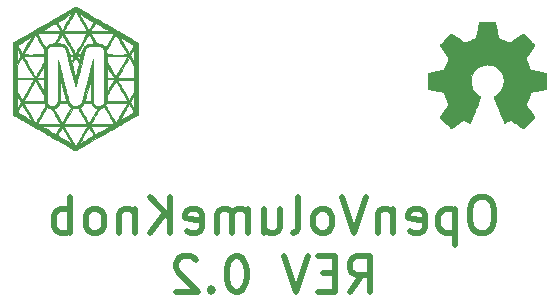
<source format=gbr>
%TF.GenerationSoftware,KiCad,Pcbnew,(5.1.10)-1*%
%TF.CreationDate,2021-11-28T19:12:49+01:00*%
%TF.ProjectId,VolumeKnob,566f6c75-6d65-44b6-9e6f-622e6b696361,rev?*%
%TF.SameCoordinates,Original*%
%TF.FileFunction,Legend,Bot*%
%TF.FilePolarity,Positive*%
%FSLAX46Y46*%
G04 Gerber Fmt 4.6, Leading zero omitted, Abs format (unit mm)*
G04 Created by KiCad (PCBNEW (5.1.10)-1) date 2021-11-28 19:12:49*
%MOMM*%
%LPD*%
G01*
G04 APERTURE LIST*
%ADD10C,0.500000*%
%ADD11C,0.010000*%
G04 APERTURE END LIST*
D10*
X116058571Y-103687142D02*
X115487142Y-103687142D01*
X115201428Y-103830000D01*
X114915714Y-104115714D01*
X114772857Y-104687142D01*
X114772857Y-105687142D01*
X114915714Y-106258571D01*
X115201428Y-106544285D01*
X115487142Y-106687142D01*
X116058571Y-106687142D01*
X116344285Y-106544285D01*
X116630000Y-106258571D01*
X116772857Y-105687142D01*
X116772857Y-104687142D01*
X116630000Y-104115714D01*
X116344285Y-103830000D01*
X116058571Y-103687142D01*
X113487142Y-104687142D02*
X113487142Y-107687142D01*
X113487142Y-104830000D02*
X113201428Y-104687142D01*
X112630000Y-104687142D01*
X112344285Y-104830000D01*
X112201428Y-104972857D01*
X112058571Y-105258571D01*
X112058571Y-106115714D01*
X112201428Y-106401428D01*
X112344285Y-106544285D01*
X112630000Y-106687142D01*
X113201428Y-106687142D01*
X113487142Y-106544285D01*
X109630000Y-106544285D02*
X109915714Y-106687142D01*
X110487142Y-106687142D01*
X110772857Y-106544285D01*
X110915714Y-106258571D01*
X110915714Y-105115714D01*
X110772857Y-104830000D01*
X110487142Y-104687142D01*
X109915714Y-104687142D01*
X109630000Y-104830000D01*
X109487142Y-105115714D01*
X109487142Y-105401428D01*
X110915714Y-105687142D01*
X108201428Y-104687142D02*
X108201428Y-106687142D01*
X108201428Y-104972857D02*
X108058571Y-104830000D01*
X107772857Y-104687142D01*
X107344285Y-104687142D01*
X107058571Y-104830000D01*
X106915714Y-105115714D01*
X106915714Y-106687142D01*
X105915714Y-103687142D02*
X104915714Y-106687142D01*
X103915714Y-103687142D01*
X102487142Y-106687142D02*
X102772857Y-106544285D01*
X102915714Y-106401428D01*
X103058571Y-106115714D01*
X103058571Y-105258571D01*
X102915714Y-104972857D01*
X102772857Y-104830000D01*
X102487142Y-104687142D01*
X102058571Y-104687142D01*
X101772857Y-104830000D01*
X101630000Y-104972857D01*
X101487142Y-105258571D01*
X101487142Y-106115714D01*
X101630000Y-106401428D01*
X101772857Y-106544285D01*
X102058571Y-106687142D01*
X102487142Y-106687142D01*
X99772857Y-106687142D02*
X100058571Y-106544285D01*
X100201428Y-106258571D01*
X100201428Y-103687142D01*
X97344285Y-104687142D02*
X97344285Y-106687142D01*
X98630000Y-104687142D02*
X98630000Y-106258571D01*
X98487142Y-106544285D01*
X98201428Y-106687142D01*
X97772857Y-106687142D01*
X97487142Y-106544285D01*
X97344285Y-106401428D01*
X95915714Y-106687142D02*
X95915714Y-104687142D01*
X95915714Y-104972857D02*
X95772857Y-104830000D01*
X95487142Y-104687142D01*
X95058571Y-104687142D01*
X94772857Y-104830000D01*
X94630000Y-105115714D01*
X94630000Y-106687142D01*
X94630000Y-105115714D02*
X94487142Y-104830000D01*
X94201428Y-104687142D01*
X93772857Y-104687142D01*
X93487142Y-104830000D01*
X93344285Y-105115714D01*
X93344285Y-106687142D01*
X90772857Y-106544285D02*
X91058571Y-106687142D01*
X91630000Y-106687142D01*
X91915714Y-106544285D01*
X92058571Y-106258571D01*
X92058571Y-105115714D01*
X91915714Y-104830000D01*
X91630000Y-104687142D01*
X91058571Y-104687142D01*
X90772857Y-104830000D01*
X90630000Y-105115714D01*
X90630000Y-105401428D01*
X92058571Y-105687142D01*
X89344285Y-106687142D02*
X89344285Y-103687142D01*
X87630000Y-106687142D02*
X88915714Y-104972857D01*
X87630000Y-103687142D02*
X89344285Y-105401428D01*
X86344285Y-104687142D02*
X86344285Y-106687142D01*
X86344285Y-104972857D02*
X86201428Y-104830000D01*
X85915714Y-104687142D01*
X85487142Y-104687142D01*
X85201428Y-104830000D01*
X85058571Y-105115714D01*
X85058571Y-106687142D01*
X83201428Y-106687142D02*
X83487142Y-106544285D01*
X83630000Y-106401428D01*
X83772857Y-106115714D01*
X83772857Y-105258571D01*
X83630000Y-104972857D01*
X83487142Y-104830000D01*
X83201428Y-104687142D01*
X82772857Y-104687142D01*
X82487142Y-104830000D01*
X82344285Y-104972857D01*
X82201428Y-105258571D01*
X82201428Y-106115714D01*
X82344285Y-106401428D01*
X82487142Y-106544285D01*
X82772857Y-106687142D01*
X83201428Y-106687142D01*
X80915714Y-106687142D02*
X80915714Y-103687142D01*
X80915714Y-104830000D02*
X80630000Y-104687142D01*
X80058571Y-104687142D01*
X79772857Y-104830000D01*
X79630000Y-104972857D01*
X79487142Y-105258571D01*
X79487142Y-106115714D01*
X79630000Y-106401428D01*
X79772857Y-106544285D01*
X80058571Y-106687142D01*
X80630000Y-106687142D01*
X80915714Y-106544285D01*
X104558571Y-111687142D02*
X105558571Y-110258571D01*
X106272857Y-111687142D02*
X106272857Y-108687142D01*
X105130000Y-108687142D01*
X104844285Y-108830000D01*
X104701428Y-108972857D01*
X104558571Y-109258571D01*
X104558571Y-109687142D01*
X104701428Y-109972857D01*
X104844285Y-110115714D01*
X105130000Y-110258571D01*
X106272857Y-110258571D01*
X103272857Y-110115714D02*
X102272857Y-110115714D01*
X101844285Y-111687142D02*
X103272857Y-111687142D01*
X103272857Y-108687142D01*
X101844285Y-108687142D01*
X100987142Y-108687142D02*
X99987142Y-111687142D01*
X98987142Y-108687142D01*
X95130000Y-108687142D02*
X94844285Y-108687142D01*
X94558571Y-108830000D01*
X94415714Y-108972857D01*
X94272857Y-109258571D01*
X94130000Y-109830000D01*
X94130000Y-110544285D01*
X94272857Y-111115714D01*
X94415714Y-111401428D01*
X94558571Y-111544285D01*
X94844285Y-111687142D01*
X95130000Y-111687142D01*
X95415714Y-111544285D01*
X95558571Y-111401428D01*
X95701428Y-111115714D01*
X95844285Y-110544285D01*
X95844285Y-109830000D01*
X95701428Y-109258571D01*
X95558571Y-108972857D01*
X95415714Y-108830000D01*
X95130000Y-108687142D01*
X92844285Y-111401428D02*
X92701428Y-111544285D01*
X92844285Y-111687142D01*
X92987142Y-111544285D01*
X92844285Y-111401428D01*
X92844285Y-111687142D01*
X91558571Y-108972857D02*
X91415714Y-108830000D01*
X91130000Y-108687142D01*
X90415714Y-108687142D01*
X90130000Y-108830000D01*
X89987142Y-108972857D01*
X89844285Y-109258571D01*
X89844285Y-109544285D01*
X89987142Y-109972857D01*
X91701428Y-111687142D01*
X89844285Y-111687142D01*
D11*
%TO.C,G\u002A\u002A\u002A*%
G36*
X116287829Y-88818663D02*
G01*
X116415822Y-88819861D01*
X116535601Y-88821995D01*
X116642494Y-88825065D01*
X116731826Y-88829069D01*
X116798922Y-88834008D01*
X116839109Y-88839880D01*
X116847520Y-88843067D01*
X116856973Y-88855460D01*
X116867584Y-88881231D01*
X116879994Y-88923203D01*
X116894842Y-88984199D01*
X116912769Y-89067043D01*
X116934415Y-89174557D01*
X116960419Y-89309564D01*
X116991423Y-89474888D01*
X116994372Y-89490767D01*
X117020871Y-89633258D01*
X117045724Y-89766356D01*
X117068187Y-89886122D01*
X117087519Y-89988619D01*
X117102975Y-90069907D01*
X117113814Y-90126051D01*
X117119292Y-90153110D01*
X117119458Y-90153825D01*
X117124276Y-90168144D01*
X117133619Y-90181864D01*
X117150675Y-90196560D01*
X117178635Y-90213807D01*
X117220687Y-90235180D01*
X117280022Y-90262255D01*
X117359829Y-90296605D01*
X117463297Y-90339807D01*
X117593615Y-90393435D01*
X117658386Y-90419963D01*
X117782841Y-90470016D01*
X117891529Y-90511969D01*
X117981053Y-90544605D01*
X118048016Y-90566710D01*
X118089021Y-90577067D01*
X118098652Y-90577477D01*
X118120524Y-90566415D01*
X118166912Y-90538178D01*
X118234526Y-90494927D01*
X118320078Y-90438821D01*
X118420279Y-90372020D01*
X118531840Y-90296684D01*
X118651470Y-90214973D01*
X118668588Y-90203208D01*
X118788898Y-90121059D01*
X118901510Y-90045327D01*
X119003157Y-89978121D01*
X119090575Y-89921549D01*
X119160497Y-89877722D01*
X119209658Y-89848749D01*
X119234793Y-89836739D01*
X119236265Y-89836530D01*
X119258745Y-89848880D01*
X119303914Y-89885705D01*
X119371412Y-89946668D01*
X119460876Y-90031432D01*
X119571945Y-90139661D01*
X119704259Y-90271017D01*
X119731882Y-90298673D01*
X119834437Y-90401890D01*
X119929060Y-90497921D01*
X120013160Y-90584073D01*
X120084141Y-90657654D01*
X120139408Y-90715971D01*
X120176370Y-90756331D01*
X120192430Y-90776040D01*
X120192905Y-90777266D01*
X120191534Y-90784528D01*
X120186320Y-90796464D01*
X120175612Y-90815558D01*
X120157761Y-90844297D01*
X120131114Y-90885167D01*
X120094022Y-90940653D01*
X120044833Y-91013242D01*
X119981898Y-91105419D01*
X119903565Y-91219669D01*
X119808184Y-91358480D01*
X119772621Y-91410195D01*
X119698199Y-91519040D01*
X119629534Y-91620677D01*
X119569145Y-91711286D01*
X119519548Y-91787045D01*
X119483259Y-91844134D01*
X119462797Y-91878731D01*
X119459642Y-91885323D01*
X119456253Y-91901698D01*
X119457767Y-91924432D01*
X119465434Y-91957028D01*
X119480506Y-92002988D01*
X119504235Y-92065816D01*
X119537873Y-92149017D01*
X119582671Y-92256092D01*
X119639882Y-92390546D01*
X119641554Y-92394458D01*
X119692451Y-92512587D01*
X119739957Y-92621139D01*
X119782228Y-92716037D01*
X119817425Y-92793208D01*
X119843707Y-92848577D01*
X119859230Y-92878069D01*
X119861555Y-92881304D01*
X119882581Y-92889360D01*
X119933220Y-92902627D01*
X120009753Y-92920306D01*
X120108466Y-92941598D01*
X120225640Y-92965702D01*
X120357559Y-92991820D01*
X120500506Y-93019152D01*
X120515725Y-93022008D01*
X120658309Y-93049069D01*
X120790797Y-93074898D01*
X120909404Y-93098706D01*
X121010345Y-93119703D01*
X121089833Y-93137098D01*
X121144082Y-93150103D01*
X121169309Y-93157928D01*
X121170280Y-93158541D01*
X121176080Y-93170457D01*
X121180823Y-93197443D01*
X121184596Y-93242186D01*
X121187487Y-93307372D01*
X121189582Y-93395690D01*
X121190970Y-93509826D01*
X121191737Y-93652467D01*
X121191972Y-93825194D01*
X121191833Y-93992859D01*
X121191334Y-94129853D01*
X121190348Y-94239372D01*
X121188749Y-94324613D01*
X121186412Y-94388771D01*
X121183209Y-94435041D01*
X121179017Y-94466619D01*
X121173708Y-94486702D01*
X121167156Y-94498484D01*
X121165362Y-94500454D01*
X121141306Y-94521577D01*
X121131300Y-94527064D01*
X121110961Y-94530101D01*
X121062048Y-94538625D01*
X120989251Y-94551755D01*
X120897259Y-94568611D01*
X120790761Y-94588312D01*
X120674446Y-94609977D01*
X120553003Y-94632725D01*
X120431122Y-94655677D01*
X120313492Y-94677951D01*
X120204802Y-94698667D01*
X120109741Y-94716943D01*
X120032998Y-94731900D01*
X119979263Y-94742657D01*
X119953462Y-94748270D01*
X119900006Y-94773130D01*
X119866144Y-94819097D01*
X119866041Y-94819316D01*
X119846599Y-94863239D01*
X119818670Y-94929775D01*
X119784116Y-95014177D01*
X119744802Y-95111695D01*
X119702592Y-95217581D01*
X119659348Y-95327086D01*
X119616936Y-95435461D01*
X119577218Y-95537957D01*
X119542059Y-95629825D01*
X119513322Y-95706317D01*
X119492872Y-95762683D01*
X119482571Y-95794175D01*
X119481705Y-95798588D01*
X119490995Y-95818555D01*
X119517408Y-95862979D01*
X119558757Y-95928492D01*
X119612859Y-96011726D01*
X119677527Y-96109316D01*
X119750577Y-96217893D01*
X119819388Y-96318879D01*
X119914494Y-96457654D01*
X119992157Y-96571191D01*
X120054032Y-96662220D01*
X120101774Y-96733472D01*
X120137037Y-96787678D01*
X120161475Y-96827568D01*
X120176742Y-96855874D01*
X120184493Y-96875326D01*
X120186382Y-96888655D01*
X120184063Y-96898592D01*
X120179191Y-96907866D01*
X120177752Y-96910430D01*
X120159319Y-96934000D01*
X120120469Y-96976702D01*
X120064454Y-97035359D01*
X119994525Y-97106793D01*
X119913935Y-97187828D01*
X119825936Y-97275284D01*
X119733778Y-97365986D01*
X119640716Y-97456755D01*
X119550000Y-97544413D01*
X119464882Y-97625784D01*
X119388615Y-97697689D01*
X119324450Y-97756952D01*
X119275640Y-97800394D01*
X119245436Y-97824838D01*
X119237595Y-97829064D01*
X119216716Y-97819749D01*
X119171515Y-97793293D01*
X119105448Y-97751925D01*
X119021973Y-97697877D01*
X118924545Y-97633379D01*
X118816621Y-97560662D01*
X118730330Y-97501701D01*
X118616047Y-97423331D01*
X118509204Y-97350405D01*
X118413369Y-97285331D01*
X118332110Y-97230519D01*
X118268992Y-97188376D01*
X118227584Y-97161312D01*
X118213138Y-97152473D01*
X118195796Y-97145570D01*
X118175355Y-97144713D01*
X118146897Y-97151723D01*
X118105504Y-97168423D01*
X118046260Y-97196635D01*
X117964246Y-97238181D01*
X117919300Y-97261351D01*
X117818175Y-97312189D01*
X117738651Y-97349133D01*
X117683038Y-97371199D01*
X117653648Y-97377401D01*
X117650336Y-97376068D01*
X117641046Y-97357845D01*
X117620074Y-97311174D01*
X117588638Y-97238922D01*
X117547956Y-97143955D01*
X117499245Y-97029139D01*
X117443723Y-96897340D01*
X117382607Y-96751424D01*
X117317115Y-96594259D01*
X117270190Y-96481187D01*
X117174480Y-96250149D01*
X117090938Y-96048381D01*
X117018758Y-95873872D01*
X116957133Y-95724608D01*
X116905257Y-95598576D01*
X116862324Y-95493765D01*
X116827527Y-95408162D01*
X116800059Y-95339754D01*
X116779116Y-95286529D01*
X116763889Y-95246475D01*
X116753572Y-95217579D01*
X116747360Y-95197828D01*
X116744446Y-95185210D01*
X116744023Y-95177713D01*
X116745285Y-95173324D01*
X116745782Y-95172456D01*
X116762625Y-95157153D01*
X116801329Y-95126983D01*
X116855971Y-95086445D01*
X116914709Y-95044224D01*
X117093428Y-94904919D01*
X117241002Y-94761175D01*
X117360146Y-94609154D01*
X117453576Y-94445015D01*
X117524007Y-94264919D01*
X117560027Y-94131916D01*
X117574655Y-94040819D01*
X117583299Y-93928961D01*
X117585764Y-93808949D01*
X117581857Y-93693391D01*
X117571382Y-93594895D01*
X117568566Y-93578797D01*
X117512299Y-93369983D01*
X117426727Y-93176067D01*
X117313938Y-92999235D01*
X117176017Y-92841672D01*
X117015050Y-92705563D01*
X116833125Y-92593095D01*
X116632326Y-92506451D01*
X116509442Y-92469255D01*
X116405014Y-92450296D01*
X116280000Y-92440000D01*
X116146553Y-92438366D01*
X116016825Y-92445392D01*
X115902970Y-92461078D01*
X115866439Y-92469298D01*
X115656228Y-92539973D01*
X115463465Y-92637955D01*
X115290278Y-92761015D01*
X115138791Y-92906925D01*
X115011131Y-93073459D01*
X114909424Y-93258389D01*
X114835795Y-93459487D01*
X114807531Y-93578797D01*
X114795533Y-93673263D01*
X114790344Y-93787394D01*
X114791767Y-93908387D01*
X114799603Y-94023440D01*
X114813654Y-94119749D01*
X114816099Y-94130977D01*
X114873181Y-94325642D01*
X114952038Y-94501863D01*
X115055280Y-94663333D01*
X115185515Y-94813743D01*
X115345352Y-94956786D01*
X115461235Y-95043940D01*
X115525386Y-95090140D01*
X115579052Y-95130154D01*
X115616298Y-95159467D01*
X115630943Y-95173073D01*
X115625919Y-95190226D01*
X115609184Y-95235571D01*
X115581998Y-95306017D01*
X115545622Y-95398472D01*
X115501317Y-95509844D01*
X115450345Y-95637042D01*
X115393966Y-95776975D01*
X115333441Y-95926550D01*
X115270033Y-96082677D01*
X115205000Y-96242264D01*
X115139605Y-96402219D01*
X115075109Y-96559451D01*
X115012773Y-96710868D01*
X114953857Y-96853379D01*
X114899623Y-96983893D01*
X114851332Y-97099317D01*
X114810244Y-97196561D01*
X114777622Y-97272532D01*
X114754726Y-97324140D01*
X114746127Y-97342231D01*
X114725782Y-97374927D01*
X114709602Y-97388794D01*
X114709437Y-97388797D01*
X114690579Y-97381225D01*
X114647543Y-97360393D01*
X114585952Y-97329126D01*
X114511432Y-97290252D01*
X114477039Y-97272020D01*
X114396282Y-97229581D01*
X114323661Y-97192469D01*
X114265587Y-97163886D01*
X114228473Y-97147030D01*
X114221261Y-97144384D01*
X114193721Y-97144765D01*
X114153284Y-97161028D01*
X114094928Y-97195538D01*
X114051928Y-97224140D01*
X114000978Y-97258937D01*
X113927609Y-97309095D01*
X113837342Y-97370837D01*
X113735698Y-97440387D01*
X113628200Y-97513966D01*
X113543569Y-97571910D01*
X113442746Y-97640207D01*
X113349909Y-97701683D01*
X113269027Y-97753823D01*
X113204068Y-97794110D01*
X113159003Y-97820029D01*
X113137905Y-97829064D01*
X113119277Y-97817438D01*
X113079603Y-97784265D01*
X113021625Y-97732103D01*
X112948084Y-97663509D01*
X112861724Y-97581042D01*
X112765286Y-97487259D01*
X112661512Y-97384719D01*
X112661357Y-97384564D01*
X112559535Y-97282830D01*
X112464998Y-97187703D01*
X112380522Y-97102029D01*
X112308886Y-97028653D01*
X112252868Y-96970421D01*
X112215245Y-96930180D01*
X112198795Y-96910777D01*
X112198592Y-96910430D01*
X112193336Y-96900891D01*
X112190216Y-96891379D01*
X112190885Y-96879166D01*
X112196998Y-96861519D01*
X112210209Y-96835709D01*
X112232173Y-96799005D01*
X112264543Y-96748675D01*
X112308975Y-96681989D01*
X112367122Y-96596217D01*
X112440639Y-96488627D01*
X112531179Y-96356489D01*
X112556956Y-96318879D01*
X112635528Y-96203470D01*
X112707625Y-96096114D01*
X112771060Y-96000177D01*
X112823649Y-95919027D01*
X112863205Y-95856031D01*
X112887543Y-95814556D01*
X112894639Y-95798588D01*
X112888595Y-95777575D01*
X112871708Y-95729920D01*
X112845840Y-95660370D01*
X112812855Y-95573675D01*
X112774618Y-95474583D01*
X112732992Y-95367843D01*
X112689840Y-95258205D01*
X112647027Y-95150416D01*
X112606416Y-95049225D01*
X112569871Y-94959382D01*
X112539256Y-94885636D01*
X112516435Y-94832734D01*
X112510303Y-94819316D01*
X112476412Y-94773190D01*
X112422902Y-94748210D01*
X112422882Y-94748205D01*
X112395498Y-94742212D01*
X112340595Y-94731174D01*
X112262877Y-94715976D01*
X112167044Y-94697500D01*
X112057798Y-94676632D01*
X111939843Y-94654256D01*
X111817878Y-94631257D01*
X111696607Y-94608518D01*
X111580730Y-94586924D01*
X111474951Y-94567359D01*
X111383972Y-94550708D01*
X111312493Y-94537855D01*
X111265216Y-94529685D01*
X111247111Y-94527064D01*
X111228975Y-94516507D01*
X111210981Y-94500454D01*
X111204109Y-94490207D01*
X111198510Y-94472436D01*
X111194057Y-94443945D01*
X111190626Y-94401539D01*
X111188090Y-94342022D01*
X111186323Y-94262199D01*
X111185200Y-94158874D01*
X111184594Y-94028851D01*
X111184379Y-93868934D01*
X111184372Y-93825194D01*
X111184609Y-93651550D01*
X111185380Y-93509083D01*
X111186772Y-93395105D01*
X111188871Y-93306929D01*
X111191767Y-93241869D01*
X111195545Y-93197238D01*
X111200294Y-93170347D01*
X111206064Y-93158541D01*
X111227108Y-93151471D01*
X111277685Y-93139115D01*
X111354007Y-93122263D01*
X111452289Y-93101703D01*
X111568746Y-93078227D01*
X111699592Y-93052623D01*
X111841042Y-93025681D01*
X111860619Y-93022008D01*
X112003225Y-92994836D01*
X112135737Y-92968700D01*
X112254365Y-92944412D01*
X112355323Y-92922789D01*
X112434823Y-92904643D01*
X112489077Y-92890788D01*
X112514297Y-92882040D01*
X112515261Y-92881304D01*
X112527653Y-92860034D01*
X112550790Y-92812323D01*
X112582624Y-92742966D01*
X112621106Y-92656758D01*
X112664186Y-92558495D01*
X112709816Y-92452973D01*
X112755947Y-92344987D01*
X112800529Y-92239333D01*
X112841514Y-92140806D01*
X112876852Y-92054202D01*
X112904495Y-91984316D01*
X112922393Y-91935944D01*
X112928505Y-91914152D01*
X112926666Y-91903458D01*
X112919895Y-91887184D01*
X112906311Y-91862421D01*
X112884034Y-91826258D01*
X112851185Y-91775785D01*
X112805882Y-91708093D01*
X112746245Y-91620271D01*
X112670394Y-91509410D01*
X112612042Y-91424397D01*
X112501460Y-91263119D01*
X112409273Y-91127985D01*
X112334429Y-91017412D01*
X112275878Y-90929815D01*
X112232569Y-90863610D01*
X112203451Y-90817214D01*
X112187473Y-90789043D01*
X112183439Y-90778320D01*
X112195016Y-90762820D01*
X112228017Y-90726146D01*
X112279848Y-90670996D01*
X112347913Y-90600071D01*
X112429616Y-90516070D01*
X112522364Y-90421695D01*
X112623560Y-90319643D01*
X112644461Y-90298673D01*
X112782356Y-90161336D01*
X112897549Y-90048558D01*
X112990348Y-89960050D01*
X113061064Y-89895524D01*
X113110008Y-89854691D01*
X113137488Y-89837264D01*
X113141066Y-89836530D01*
X113166564Y-89845843D01*
X113214060Y-89871575D01*
X113278022Y-89910420D01*
X113352921Y-89959069D01*
X113403943Y-89993753D01*
X113583297Y-90117703D01*
X113736856Y-90223555D01*
X113866579Y-90312620D01*
X113974424Y-90386208D01*
X114062353Y-90445628D01*
X114132323Y-90492191D01*
X114186295Y-90527205D01*
X114226227Y-90551982D01*
X114254079Y-90567831D01*
X114271811Y-90576061D01*
X114277464Y-90577723D01*
X114303733Y-90573519D01*
X114357252Y-90557329D01*
X114434156Y-90530533D01*
X114530580Y-90494514D01*
X114642657Y-90450653D01*
X114717731Y-90420363D01*
X114860708Y-90361898D01*
X114975441Y-90314459D01*
X115065117Y-90276469D01*
X115132926Y-90246352D01*
X115182058Y-90222531D01*
X115215701Y-90203430D01*
X115237045Y-90187472D01*
X115249279Y-90173081D01*
X115255591Y-90158679D01*
X115256878Y-90153825D01*
X115261950Y-90128990D01*
X115272447Y-90074793D01*
X115287626Y-89995170D01*
X115306743Y-89894057D01*
X115329052Y-89775392D01*
X115353811Y-89643111D01*
X115380274Y-89501152D01*
X115382244Y-89490563D01*
X115413874Y-89322002D01*
X115440443Y-89184043D01*
X115462583Y-89073899D01*
X115480925Y-88988789D01*
X115496100Y-88925926D01*
X115508739Y-88882528D01*
X115519475Y-88855809D01*
X115528937Y-88842986D01*
X115529103Y-88842863D01*
X115554534Y-88836546D01*
X115609145Y-88831171D01*
X115688261Y-88826738D01*
X115787208Y-88823244D01*
X115901312Y-88820691D01*
X116025900Y-88819078D01*
X116156297Y-88818401D01*
X116287829Y-88818663D01*
G37*
X116287829Y-88818663D02*
X116415822Y-88819861D01*
X116535601Y-88821995D01*
X116642494Y-88825065D01*
X116731826Y-88829069D01*
X116798922Y-88834008D01*
X116839109Y-88839880D01*
X116847520Y-88843067D01*
X116856973Y-88855460D01*
X116867584Y-88881231D01*
X116879994Y-88923203D01*
X116894842Y-88984199D01*
X116912769Y-89067043D01*
X116934415Y-89174557D01*
X116960419Y-89309564D01*
X116991423Y-89474888D01*
X116994372Y-89490767D01*
X117020871Y-89633258D01*
X117045724Y-89766356D01*
X117068187Y-89886122D01*
X117087519Y-89988619D01*
X117102975Y-90069907D01*
X117113814Y-90126051D01*
X117119292Y-90153110D01*
X117119458Y-90153825D01*
X117124276Y-90168144D01*
X117133619Y-90181864D01*
X117150675Y-90196560D01*
X117178635Y-90213807D01*
X117220687Y-90235180D01*
X117280022Y-90262255D01*
X117359829Y-90296605D01*
X117463297Y-90339807D01*
X117593615Y-90393435D01*
X117658386Y-90419963D01*
X117782841Y-90470016D01*
X117891529Y-90511969D01*
X117981053Y-90544605D01*
X118048016Y-90566710D01*
X118089021Y-90577067D01*
X118098652Y-90577477D01*
X118120524Y-90566415D01*
X118166912Y-90538178D01*
X118234526Y-90494927D01*
X118320078Y-90438821D01*
X118420279Y-90372020D01*
X118531840Y-90296684D01*
X118651470Y-90214973D01*
X118668588Y-90203208D01*
X118788898Y-90121059D01*
X118901510Y-90045327D01*
X119003157Y-89978121D01*
X119090575Y-89921549D01*
X119160497Y-89877722D01*
X119209658Y-89848749D01*
X119234793Y-89836739D01*
X119236265Y-89836530D01*
X119258745Y-89848880D01*
X119303914Y-89885705D01*
X119371412Y-89946668D01*
X119460876Y-90031432D01*
X119571945Y-90139661D01*
X119704259Y-90271017D01*
X119731882Y-90298673D01*
X119834437Y-90401890D01*
X119929060Y-90497921D01*
X120013160Y-90584073D01*
X120084141Y-90657654D01*
X120139408Y-90715971D01*
X120176370Y-90756331D01*
X120192430Y-90776040D01*
X120192905Y-90777266D01*
X120191534Y-90784528D01*
X120186320Y-90796464D01*
X120175612Y-90815558D01*
X120157761Y-90844297D01*
X120131114Y-90885167D01*
X120094022Y-90940653D01*
X120044833Y-91013242D01*
X119981898Y-91105419D01*
X119903565Y-91219669D01*
X119808184Y-91358480D01*
X119772621Y-91410195D01*
X119698199Y-91519040D01*
X119629534Y-91620677D01*
X119569145Y-91711286D01*
X119519548Y-91787045D01*
X119483259Y-91844134D01*
X119462797Y-91878731D01*
X119459642Y-91885323D01*
X119456253Y-91901698D01*
X119457767Y-91924432D01*
X119465434Y-91957028D01*
X119480506Y-92002988D01*
X119504235Y-92065816D01*
X119537873Y-92149017D01*
X119582671Y-92256092D01*
X119639882Y-92390546D01*
X119641554Y-92394458D01*
X119692451Y-92512587D01*
X119739957Y-92621139D01*
X119782228Y-92716037D01*
X119817425Y-92793208D01*
X119843707Y-92848577D01*
X119859230Y-92878069D01*
X119861555Y-92881304D01*
X119882581Y-92889360D01*
X119933220Y-92902627D01*
X120009753Y-92920306D01*
X120108466Y-92941598D01*
X120225640Y-92965702D01*
X120357559Y-92991820D01*
X120500506Y-93019152D01*
X120515725Y-93022008D01*
X120658309Y-93049069D01*
X120790797Y-93074898D01*
X120909404Y-93098706D01*
X121010345Y-93119703D01*
X121089833Y-93137098D01*
X121144082Y-93150103D01*
X121169309Y-93157928D01*
X121170280Y-93158541D01*
X121176080Y-93170457D01*
X121180823Y-93197443D01*
X121184596Y-93242186D01*
X121187487Y-93307372D01*
X121189582Y-93395690D01*
X121190970Y-93509826D01*
X121191737Y-93652467D01*
X121191972Y-93825194D01*
X121191833Y-93992859D01*
X121191334Y-94129853D01*
X121190348Y-94239372D01*
X121188749Y-94324613D01*
X121186412Y-94388771D01*
X121183209Y-94435041D01*
X121179017Y-94466619D01*
X121173708Y-94486702D01*
X121167156Y-94498484D01*
X121165362Y-94500454D01*
X121141306Y-94521577D01*
X121131300Y-94527064D01*
X121110961Y-94530101D01*
X121062048Y-94538625D01*
X120989251Y-94551755D01*
X120897259Y-94568611D01*
X120790761Y-94588312D01*
X120674446Y-94609977D01*
X120553003Y-94632725D01*
X120431122Y-94655677D01*
X120313492Y-94677951D01*
X120204802Y-94698667D01*
X120109741Y-94716943D01*
X120032998Y-94731900D01*
X119979263Y-94742657D01*
X119953462Y-94748270D01*
X119900006Y-94773130D01*
X119866144Y-94819097D01*
X119866041Y-94819316D01*
X119846599Y-94863239D01*
X119818670Y-94929775D01*
X119784116Y-95014177D01*
X119744802Y-95111695D01*
X119702592Y-95217581D01*
X119659348Y-95327086D01*
X119616936Y-95435461D01*
X119577218Y-95537957D01*
X119542059Y-95629825D01*
X119513322Y-95706317D01*
X119492872Y-95762683D01*
X119482571Y-95794175D01*
X119481705Y-95798588D01*
X119490995Y-95818555D01*
X119517408Y-95862979D01*
X119558757Y-95928492D01*
X119612859Y-96011726D01*
X119677527Y-96109316D01*
X119750577Y-96217893D01*
X119819388Y-96318879D01*
X119914494Y-96457654D01*
X119992157Y-96571191D01*
X120054032Y-96662220D01*
X120101774Y-96733472D01*
X120137037Y-96787678D01*
X120161475Y-96827568D01*
X120176742Y-96855874D01*
X120184493Y-96875326D01*
X120186382Y-96888655D01*
X120184063Y-96898592D01*
X120179191Y-96907866D01*
X120177752Y-96910430D01*
X120159319Y-96934000D01*
X120120469Y-96976702D01*
X120064454Y-97035359D01*
X119994525Y-97106793D01*
X119913935Y-97187828D01*
X119825936Y-97275284D01*
X119733778Y-97365986D01*
X119640716Y-97456755D01*
X119550000Y-97544413D01*
X119464882Y-97625784D01*
X119388615Y-97697689D01*
X119324450Y-97756952D01*
X119275640Y-97800394D01*
X119245436Y-97824838D01*
X119237595Y-97829064D01*
X119216716Y-97819749D01*
X119171515Y-97793293D01*
X119105448Y-97751925D01*
X119021973Y-97697877D01*
X118924545Y-97633379D01*
X118816621Y-97560662D01*
X118730330Y-97501701D01*
X118616047Y-97423331D01*
X118509204Y-97350405D01*
X118413369Y-97285331D01*
X118332110Y-97230519D01*
X118268992Y-97188376D01*
X118227584Y-97161312D01*
X118213138Y-97152473D01*
X118195796Y-97145570D01*
X118175355Y-97144713D01*
X118146897Y-97151723D01*
X118105504Y-97168423D01*
X118046260Y-97196635D01*
X117964246Y-97238181D01*
X117919300Y-97261351D01*
X117818175Y-97312189D01*
X117738651Y-97349133D01*
X117683038Y-97371199D01*
X117653648Y-97377401D01*
X117650336Y-97376068D01*
X117641046Y-97357845D01*
X117620074Y-97311174D01*
X117588638Y-97238922D01*
X117547956Y-97143955D01*
X117499245Y-97029139D01*
X117443723Y-96897340D01*
X117382607Y-96751424D01*
X117317115Y-96594259D01*
X117270190Y-96481187D01*
X117174480Y-96250149D01*
X117090938Y-96048381D01*
X117018758Y-95873872D01*
X116957133Y-95724608D01*
X116905257Y-95598576D01*
X116862324Y-95493765D01*
X116827527Y-95408162D01*
X116800059Y-95339754D01*
X116779116Y-95286529D01*
X116763889Y-95246475D01*
X116753572Y-95217579D01*
X116747360Y-95197828D01*
X116744446Y-95185210D01*
X116744023Y-95177713D01*
X116745285Y-95173324D01*
X116745782Y-95172456D01*
X116762625Y-95157153D01*
X116801329Y-95126983D01*
X116855971Y-95086445D01*
X116914709Y-95044224D01*
X117093428Y-94904919D01*
X117241002Y-94761175D01*
X117360146Y-94609154D01*
X117453576Y-94445015D01*
X117524007Y-94264919D01*
X117560027Y-94131916D01*
X117574655Y-94040819D01*
X117583299Y-93928961D01*
X117585764Y-93808949D01*
X117581857Y-93693391D01*
X117571382Y-93594895D01*
X117568566Y-93578797D01*
X117512299Y-93369983D01*
X117426727Y-93176067D01*
X117313938Y-92999235D01*
X117176017Y-92841672D01*
X117015050Y-92705563D01*
X116833125Y-92593095D01*
X116632326Y-92506451D01*
X116509442Y-92469255D01*
X116405014Y-92450296D01*
X116280000Y-92440000D01*
X116146553Y-92438366D01*
X116016825Y-92445392D01*
X115902970Y-92461078D01*
X115866439Y-92469298D01*
X115656228Y-92539973D01*
X115463465Y-92637955D01*
X115290278Y-92761015D01*
X115138791Y-92906925D01*
X115011131Y-93073459D01*
X114909424Y-93258389D01*
X114835795Y-93459487D01*
X114807531Y-93578797D01*
X114795533Y-93673263D01*
X114790344Y-93787394D01*
X114791767Y-93908387D01*
X114799603Y-94023440D01*
X114813654Y-94119749D01*
X114816099Y-94130977D01*
X114873181Y-94325642D01*
X114952038Y-94501863D01*
X115055280Y-94663333D01*
X115185515Y-94813743D01*
X115345352Y-94956786D01*
X115461235Y-95043940D01*
X115525386Y-95090140D01*
X115579052Y-95130154D01*
X115616298Y-95159467D01*
X115630943Y-95173073D01*
X115625919Y-95190226D01*
X115609184Y-95235571D01*
X115581998Y-95306017D01*
X115545622Y-95398472D01*
X115501317Y-95509844D01*
X115450345Y-95637042D01*
X115393966Y-95776975D01*
X115333441Y-95926550D01*
X115270033Y-96082677D01*
X115205000Y-96242264D01*
X115139605Y-96402219D01*
X115075109Y-96559451D01*
X115012773Y-96710868D01*
X114953857Y-96853379D01*
X114899623Y-96983893D01*
X114851332Y-97099317D01*
X114810244Y-97196561D01*
X114777622Y-97272532D01*
X114754726Y-97324140D01*
X114746127Y-97342231D01*
X114725782Y-97374927D01*
X114709602Y-97388794D01*
X114709437Y-97388797D01*
X114690579Y-97381225D01*
X114647543Y-97360393D01*
X114585952Y-97329126D01*
X114511432Y-97290252D01*
X114477039Y-97272020D01*
X114396282Y-97229581D01*
X114323661Y-97192469D01*
X114265587Y-97163886D01*
X114228473Y-97147030D01*
X114221261Y-97144384D01*
X114193721Y-97144765D01*
X114153284Y-97161028D01*
X114094928Y-97195538D01*
X114051928Y-97224140D01*
X114000978Y-97258937D01*
X113927609Y-97309095D01*
X113837342Y-97370837D01*
X113735698Y-97440387D01*
X113628200Y-97513966D01*
X113543569Y-97571910D01*
X113442746Y-97640207D01*
X113349909Y-97701683D01*
X113269027Y-97753823D01*
X113204068Y-97794110D01*
X113159003Y-97820029D01*
X113137905Y-97829064D01*
X113119277Y-97817438D01*
X113079603Y-97784265D01*
X113021625Y-97732103D01*
X112948084Y-97663509D01*
X112861724Y-97581042D01*
X112765286Y-97487259D01*
X112661512Y-97384719D01*
X112661357Y-97384564D01*
X112559535Y-97282830D01*
X112464998Y-97187703D01*
X112380522Y-97102029D01*
X112308886Y-97028653D01*
X112252868Y-96970421D01*
X112215245Y-96930180D01*
X112198795Y-96910777D01*
X112198592Y-96910430D01*
X112193336Y-96900891D01*
X112190216Y-96891379D01*
X112190885Y-96879166D01*
X112196998Y-96861519D01*
X112210209Y-96835709D01*
X112232173Y-96799005D01*
X112264543Y-96748675D01*
X112308975Y-96681989D01*
X112367122Y-96596217D01*
X112440639Y-96488627D01*
X112531179Y-96356489D01*
X112556956Y-96318879D01*
X112635528Y-96203470D01*
X112707625Y-96096114D01*
X112771060Y-96000177D01*
X112823649Y-95919027D01*
X112863205Y-95856031D01*
X112887543Y-95814556D01*
X112894639Y-95798588D01*
X112888595Y-95777575D01*
X112871708Y-95729920D01*
X112845840Y-95660370D01*
X112812855Y-95573675D01*
X112774618Y-95474583D01*
X112732992Y-95367843D01*
X112689840Y-95258205D01*
X112647027Y-95150416D01*
X112606416Y-95049225D01*
X112569871Y-94959382D01*
X112539256Y-94885636D01*
X112516435Y-94832734D01*
X112510303Y-94819316D01*
X112476412Y-94773190D01*
X112422902Y-94748210D01*
X112422882Y-94748205D01*
X112395498Y-94742212D01*
X112340595Y-94731174D01*
X112262877Y-94715976D01*
X112167044Y-94697500D01*
X112057798Y-94676632D01*
X111939843Y-94654256D01*
X111817878Y-94631257D01*
X111696607Y-94608518D01*
X111580730Y-94586924D01*
X111474951Y-94567359D01*
X111383972Y-94550708D01*
X111312493Y-94537855D01*
X111265216Y-94529685D01*
X111247111Y-94527064D01*
X111228975Y-94516507D01*
X111210981Y-94500454D01*
X111204109Y-94490207D01*
X111198510Y-94472436D01*
X111194057Y-94443945D01*
X111190626Y-94401539D01*
X111188090Y-94342022D01*
X111186323Y-94262199D01*
X111185200Y-94158874D01*
X111184594Y-94028851D01*
X111184379Y-93868934D01*
X111184372Y-93825194D01*
X111184609Y-93651550D01*
X111185380Y-93509083D01*
X111186772Y-93395105D01*
X111188871Y-93306929D01*
X111191767Y-93241869D01*
X111195545Y-93197238D01*
X111200294Y-93170347D01*
X111206064Y-93158541D01*
X111227108Y-93151471D01*
X111277685Y-93139115D01*
X111354007Y-93122263D01*
X111452289Y-93101703D01*
X111568746Y-93078227D01*
X111699592Y-93052623D01*
X111841042Y-93025681D01*
X111860619Y-93022008D01*
X112003225Y-92994836D01*
X112135737Y-92968700D01*
X112254365Y-92944412D01*
X112355323Y-92922789D01*
X112434823Y-92904643D01*
X112489077Y-92890788D01*
X112514297Y-92882040D01*
X112515261Y-92881304D01*
X112527653Y-92860034D01*
X112550790Y-92812323D01*
X112582624Y-92742966D01*
X112621106Y-92656758D01*
X112664186Y-92558495D01*
X112709816Y-92452973D01*
X112755947Y-92344987D01*
X112800529Y-92239333D01*
X112841514Y-92140806D01*
X112876852Y-92054202D01*
X112904495Y-91984316D01*
X112922393Y-91935944D01*
X112928505Y-91914152D01*
X112926666Y-91903458D01*
X112919895Y-91887184D01*
X112906311Y-91862421D01*
X112884034Y-91826258D01*
X112851185Y-91775785D01*
X112805882Y-91708093D01*
X112746245Y-91620271D01*
X112670394Y-91509410D01*
X112612042Y-91424397D01*
X112501460Y-91263119D01*
X112409273Y-91127985D01*
X112334429Y-91017412D01*
X112275878Y-90929815D01*
X112232569Y-90863610D01*
X112203451Y-90817214D01*
X112187473Y-90789043D01*
X112183439Y-90778320D01*
X112195016Y-90762820D01*
X112228017Y-90726146D01*
X112279848Y-90670996D01*
X112347913Y-90600071D01*
X112429616Y-90516070D01*
X112522364Y-90421695D01*
X112623560Y-90319643D01*
X112644461Y-90298673D01*
X112782356Y-90161336D01*
X112897549Y-90048558D01*
X112990348Y-89960050D01*
X113061064Y-89895524D01*
X113110008Y-89854691D01*
X113137488Y-89837264D01*
X113141066Y-89836530D01*
X113166564Y-89845843D01*
X113214060Y-89871575D01*
X113278022Y-89910420D01*
X113352921Y-89959069D01*
X113403943Y-89993753D01*
X113583297Y-90117703D01*
X113736856Y-90223555D01*
X113866579Y-90312620D01*
X113974424Y-90386208D01*
X114062353Y-90445628D01*
X114132323Y-90492191D01*
X114186295Y-90527205D01*
X114226227Y-90551982D01*
X114254079Y-90567831D01*
X114271811Y-90576061D01*
X114277464Y-90577723D01*
X114303733Y-90573519D01*
X114357252Y-90557329D01*
X114434156Y-90530533D01*
X114530580Y-90494514D01*
X114642657Y-90450653D01*
X114717731Y-90420363D01*
X114860708Y-90361898D01*
X114975441Y-90314459D01*
X115065117Y-90276469D01*
X115132926Y-90246352D01*
X115182058Y-90222531D01*
X115215701Y-90203430D01*
X115237045Y-90187472D01*
X115249279Y-90173081D01*
X115255591Y-90158679D01*
X115256878Y-90153825D01*
X115261950Y-90128990D01*
X115272447Y-90074793D01*
X115287626Y-89995170D01*
X115306743Y-89894057D01*
X115329052Y-89775392D01*
X115353811Y-89643111D01*
X115380274Y-89501152D01*
X115382244Y-89490563D01*
X115413874Y-89322002D01*
X115440443Y-89184043D01*
X115462583Y-89073899D01*
X115480925Y-88988789D01*
X115496100Y-88925926D01*
X115508739Y-88882528D01*
X115519475Y-88855809D01*
X115528937Y-88842986D01*
X115529103Y-88842863D01*
X115554534Y-88836546D01*
X115609145Y-88831171D01*
X115688261Y-88826738D01*
X115787208Y-88823244D01*
X115901312Y-88820691D01*
X116025900Y-88819078D01*
X116156297Y-88818401D01*
X116287829Y-88818663D01*
G36*
X81371830Y-87557132D02*
G01*
X81391861Y-87568566D01*
X81429882Y-87591742D01*
X81504025Y-87635567D01*
X81606353Y-87695401D01*
X81728929Y-87766602D01*
X81863400Y-87844290D01*
X82017551Y-87933167D01*
X82177755Y-88025628D01*
X82330535Y-88113889D01*
X82462414Y-88190164D01*
X82536500Y-88233082D01*
X82646711Y-88296865D01*
X82787021Y-88377871D01*
X82943462Y-88468046D01*
X83102067Y-88559337D01*
X83196900Y-88613848D01*
X83338558Y-88695322D01*
X83511727Y-88795070D01*
X83703953Y-88905909D01*
X83902785Y-89020659D01*
X84095770Y-89132138D01*
X84187500Y-89185170D01*
X84347624Y-89277759D01*
X84496846Y-89364012D01*
X84628419Y-89440033D01*
X84735596Y-89501925D01*
X84811631Y-89545790D01*
X84847900Y-89566658D01*
X84892410Y-89592286D01*
X84973063Y-89638863D01*
X85082043Y-89701871D01*
X85211536Y-89776792D01*
X85353730Y-89859109D01*
X85394000Y-89882429D01*
X85565894Y-89981916D01*
X85753195Y-90090211D01*
X85940579Y-90198462D01*
X86112727Y-90297816D01*
X86238652Y-90370402D01*
X86613404Y-90586234D01*
X86600500Y-96685044D01*
X86359200Y-96824817D01*
X86083320Y-96984584D01*
X85847845Y-97120864D01*
X85649250Y-97235685D01*
X85484014Y-97331074D01*
X85348612Y-97409059D01*
X85239521Y-97471668D01*
X85153217Y-97520929D01*
X85086178Y-97558868D01*
X85034880Y-97587514D01*
X85013000Y-97599551D01*
X84935403Y-97642831D01*
X84874763Y-97678220D01*
X84847900Y-97695487D01*
X84818642Y-97713899D01*
X84752758Y-97753181D01*
X84657705Y-97808956D01*
X84540939Y-97876848D01*
X84416100Y-97948923D01*
X84280548Y-98026938D01*
X84154724Y-98099374D01*
X84047473Y-98161138D01*
X83967640Y-98207135D01*
X83927150Y-98230494D01*
X83867337Y-98265054D01*
X83808041Y-98299300D01*
X83742896Y-98336905D01*
X83665533Y-98381541D01*
X83569586Y-98436883D01*
X83448688Y-98506602D01*
X83296471Y-98594373D01*
X83108000Y-98703042D01*
X82839476Y-98857870D01*
X82610952Y-98989649D01*
X82418415Y-99100698D01*
X82257854Y-99193338D01*
X82125256Y-99269886D01*
X82016608Y-99332664D01*
X81927899Y-99383990D01*
X81855116Y-99426185D01*
X81794248Y-99461567D01*
X81741280Y-99492457D01*
X81692203Y-99521174D01*
X81647500Y-99547397D01*
X81551302Y-99603580D01*
X81466596Y-99652526D01*
X81406612Y-99686609D01*
X81391520Y-99694902D01*
X81363296Y-99703474D01*
X81325934Y-99698764D01*
X81271160Y-99677474D01*
X81190702Y-99636310D01*
X81076286Y-99571976D01*
X81061320Y-99563371D01*
X80769157Y-99395124D01*
X80517168Y-99249966D01*
X80301486Y-99125667D01*
X80118247Y-99019997D01*
X79963582Y-98930725D01*
X79833626Y-98855622D01*
X79724512Y-98792458D01*
X79691700Y-98773437D01*
X79582993Y-98710537D01*
X79443710Y-98630159D01*
X79287350Y-98540081D01*
X79127413Y-98448082D01*
X79073250Y-98416971D01*
X79806000Y-98416971D01*
X79826741Y-98440032D01*
X79882844Y-98481185D01*
X79965130Y-98534095D01*
X80040950Y-98579089D01*
X80148402Y-98640917D01*
X80284989Y-98719712D01*
X80435917Y-98806928D01*
X80586392Y-98894021D01*
X80644200Y-98927523D01*
X80766259Y-98998162D01*
X80871786Y-99058983D01*
X80953479Y-99105799D01*
X81004040Y-99134422D01*
X81017140Y-99141432D01*
X81007823Y-99121099D01*
X80978977Y-99066372D01*
X80935887Y-98987181D01*
X80912559Y-98944950D01*
X80855661Y-98843038D01*
X80801335Y-98746814D01*
X80759213Y-98673310D01*
X80750964Y-98659200D01*
X80678938Y-98536135D01*
X80598222Y-98396926D01*
X80516446Y-98254854D01*
X80441241Y-98123201D01*
X80380238Y-98015248D01*
X80356944Y-97973400D01*
X80308118Y-97888504D01*
X80261786Y-97813817D01*
X80235612Y-97775901D01*
X80191368Y-97718102D01*
X80154980Y-97788601D01*
X80093522Y-97903726D01*
X80020378Y-98034927D01*
X79946720Y-98162549D01*
X79883719Y-98266933D01*
X79877496Y-98276822D01*
X79836909Y-98345771D01*
X79811003Y-98399088D01*
X79806000Y-98416971D01*
X79073250Y-98416971D01*
X79018600Y-98385581D01*
X78885990Y-98309260D01*
X78767934Y-98240926D01*
X78671761Y-98184851D01*
X78604800Y-98145309D01*
X78574381Y-98126576D01*
X78574100Y-98126372D01*
X78539534Y-98104926D01*
X78475319Y-98068008D01*
X78409000Y-98031130D01*
X78347043Y-97996492D01*
X78249993Y-97941427D01*
X78126689Y-97871014D01*
X77985968Y-97790333D01*
X77836669Y-97704462D01*
X77752494Y-97655900D01*
X78434405Y-97655900D01*
X78669352Y-97790153D01*
X78776881Y-97851755D01*
X78913550Y-97930285D01*
X79064537Y-98017214D01*
X79215021Y-98104014D01*
X79272350Y-98137132D01*
X79395260Y-98207026D01*
X79502793Y-98266006D01*
X79587368Y-98310088D01*
X79641401Y-98335287D01*
X79657275Y-98339428D01*
X79677710Y-98313550D01*
X79714728Y-98256017D01*
X79758178Y-98182949D01*
X79806382Y-98099035D01*
X79847907Y-98026523D01*
X79870933Y-97986100D01*
X79899223Y-97937240D01*
X79942907Y-97863012D01*
X79980987Y-97798872D01*
X80021745Y-97726584D01*
X80047338Y-97673455D01*
X80051508Y-97655900D01*
X80348028Y-97655900D01*
X80575784Y-98049600D01*
X80657265Y-98191094D01*
X80737011Y-98330728D01*
X80808555Y-98457097D01*
X80865432Y-98558797D01*
X80892623Y-98608400D01*
X80940639Y-98694968D01*
X80983023Y-98767145D01*
X81011065Y-98810134D01*
X81012211Y-98811600D01*
X81039722Y-98852723D01*
X81081820Y-98922981D01*
X81126570Y-99002100D01*
X81203859Y-99140208D01*
X81262393Y-99236775D01*
X81306475Y-99295523D01*
X81340410Y-99320173D01*
X81368502Y-99314451D01*
X81395054Y-99282077D01*
X81412890Y-99249750D01*
X81450476Y-99179617D01*
X81467834Y-99148783D01*
X81655605Y-99148783D01*
X81740452Y-99097470D01*
X81786503Y-99070297D01*
X81869177Y-99022196D01*
X81981010Y-98957481D01*
X82114539Y-98880468D01*
X82262302Y-98795470D01*
X82346000Y-98747417D01*
X82492880Y-98663049D01*
X82624499Y-98587260D01*
X82734641Y-98523643D01*
X82817088Y-98475796D01*
X82865623Y-98447312D01*
X82876007Y-98440913D01*
X82867285Y-98417411D01*
X82837210Y-98357378D01*
X82789753Y-98268319D01*
X82728889Y-98157739D01*
X82681550Y-98073518D01*
X82605859Y-97940483D01*
X82550824Y-97846485D01*
X82512213Y-97786270D01*
X82485797Y-97754587D01*
X82467348Y-97746184D01*
X82452635Y-97755808D01*
X82440189Y-97773792D01*
X82412538Y-97819628D01*
X82366442Y-97897893D01*
X82308721Y-97996944D01*
X82256241Y-98087700D01*
X82183576Y-98213678D01*
X82096801Y-98363915D01*
X82007293Y-98518722D01*
X81933330Y-98646500D01*
X81863732Y-98767480D01*
X81798938Y-98881606D01*
X81745514Y-98977215D01*
X81710024Y-99042645D01*
X81706188Y-99050041D01*
X81655605Y-99148783D01*
X81467834Y-99148783D01*
X81495128Y-99100301D01*
X81500526Y-99091000D01*
X81554271Y-98998596D01*
X81621868Y-98882060D01*
X81698427Y-98749857D01*
X81779059Y-98610451D01*
X81858873Y-98472303D01*
X81932980Y-98343880D01*
X81996490Y-98233643D01*
X82044513Y-98150057D01*
X82072161Y-98101586D01*
X82072828Y-98100400D01*
X82109522Y-98037137D01*
X82137681Y-97992013D01*
X82141848Y-97986100D01*
X82170508Y-97941325D01*
X82208317Y-97874133D01*
X82248340Y-97798070D01*
X82283642Y-97726678D01*
X82307286Y-97673503D01*
X82311429Y-97657510D01*
X82625400Y-97657510D01*
X82637211Y-97683588D01*
X82669161Y-97743673D01*
X82716021Y-97828611D01*
X82772566Y-97929249D01*
X82833566Y-98036431D01*
X82893796Y-98141004D01*
X82948027Y-98233814D01*
X82991032Y-98305706D01*
X83017585Y-98347526D01*
X83023345Y-98354400D01*
X83046985Y-98342250D01*
X83107275Y-98308534D01*
X83197023Y-98257347D01*
X83309041Y-98192789D01*
X83419230Y-98128809D01*
X83566627Y-98043150D01*
X83718884Y-97955016D01*
X83862286Y-97872323D01*
X83983115Y-97802989D01*
X84035100Y-97773349D01*
X84263700Y-97643480D01*
X83444550Y-97643340D01*
X83246352Y-97643732D01*
X83065432Y-97644910D01*
X82907776Y-97646771D01*
X82779374Y-97649210D01*
X82686212Y-97652124D01*
X82634279Y-97655409D01*
X82625400Y-97657510D01*
X82311429Y-97657510D01*
X82312777Y-97652310D01*
X82286077Y-97650316D01*
X82214134Y-97648798D01*
X82102501Y-97647774D01*
X81956733Y-97647260D01*
X81782383Y-97647274D01*
X81585005Y-97647833D01*
X81370155Y-97648954D01*
X81325545Y-97649248D01*
X80348028Y-97655900D01*
X80051508Y-97655900D01*
X80052326Y-97652460D01*
X80025428Y-97650223D01*
X79953878Y-97648577D01*
X79843819Y-97647546D01*
X79701396Y-97647155D01*
X79532753Y-97647429D01*
X79344035Y-97648392D01*
X79238373Y-97649187D01*
X78434405Y-97655900D01*
X77752494Y-97655900D01*
X77687631Y-97618480D01*
X77547693Y-97537469D01*
X77425694Y-97466505D01*
X77410667Y-97457719D01*
X78115311Y-97457719D01*
X78128067Y-97466497D01*
X78161707Y-97473668D01*
X78220377Y-97479372D01*
X78308221Y-97483748D01*
X78429384Y-97486938D01*
X78588010Y-97489080D01*
X78788246Y-97490316D01*
X79034234Y-97490785D01*
X79094002Y-97490800D01*
X80338095Y-97490800D01*
X82345132Y-97490800D01*
X82595856Y-97490800D01*
X83556778Y-97490411D01*
X83773766Y-97489769D01*
X83975396Y-97488112D01*
X84155876Y-97485565D01*
X84309412Y-97482257D01*
X84430213Y-97478316D01*
X84512485Y-97473870D01*
X84550436Y-97469046D01*
X84551724Y-97468456D01*
X84562891Y-97460501D01*
X84568977Y-97449681D01*
X84567511Y-97431067D01*
X84556020Y-97399731D01*
X84532034Y-97350743D01*
X84493080Y-97279173D01*
X84436687Y-97180093D01*
X84360383Y-97048572D01*
X84261697Y-96879683D01*
X84225431Y-96817700D01*
X84138876Y-96669428D01*
X84053295Y-96522210D01*
X83975019Y-96386985D01*
X83910383Y-96274691D01*
X83868811Y-96201750D01*
X83819935Y-96117514D01*
X83780300Y-96053525D01*
X83756416Y-96020139D01*
X83753027Y-96017600D01*
X83725648Y-96030065D01*
X83676616Y-96059925D01*
X83614440Y-96092556D01*
X83528452Y-96128259D01*
X83480733Y-96145049D01*
X83424216Y-96164829D01*
X83381442Y-96186896D01*
X83344496Y-96219918D01*
X83305461Y-96272562D01*
X83256422Y-96353496D01*
X83200414Y-96451974D01*
X83121892Y-96589981D01*
X83025837Y-96757035D01*
X82920725Y-96938542D01*
X82815028Y-97119909D01*
X82717221Y-97286545D01*
X82645100Y-97408250D01*
X82595856Y-97490800D01*
X82345132Y-97490800D01*
X82298261Y-97408250D01*
X82268434Y-97356327D01*
X82219145Y-97271194D01*
X82156572Y-97163492D01*
X82086892Y-97043868D01*
X82066417Y-97008774D01*
X81996215Y-96888341D01*
X81931707Y-96777404D01*
X81878944Y-96686384D01*
X81843975Y-96625705D01*
X81837914Y-96615074D01*
X81798260Y-96546150D01*
X81748402Y-96460779D01*
X81726711Y-96424000D01*
X81678439Y-96340469D01*
X81634470Y-96261152D01*
X81619850Y-96233500D01*
X81580661Y-96157300D01*
X81339414Y-96159698D01*
X81098168Y-96162096D01*
X80887831Y-96527998D01*
X80804192Y-96673253D01*
X80716931Y-96824389D01*
X80634558Y-96966688D01*
X80565589Y-97085431D01*
X80543974Y-97122500D01*
X80483783Y-97226308D01*
X80429734Y-97320875D01*
X80389306Y-97393049D01*
X80374275Y-97420950D01*
X80338095Y-97490800D01*
X79094002Y-97490800D01*
X79309883Y-97490452D01*
X79508961Y-97489463D01*
X79685721Y-97487910D01*
X79834650Y-97485871D01*
X79950234Y-97483425D01*
X80026958Y-97480650D01*
X80059309Y-97477623D01*
X80060000Y-97477104D01*
X80047915Y-97451501D01*
X80014599Y-97389961D01*
X79964460Y-97300402D01*
X79901905Y-97190743D01*
X79865613Y-97127854D01*
X79788336Y-96994241D01*
X79711308Y-96860675D01*
X79642214Y-96740513D01*
X79588744Y-96647109D01*
X79577408Y-96627200D01*
X79491643Y-96476378D01*
X79426429Y-96363557D01*
X79376964Y-96282713D01*
X79338444Y-96227826D01*
X79306069Y-96192873D01*
X79275036Y-96171833D01*
X79272560Y-96170889D01*
X79517348Y-96170889D01*
X79518324Y-96201073D01*
X79541870Y-96261008D01*
X79582912Y-96337830D01*
X79583770Y-96339271D01*
X79749934Y-96620982D01*
X79918698Y-96912539D01*
X80061872Y-97164594D01*
X80117399Y-97262462D01*
X80163000Y-97341032D01*
X80193531Y-97391557D01*
X80203827Y-97405894D01*
X80217319Y-97383712D01*
X80251503Y-97325585D01*
X80301674Y-97239565D01*
X80363126Y-97133701D01*
X80384317Y-97097100D01*
X80466851Y-96954461D01*
X80563160Y-96788015D01*
X80661577Y-96617927D01*
X80750435Y-96464358D01*
X80754840Y-96456745D01*
X80822176Y-96339122D01*
X80879377Y-96236819D01*
X80922016Y-96157941D01*
X80945671Y-96110592D01*
X80946783Y-96107433D01*
X81711017Y-96107433D01*
X81770304Y-96195866D01*
X81814334Y-96265472D01*
X81869518Y-96358015D01*
X81916346Y-96440021D01*
X82008507Y-96604388D01*
X82101071Y-96767552D01*
X82190552Y-96923558D01*
X82273466Y-97066450D01*
X82346330Y-97190274D01*
X82405659Y-97289074D01*
X82447969Y-97356896D01*
X82469776Y-97387783D01*
X82471574Y-97389039D01*
X82492229Y-97369222D01*
X82525499Y-97320386D01*
X82533816Y-97306489D01*
X82566026Y-97250715D01*
X82615880Y-97163672D01*
X82675984Y-97058290D01*
X82726123Y-96970100D01*
X82802898Y-96835493D01*
X82891814Y-96680577D01*
X82979345Y-96528881D01*
X83025151Y-96449917D01*
X83083955Y-96345848D01*
X83130535Y-96257652D01*
X83160294Y-96194460D01*
X83168635Y-96165406D01*
X83168503Y-96165151D01*
X83138114Y-96148556D01*
X83078393Y-96131946D01*
X83067018Y-96129683D01*
X82984170Y-96094759D01*
X82892967Y-96026392D01*
X82806224Y-95937321D01*
X82736756Y-95840281D01*
X82703006Y-95767862D01*
X82668068Y-95662000D01*
X82097295Y-95662000D01*
X82015392Y-95789635D01*
X81946680Y-95881951D01*
X81863776Y-95973585D01*
X81822253Y-96012352D01*
X81711017Y-96107433D01*
X80946783Y-96107433D01*
X80948999Y-96101145D01*
X80930821Y-96074590D01*
X80884921Y-96030819D01*
X80859121Y-96009387D01*
X80795243Y-95947873D01*
X80724150Y-95863918D01*
X80677726Y-95799837D01*
X80586207Y-95662000D01*
X80016101Y-95662000D01*
X79974247Y-95771593D01*
X79917405Y-95876201D01*
X79833479Y-95978503D01*
X79736765Y-96063908D01*
X79641562Y-96117827D01*
X79631568Y-96121282D01*
X79565661Y-96145561D01*
X79521537Y-96167634D01*
X79517348Y-96170889D01*
X79272560Y-96170889D01*
X79240543Y-96158685D01*
X79197788Y-96147407D01*
X79194012Y-96146442D01*
X79106468Y-96117078D01*
X79029651Y-96079918D01*
X79006799Y-96064569D01*
X78955613Y-96034081D01*
X78919134Y-96029061D01*
X78918019Y-96029670D01*
X78895439Y-96057438D01*
X78855550Y-96119137D01*
X78805143Y-96203977D01*
X78777078Y-96253570D01*
X78723476Y-96349318D01*
X78677181Y-96431010D01*
X78645146Y-96486419D01*
X78636808Y-96500200D01*
X78614461Y-96537521D01*
X78573576Y-96607656D01*
X78520736Y-96699265D01*
X78481986Y-96766900D01*
X78407984Y-96896063D01*
X78325264Y-97039903D01*
X78248377Y-97173133D01*
X78226991Y-97210069D01*
X78174959Y-97305164D01*
X78136403Y-97386012D01*
X78116370Y-97441421D01*
X78115311Y-97457719D01*
X77410667Y-97457719D01*
X77380300Y-97439964D01*
X77336052Y-97414236D01*
X77255479Y-97367579D01*
X77146266Y-97304435D01*
X77016098Y-97229246D01*
X76872660Y-97146456D01*
X76821500Y-97116942D01*
X76671145Y-97030100D01*
X76527579Y-96946972D01*
X76399505Y-96872612D01*
X76295625Y-96812076D01*
X76224644Y-96770418D01*
X76211900Y-96762855D01*
X76084900Y-96687143D01*
X76084900Y-96456521D01*
X76409623Y-96456521D01*
X76410381Y-96458963D01*
X76436951Y-96485746D01*
X76497251Y-96529317D01*
X76580429Y-96582107D01*
X76622303Y-96606780D01*
X76714468Y-96659840D01*
X76837671Y-96730785D01*
X76978932Y-96812139D01*
X77125273Y-96896427D01*
X77202500Y-96940912D01*
X77327957Y-97012604D01*
X77438181Y-97074496D01*
X77525655Y-97122457D01*
X77582865Y-97152354D01*
X77601890Y-97160493D01*
X77599801Y-97140947D01*
X77576072Y-97089901D01*
X77540976Y-97027250D01*
X77505023Y-96966137D01*
X77448615Y-96869446D01*
X77376652Y-96745613D01*
X77294037Y-96603079D01*
X77205671Y-96450283D01*
X77166985Y-96383284D01*
X77080788Y-96234354D01*
X77001052Y-96097390D01*
X76931944Y-95979485D01*
X76877630Y-95887731D01*
X76842276Y-95829224D01*
X76832733Y-95814241D01*
X76815148Y-95791162D01*
X76798537Y-95784303D01*
X76777646Y-95799411D01*
X76747220Y-95842233D01*
X76702007Y-95918518D01*
X76644597Y-96020057D01*
X76581245Y-96131338D01*
X76522079Y-96232781D01*
X76474178Y-96312395D01*
X76446842Y-96355051D01*
X76416696Y-96412377D01*
X76409623Y-96456521D01*
X76084900Y-96456521D01*
X76084900Y-95597000D01*
X76402400Y-95597000D01*
X76402976Y-95749597D01*
X76404582Y-95883215D01*
X76407034Y-95990167D01*
X76410149Y-96062764D01*
X76413743Y-96093315D01*
X76414269Y-96093800D01*
X76431136Y-96073293D01*
X76467703Y-96017733D01*
X76518266Y-95936057D01*
X76566669Y-95855017D01*
X76623572Y-95757319D01*
X76651771Y-95707720D01*
X76961200Y-95707720D01*
X76974351Y-95760860D01*
X76986648Y-95778888D01*
X77006913Y-95808245D01*
X77047716Y-95874308D01*
X77104575Y-95969573D01*
X77173008Y-96086536D01*
X77243800Y-96209418D01*
X77320974Y-96344290D01*
X77392308Y-96468867D01*
X77452802Y-96574425D01*
X77497457Y-96652238D01*
X77519603Y-96690700D01*
X77556664Y-96754910D01*
X77606349Y-96841209D01*
X77643935Y-96906600D01*
X77690193Y-96986407D01*
X77729061Y-97052171D01*
X77748817Y-97084400D01*
X77775748Y-97129763D01*
X77813771Y-97197906D01*
X77827946Y-97224100D01*
X77886004Y-97316291D01*
X77935288Y-97359532D01*
X77951800Y-97363322D01*
X77968154Y-97342582D01*
X78004806Y-97285227D01*
X78057088Y-97198887D01*
X78120337Y-97091191D01*
X78155000Y-97031048D01*
X78232593Y-96895585D01*
X78311328Y-96758125D01*
X78383037Y-96632932D01*
X78439550Y-96534267D01*
X78449562Y-96516786D01*
X78510979Y-96410023D01*
X78585300Y-96281505D01*
X78659750Y-96153310D01*
X78685823Y-96108576D01*
X78745201Y-96005017D01*
X78781627Y-95934180D01*
X78798680Y-95885464D01*
X78799939Y-95848271D01*
X78788985Y-95812000D01*
X78787333Y-95807962D01*
X78771469Y-95769565D01*
X78755488Y-95738563D01*
X78734173Y-95714166D01*
X78702303Y-95695583D01*
X78654662Y-95682027D01*
X78586031Y-95672705D01*
X78491190Y-95666829D01*
X78364922Y-95663609D01*
X78202009Y-95662255D01*
X77997231Y-95661977D01*
X77822985Y-95662000D01*
X77590830Y-95662130D01*
X77404468Y-95662698D01*
X77258896Y-95663970D01*
X77149106Y-95666211D01*
X77070094Y-95669686D01*
X77016854Y-95674661D01*
X76984380Y-95681402D01*
X76967667Y-95690174D01*
X76961709Y-95701243D01*
X76961200Y-95707720D01*
X76651771Y-95707720D01*
X76669416Y-95676685D01*
X76698915Y-95622538D01*
X76707200Y-95604503D01*
X76695101Y-95574990D01*
X76674685Y-95535662D01*
X76932378Y-95535662D01*
X78701100Y-95522300D01*
X78708451Y-95329186D01*
X78710904Y-95241020D01*
X78707399Y-95175507D01*
X78693561Y-95117933D01*
X78665014Y-95053588D01*
X78617383Y-94967758D01*
X78583816Y-94910086D01*
X78534513Y-94825555D01*
X78489496Y-94748035D01*
X78444031Y-94669273D01*
X78393387Y-94581019D01*
X78332829Y-94475019D01*
X78257627Y-94343022D01*
X78163046Y-94176777D01*
X78140994Y-94138000D01*
X78083004Y-94037918D01*
X78029586Y-93949064D01*
X77988746Y-93884612D01*
X77975208Y-93865207D01*
X77951247Y-93836993D01*
X77929915Y-93827862D01*
X77905485Y-93843220D01*
X77872230Y-93888474D01*
X77824424Y-93969030D01*
X77778156Y-94051251D01*
X77735717Y-94126372D01*
X77673223Y-94235940D01*
X77596117Y-94370464D01*
X77509841Y-94520454D01*
X77419839Y-94676420D01*
X77393364Y-94722200D01*
X77304176Y-94876715D01*
X77217964Y-95026770D01*
X77139952Y-95163224D01*
X77075359Y-95276935D01*
X77029409Y-95358762D01*
X77019571Y-95376581D01*
X76932378Y-95535662D01*
X76674685Y-95535662D01*
X76663193Y-95513527D01*
X76618056Y-95431569D01*
X76566273Y-95340572D01*
X76514423Y-95251992D01*
X76469090Y-95177285D01*
X76436853Y-95127908D01*
X76425794Y-95114660D01*
X76417857Y-95133911D01*
X76411298Y-95198771D01*
X76406371Y-95304063D01*
X76403325Y-95444609D01*
X76402400Y-95597000D01*
X76084900Y-95597000D01*
X76084900Y-93706200D01*
X76402400Y-93706200D01*
X76402400Y-94752435D01*
X76475560Y-94883367D01*
X76571765Y-95054890D01*
X76646762Y-95186539D01*
X76703697Y-95283024D01*
X76745718Y-95349053D01*
X76775971Y-95389332D01*
X76797602Y-95408571D01*
X76813760Y-95411478D01*
X76824540Y-95405476D01*
X76854810Y-95368068D01*
X76859600Y-95351660D01*
X76872982Y-95315188D01*
X76905302Y-95261283D01*
X76906524Y-95259521D01*
X76944592Y-95200004D01*
X76993861Y-95116775D01*
X77030085Y-95052400D01*
X77077485Y-94967550D01*
X77140348Y-94857122D01*
X77208301Y-94739278D01*
X77240447Y-94684100D01*
X77304892Y-94573408D01*
X77367330Y-94465268D01*
X77418409Y-94375915D01*
X77437971Y-94341200D01*
X77483316Y-94261760D01*
X77542796Y-94159933D01*
X77604130Y-94056728D01*
X77608714Y-94049100D01*
X77665579Y-93953080D01*
X77717518Y-93862825D01*
X77754503Y-93795797D01*
X77758181Y-93788750D01*
X77795810Y-93715700D01*
X78078800Y-93715700D01*
X78090517Y-93744012D01*
X78120098Y-93800928D01*
X78159188Y-93871540D01*
X78199430Y-93940943D01*
X78232468Y-93994229D01*
X78244328Y-94011000D01*
X78271091Y-94051464D01*
X78312921Y-94122059D01*
X78361093Y-94208030D01*
X78364454Y-94214200D01*
X78432229Y-94337385D01*
X78501309Y-94460391D01*
X78567061Y-94575259D01*
X78624852Y-94674029D01*
X78670049Y-94748742D01*
X78698021Y-94791439D01*
X78704478Y-94798400D01*
X78707215Y-94774222D01*
X78709635Y-94706579D01*
X78711612Y-94602803D01*
X78713021Y-94470230D01*
X78713736Y-94316191D01*
X78713800Y-94252300D01*
X78713800Y-93706200D01*
X78396300Y-93706200D01*
X78276020Y-93706912D01*
X78176647Y-93708856D01*
X78107799Y-93711745D01*
X78079094Y-93715290D01*
X78078800Y-93715700D01*
X77795810Y-93715700D01*
X77800704Y-93706200D01*
X76402400Y-93706200D01*
X76084900Y-93706200D01*
X76084900Y-92509706D01*
X76402400Y-92509706D01*
X76402400Y-93553800D01*
X77803206Y-93553800D01*
X77792135Y-93534750D01*
X78079364Y-93534750D01*
X78102936Y-93541965D01*
X78167709Y-93547926D01*
X78264090Y-93552057D01*
X78382483Y-93553782D01*
X78396300Y-93553800D01*
X78713800Y-93553800D01*
X78713800Y-93003466D01*
X78713786Y-92998460D01*
X78894551Y-92998460D01*
X78895052Y-93290223D01*
X78896118Y-93584619D01*
X78897728Y-93876990D01*
X78899865Y-94162678D01*
X78902509Y-94437025D01*
X78905642Y-94695372D01*
X78909244Y-94933062D01*
X78913297Y-95145435D01*
X78917781Y-95327834D01*
X78922679Y-95475600D01*
X78927970Y-95584076D01*
X78933636Y-95648603D01*
X78936426Y-95662432D01*
X78999578Y-95784826D01*
X79092567Y-95885986D01*
X79202019Y-95951601D01*
X79209100Y-95954194D01*
X79305953Y-95982833D01*
X79385149Y-95988385D01*
X79473923Y-95971533D01*
X79508200Y-95961701D01*
X79639213Y-95897025D01*
X79741853Y-95792568D01*
X79811012Y-95653709D01*
X79816050Y-95637599D01*
X79824194Y-95605450D01*
X79831191Y-95565382D01*
X79834670Y-95535000D01*
X80034600Y-95535000D01*
X80288600Y-95535000D01*
X80411019Y-95533295D01*
X80489584Y-95527583D01*
X80531147Y-95516965D01*
X80542600Y-95501683D01*
X80536383Y-95462745D01*
X80519873Y-95388914D01*
X80496279Y-95294271D01*
X80489046Y-95266733D01*
X80467064Y-95182569D01*
X80435389Y-95059402D01*
X80396642Y-94907514D01*
X80353441Y-94737188D01*
X80308408Y-94558706D01*
X80288994Y-94481460D01*
X80142494Y-93897821D01*
X80088642Y-93986160D01*
X80072996Y-94013927D01*
X80060710Y-94044049D01*
X80051379Y-94082688D01*
X80044597Y-94136011D01*
X80039957Y-94210180D01*
X80037052Y-94311361D01*
X80035477Y-94445717D01*
X80034826Y-94619413D01*
X80034694Y-94804750D01*
X80034600Y-95535000D01*
X79834670Y-95535000D01*
X79837119Y-95513613D01*
X79842059Y-95446364D01*
X79846091Y-95359852D01*
X79849295Y-95250298D01*
X79851752Y-95113919D01*
X79853541Y-94946935D01*
X79854743Y-94745566D01*
X79855437Y-94506029D01*
X79855704Y-94224545D01*
X79855624Y-93897332D01*
X79855532Y-93774589D01*
X79855509Y-93718900D01*
X80034600Y-93718900D01*
X80047300Y-93731600D01*
X80060000Y-93718900D01*
X80047300Y-93706200D01*
X80034600Y-93718900D01*
X79855509Y-93718900D01*
X79855409Y-93483372D01*
X79855536Y-93207353D01*
X79855895Y-92950687D01*
X79856469Y-92717528D01*
X79857240Y-92512029D01*
X79858190Y-92338346D01*
X79859303Y-92200632D01*
X79860561Y-92103042D01*
X79861947Y-92049729D01*
X79862788Y-92040745D01*
X79870428Y-92062940D01*
X79889163Y-92129930D01*
X79917827Y-92237214D01*
X79955253Y-92380288D01*
X80000276Y-92554651D01*
X80051729Y-92755799D01*
X80108446Y-92979231D01*
X80169261Y-93220444D01*
X80197421Y-93332661D01*
X80295092Y-93721965D01*
X80381436Y-94064968D01*
X80457259Y-94364699D01*
X80523369Y-94624184D01*
X80580576Y-94846454D01*
X80629685Y-95034535D01*
X80671507Y-95191455D01*
X80706847Y-95320244D01*
X80736515Y-95423929D01*
X80761318Y-95505538D01*
X80782064Y-95568099D01*
X80799561Y-95614641D01*
X80814617Y-95648191D01*
X80815863Y-95650643D01*
X80913146Y-95792674D01*
X81037516Y-95898002D01*
X81162290Y-95954743D01*
X81245603Y-95978362D01*
X81305431Y-95988960D01*
X81363018Y-95987138D01*
X81439608Y-95973500D01*
X81484865Y-95963898D01*
X81625566Y-95908901D01*
X81749864Y-95812105D01*
X81848248Y-95682043D01*
X81886037Y-95604026D01*
X81902948Y-95553146D01*
X81915444Y-95510738D01*
X82125981Y-95510738D01*
X82141044Y-95523715D01*
X82181627Y-95531043D01*
X82256227Y-95534283D01*
X82369688Y-95535000D01*
X82625400Y-95535000D01*
X82625400Y-94797138D01*
X82625028Y-94577234D01*
X82623722Y-94402326D01*
X82621199Y-94266612D01*
X82617173Y-94164292D01*
X82611361Y-94089566D01*
X82603477Y-94036634D01*
X82593237Y-93999693D01*
X82585427Y-93981978D01*
X82556706Y-93932830D01*
X82538286Y-93912902D01*
X82536958Y-93913389D01*
X82528593Y-93939460D01*
X82509814Y-94007751D01*
X82482477Y-94111187D01*
X82448443Y-94242694D01*
X82409566Y-94395195D01*
X82387940Y-94480900D01*
X82316506Y-94764333D01*
X82256822Y-94999760D01*
X82208544Y-95188513D01*
X82171329Y-95331925D01*
X82144834Y-95431329D01*
X82128716Y-95488057D01*
X82127941Y-95490550D01*
X82125981Y-95510738D01*
X81915444Y-95510738D01*
X81930054Y-95461158D01*
X81965198Y-95336225D01*
X82006223Y-95186514D01*
X82050973Y-95020190D01*
X82097290Y-94845420D01*
X82143018Y-94670369D01*
X82185999Y-94503202D01*
X82224078Y-94352086D01*
X82255097Y-94225186D01*
X82276900Y-94130669D01*
X82283322Y-94099900D01*
X82294543Y-94051441D01*
X82315002Y-93970308D01*
X82340564Y-93872834D01*
X82344373Y-93858600D01*
X82375942Y-93739116D01*
X82408354Y-93613600D01*
X82432981Y-93515700D01*
X82449199Y-93450378D01*
X82475770Y-93344038D01*
X82510628Y-93204921D01*
X82551705Y-93041265D01*
X82596935Y-92861312D01*
X82643195Y-92677500D01*
X82815900Y-91991700D01*
X82828600Y-93807800D01*
X82831007Y-94108093D01*
X82833898Y-94394284D01*
X82837192Y-94662200D01*
X82840811Y-94907668D01*
X82844675Y-95126514D01*
X82848704Y-95314567D01*
X82852820Y-95467652D01*
X82856943Y-95581598D01*
X82860993Y-95652231D01*
X82864106Y-95674700D01*
X82949229Y-95812525D01*
X83058594Y-95910670D01*
X83184764Y-95967404D01*
X83320302Y-95981001D01*
X83457772Y-95949729D01*
X83580882Y-95877087D01*
X83854329Y-95877087D01*
X83932014Y-96009727D01*
X83971579Y-96077544D01*
X84030208Y-96178375D01*
X84101535Y-96301258D01*
X84179196Y-96435230D01*
X84225600Y-96515365D01*
X84302293Y-96647829D01*
X84374755Y-96772923D01*
X84437150Y-96880578D01*
X84483642Y-96960724D01*
X84502242Y-96992731D01*
X84596081Y-97155845D01*
X84666424Y-97282241D01*
X84679545Y-97306650D01*
X84716059Y-97355352D01*
X84752804Y-97355382D01*
X84784650Y-97325397D01*
X84819112Y-97276084D01*
X84857410Y-97211195D01*
X84857611Y-97210824D01*
X84882558Y-97166163D01*
X84889887Y-97153283D01*
X85079645Y-97153283D01*
X85083156Y-97160600D01*
X85114947Y-97147940D01*
X85174196Y-97115318D01*
X85224809Y-97084400D01*
X85292318Y-97042724D01*
X85340587Y-97015046D01*
X85355901Y-97008200D01*
X85380680Y-96996027D01*
X85440417Y-96962799D01*
X85526418Y-96913446D01*
X85629991Y-96852902D01*
X85640769Y-96846547D01*
X85768524Y-96771375D01*
X85901788Y-96693325D01*
X86022948Y-96622695D01*
X86098850Y-96578727D01*
X86182987Y-96528214D01*
X86246900Y-96486023D01*
X86280274Y-96459114D01*
X86282832Y-96454629D01*
X86269874Y-96423416D01*
X86238267Y-96370085D01*
X86231982Y-96360500D01*
X86199122Y-96307643D01*
X86148910Y-96222792D01*
X86088621Y-96118383D01*
X86035299Y-96024281D01*
X85977129Y-95922610D01*
X85927524Y-95839508D01*
X85891842Y-95783710D01*
X85875595Y-95763931D01*
X85857653Y-95784318D01*
X85822472Y-95838632D01*
X85776934Y-95916096D01*
X85766280Y-95935050D01*
X85723082Y-96011678D01*
X85659132Y-96124017D01*
X85579160Y-96263828D01*
X85487897Y-96422876D01*
X85390075Y-96592924D01*
X85290423Y-96765736D01*
X85193674Y-96933075D01*
X85124343Y-97052650D01*
X85092467Y-97114194D01*
X85079645Y-97153283D01*
X84889887Y-97153283D01*
X84927505Y-97087176D01*
X84987173Y-96983012D01*
X85056282Y-96862818D01*
X85129554Y-96735743D01*
X85201710Y-96610935D01*
X85267472Y-96497543D01*
X85321559Y-96404714D01*
X85358694Y-96341596D01*
X85370265Y-96322400D01*
X85394222Y-96281450D01*
X85433861Y-96211493D01*
X85478253Y-96131900D01*
X85543298Y-96014885D01*
X85589923Y-95932545D01*
X85624017Y-95874949D01*
X85651471Y-95832165D01*
X85678174Y-95794261D01*
X85679750Y-95792104D01*
X85704319Y-95758116D01*
X85720364Y-95730571D01*
X85723546Y-95708802D01*
X85709526Y-95692146D01*
X85673966Y-95679935D01*
X85612526Y-95671506D01*
X85520869Y-95666192D01*
X85394654Y-95663328D01*
X85229544Y-95662249D01*
X85021200Y-95662289D01*
X84835635Y-95662650D01*
X83947070Y-95664412D01*
X83900699Y-95770749D01*
X83854329Y-95877087D01*
X83580882Y-95877087D01*
X83589738Y-95871862D01*
X83615985Y-95849491D01*
X83688219Y-95769893D01*
X83729939Y-95680333D01*
X83743178Y-95628608D01*
X83748335Y-95586972D01*
X85970270Y-95586972D01*
X85979724Y-95616378D01*
X86009486Y-95677284D01*
X86053271Y-95758789D01*
X86104791Y-95849994D01*
X86157761Y-95939998D01*
X86205892Y-96017900D01*
X86242899Y-96072800D01*
X86262495Y-96093798D01*
X86262575Y-96093800D01*
X86268753Y-96069661D01*
X86274181Y-96002291D01*
X86278558Y-95899254D01*
X86281581Y-95768117D01*
X86282950Y-95616444D01*
X86283000Y-95580719D01*
X86281905Y-95405822D01*
X86278755Y-95265407D01*
X86273747Y-95163627D01*
X86267081Y-95104637D01*
X86259614Y-95091769D01*
X86238838Y-95121711D01*
X86200109Y-95184104D01*
X86150232Y-95267300D01*
X86096014Y-95359651D01*
X86044259Y-95449508D01*
X86001775Y-95525224D01*
X85975367Y-95575151D01*
X85970270Y-95586972D01*
X83748335Y-95586972D01*
X83748751Y-95583620D01*
X83751544Y-95536188D01*
X83971600Y-95536188D01*
X84834478Y-95534335D01*
X85038818Y-95533281D01*
X85226667Y-95531128D01*
X85392069Y-95528038D01*
X85529067Y-95524170D01*
X85631707Y-95519684D01*
X85694032Y-95514740D01*
X85710774Y-95510774D01*
X85704906Y-95477890D01*
X85673499Y-95407576D01*
X85619078Y-95304745D01*
X85544169Y-95174308D01*
X85498810Y-95098605D01*
X85472922Y-95054801D01*
X85426750Y-94975554D01*
X85365290Y-94869484D01*
X85293540Y-94745211D01*
X85228900Y-94632938D01*
X85152436Y-94500078D01*
X85082163Y-94378200D01*
X85023052Y-94275913D01*
X84980078Y-94201823D01*
X84960062Y-94167632D01*
X84924540Y-94106332D01*
X84877695Y-94023628D01*
X84849370Y-93972900D01*
X84808496Y-93899550D01*
X84777127Y-93843852D01*
X84765323Y-93823394D01*
X84743773Y-93822194D01*
X84704697Y-93862916D01*
X84647105Y-93946895D01*
X84570011Y-94075467D01*
X84541594Y-94125300D01*
X84487992Y-94219736D01*
X84441865Y-94300182D01*
X84410334Y-94354251D01*
X84402853Y-94366600D01*
X84380048Y-94404842D01*
X84337287Y-94478258D01*
X84279740Y-94577872D01*
X84212575Y-94694703D01*
X84140960Y-94819775D01*
X84070063Y-94944108D01*
X84044610Y-94988900D01*
X84007368Y-95061173D01*
X83985512Y-95127298D01*
X83975077Y-95205706D01*
X83972096Y-95314828D01*
X83972060Y-95326044D01*
X83971600Y-95536188D01*
X83751544Y-95536188D01*
X83753505Y-95502914D01*
X83757457Y-95384834D01*
X83760619Y-95227724D01*
X83763007Y-95029927D01*
X83764636Y-94789787D01*
X83765521Y-94505650D01*
X83765675Y-94175858D01*
X83765115Y-93798756D01*
X83764842Y-93706200D01*
X83971600Y-93706200D01*
X83972786Y-94811100D01*
X84042043Y-94690377D01*
X84082119Y-94620650D01*
X84139832Y-94520407D01*
X84207416Y-94403128D01*
X84276136Y-94283977D01*
X84347688Y-94159732D01*
X84418743Y-94035936D01*
X84480828Y-93927379D01*
X84523544Y-93852250D01*
X84595576Y-93724841D01*
X84886094Y-93724841D01*
X84898454Y-93756947D01*
X84929185Y-93813313D01*
X84941202Y-93833200D01*
X84971924Y-93884310D01*
X85022578Y-93970224D01*
X85087764Y-94081710D01*
X85162080Y-94209537D01*
X85223575Y-94315800D01*
X85301276Y-94450260D01*
X85374004Y-94575956D01*
X85436366Y-94683579D01*
X85482970Y-94763821D01*
X85505018Y-94801594D01*
X85539162Y-94860566D01*
X85590929Y-94950971D01*
X85652999Y-95059991D01*
X85711500Y-95163212D01*
X85771005Y-95266701D01*
X85821796Y-95351759D01*
X85858645Y-95409859D01*
X85876323Y-95432473D01*
X85876600Y-95432520D01*
X85893949Y-95411885D01*
X85929635Y-95356860D01*
X85977309Y-95277454D01*
X86001229Y-95236002D01*
X86065956Y-95121646D01*
X86133903Y-95000272D01*
X86191768Y-94895658D01*
X86198623Y-94883124D01*
X86284088Y-94726549D01*
X86277194Y-94222724D01*
X86270300Y-93718900D01*
X85578150Y-93712141D01*
X85396604Y-93711052D01*
X85232864Y-93711381D01*
X85093442Y-93713010D01*
X84984850Y-93715818D01*
X84913599Y-93719686D01*
X84886202Y-93724495D01*
X84886094Y-93724841D01*
X84595576Y-93724841D01*
X84606115Y-93706200D01*
X83971600Y-93706200D01*
X83764842Y-93706200D01*
X83763854Y-93372689D01*
X83763682Y-93325200D01*
X83762674Y-93020400D01*
X83971600Y-93020400D01*
X83971600Y-93553800D01*
X84610743Y-93553800D01*
X84604703Y-93543767D01*
X84886000Y-93543767D01*
X84910319Y-93546388D01*
X84978953Y-93548752D01*
X85085418Y-93550769D01*
X85223228Y-93552344D01*
X85385901Y-93553384D01*
X85566950Y-93553796D01*
X85584500Y-93553800D01*
X86283000Y-93553800D01*
X86283000Y-93030671D01*
X86282590Y-92852004D01*
X86280974Y-92716833D01*
X86277571Y-92617857D01*
X86271801Y-92547775D01*
X86263084Y-92499286D01*
X86250839Y-92465089D01*
X86236062Y-92440121D01*
X86201005Y-92385003D01*
X86151857Y-92301841D01*
X86098486Y-92207384D01*
X86091616Y-92194900D01*
X86035470Y-92094217D01*
X85979581Y-91996765D01*
X85935466Y-91922609D01*
X85933169Y-91918894D01*
X85872231Y-91820688D01*
X85662258Y-92185594D01*
X85581903Y-92325217D01*
X85484387Y-92494624D01*
X85377905Y-92679580D01*
X85270652Y-92865850D01*
X85170824Y-93039198D01*
X85169142Y-93042117D01*
X85087346Y-93184568D01*
X85014813Y-93311710D01*
X84955152Y-93417147D01*
X84911973Y-93494485D01*
X84888885Y-93537327D01*
X84886000Y-93543767D01*
X84604703Y-93543767D01*
X84561043Y-93471250D01*
X84523877Y-93408492D01*
X84465931Y-93309359D01*
X84391672Y-93181554D01*
X84305567Y-93032785D01*
X84212083Y-92870756D01*
X84115687Y-92703172D01*
X84104591Y-92683850D01*
X84053512Y-92596684D01*
X84012042Y-92529295D01*
X83986392Y-92491618D01*
X83981591Y-92487000D01*
X83978624Y-92511163D01*
X83976007Y-92578705D01*
X83973879Y-92682205D01*
X83972380Y-92814243D01*
X83971649Y-92967399D01*
X83971600Y-93020400D01*
X83762674Y-93020400D01*
X83762380Y-92931836D01*
X83761328Y-92586067D01*
X83760195Y-92284692D01*
X83758649Y-92024509D01*
X83758534Y-92013289D01*
X83971523Y-92013289D01*
X83973242Y-92065077D01*
X83979682Y-92112227D01*
X83993769Y-92161647D01*
X84018426Y-92220245D01*
X84056580Y-92294930D01*
X84111154Y-92392611D01*
X84185074Y-92520196D01*
X84281265Y-92684593D01*
X84286220Y-92693063D01*
X84318015Y-92747942D01*
X84368859Y-92836304D01*
X84432638Y-92947498D01*
X84503238Y-93070876D01*
X84530400Y-93118417D01*
X84597907Y-93233749D01*
X84657884Y-93330828D01*
X84705468Y-93402199D01*
X84735800Y-93440404D01*
X84743083Y-93444709D01*
X84768230Y-93420041D01*
X84806011Y-93366201D01*
X84823885Y-93336855D01*
X84881579Y-93237541D01*
X84956253Y-93108506D01*
X85039627Y-92964103D01*
X85123418Y-92818683D01*
X85199345Y-92686600D01*
X85240958Y-92614000D01*
X85288793Y-92530687D01*
X85354413Y-92416795D01*
X85430110Y-92285681D01*
X85508177Y-92150705D01*
X85529813Y-92113345D01*
X85597118Y-91996309D01*
X85654320Y-91895220D01*
X85697009Y-91817997D01*
X85720779Y-91772557D01*
X85724200Y-91764095D01*
X85699765Y-91760887D01*
X85630319Y-91757946D01*
X85521653Y-91755363D01*
X85379556Y-91753227D01*
X85209817Y-91751630D01*
X85018226Y-91750661D01*
X84847900Y-91750400D01*
X83971600Y-91750400D01*
X83971600Y-91949955D01*
X83971523Y-92013289D01*
X83758534Y-92013289D01*
X83756359Y-91802316D01*
X83753802Y-91659824D01*
X85977745Y-91659824D01*
X85978756Y-91692281D01*
X85993108Y-91723708D01*
X86003399Y-91740836D01*
X86037348Y-91797752D01*
X86086928Y-91882381D01*
X86142552Y-91978336D01*
X86153906Y-91998050D01*
X86203547Y-92082109D01*
X86243748Y-92146039D01*
X86267945Y-92179557D01*
X86271420Y-92182200D01*
X86274922Y-92158060D01*
X86277998Y-92090685D01*
X86280479Y-91987638D01*
X86282193Y-91856480D01*
X86282971Y-91704778D01*
X86283000Y-91668757D01*
X86282959Y-91483704D01*
X86281336Y-91346949D01*
X86275877Y-91255992D01*
X86264331Y-91208333D01*
X86244446Y-91201475D01*
X86213968Y-91232918D01*
X86170646Y-91300164D01*
X86112227Y-91400714D01*
X86084681Y-91448736D01*
X86027715Y-91548805D01*
X85993067Y-91615583D01*
X85977745Y-91659824D01*
X83753802Y-91659824D01*
X83752995Y-91614912D01*
X83748224Y-91459096D01*
X83741716Y-91331665D01*
X83737794Y-91284905D01*
X83957307Y-91284905D01*
X83961976Y-91380937D01*
X83970828Y-91467774D01*
X83979520Y-91535554D01*
X83984880Y-91564252D01*
X84011631Y-91572200D01*
X84081986Y-91579130D01*
X84188759Y-91585011D01*
X84324764Y-91589815D01*
X84482815Y-91593511D01*
X84655727Y-91596070D01*
X84836312Y-91597463D01*
X85017386Y-91597659D01*
X85191761Y-91596630D01*
X85352252Y-91594345D01*
X85491673Y-91590776D01*
X85602838Y-91585892D01*
X85678560Y-91579664D01*
X85711654Y-91572062D01*
X85712263Y-91571364D01*
X85712935Y-91531216D01*
X85703157Y-91514337D01*
X85683656Y-91484307D01*
X85643313Y-91417586D01*
X85586454Y-91321611D01*
X85517406Y-91203818D01*
X85440495Y-91071644D01*
X85360049Y-90932524D01*
X85280393Y-90793895D01*
X85205853Y-90663194D01*
X85140758Y-90547856D01*
X85138541Y-90543900D01*
X85072379Y-90427295D01*
X85000856Y-90303807D01*
X84929865Y-90183333D01*
X84887025Y-90111965D01*
X85081198Y-90111965D01*
X85096612Y-90160342D01*
X85120848Y-90207350D01*
X85155716Y-90268366D01*
X85209994Y-90362990D01*
X85279114Y-90483292D01*
X85358511Y-90621341D01*
X85443618Y-90769209D01*
X85529868Y-90918965D01*
X85612694Y-91062680D01*
X85687530Y-91192425D01*
X85749809Y-91300270D01*
X85794964Y-91378284D01*
X85815573Y-91413689D01*
X85850089Y-91467020D01*
X85874515Y-91495015D01*
X85877532Y-91496239D01*
X85894132Y-91475416D01*
X85931087Y-91417823D01*
X85983814Y-91330949D01*
X86047730Y-91222282D01*
X86089128Y-91150466D01*
X86155418Y-91031231D01*
X86209555Y-90927257D01*
X86247709Y-90846452D01*
X86266052Y-90796725D01*
X86265996Y-90785132D01*
X86239203Y-90767821D01*
X86175651Y-90729676D01*
X86082742Y-90674978D01*
X85967876Y-90608005D01*
X85838452Y-90533038D01*
X85701872Y-90454357D01*
X85565535Y-90376239D01*
X85436843Y-90302966D01*
X85323195Y-90238817D01*
X85267000Y-90207428D01*
X85196576Y-90166667D01*
X85143924Y-90133246D01*
X85128569Y-90121663D01*
X85092005Y-90097358D01*
X85081198Y-90111965D01*
X84887025Y-90111965D01*
X84865297Y-90075769D01*
X84813044Y-89991013D01*
X84778999Y-89938960D01*
X84775615Y-89934300D01*
X84737595Y-89883500D01*
X84698917Y-89934300D01*
X84656480Y-89997864D01*
X84627715Y-90048600D01*
X84599343Y-90100726D01*
X84553919Y-90180772D01*
X84500388Y-90273012D01*
X84490462Y-90289900D01*
X84380863Y-90476342D01*
X84293021Y-90626680D01*
X84222607Y-90748402D01*
X84165291Y-90848992D01*
X84116741Y-90935936D01*
X84115824Y-90937600D01*
X84066206Y-91026351D01*
X84019013Y-91108860D01*
X83993400Y-91152337D01*
X83966663Y-91212353D01*
X83957307Y-91284905D01*
X83737794Y-91284905D01*
X83733140Y-91229419D01*
X83722164Y-91149155D01*
X83708457Y-91087673D01*
X83691687Y-91041770D01*
X83671525Y-91008245D01*
X83647638Y-90983896D01*
X83619696Y-90965523D01*
X83587366Y-90949923D01*
X83550319Y-90933894D01*
X83514599Y-90917409D01*
X83460482Y-90891918D01*
X83411761Y-90873660D01*
X83358639Y-90861431D01*
X83291318Y-90854025D01*
X83199999Y-90850238D01*
X83074886Y-90848867D01*
X82955600Y-90848700D01*
X82748561Y-90851198D01*
X82585275Y-90861258D01*
X82458830Y-90882727D01*
X82362316Y-90919452D01*
X82288822Y-90975281D01*
X82231435Y-91054059D01*
X82183245Y-91159635D01*
X82137341Y-91295855D01*
X82134260Y-91305900D01*
X82103196Y-91408887D01*
X82076373Y-91500170D01*
X82058596Y-91563334D01*
X82056180Y-91572600D01*
X82042661Y-91624714D01*
X82019853Y-91711094D01*
X81991670Y-91816949D01*
X81977192Y-91871050D01*
X81918190Y-92091968D01*
X81855163Y-92329419D01*
X81793781Y-92561974D01*
X81739717Y-92768202D01*
X81736874Y-92779100D01*
X81715918Y-92858858D01*
X81684690Y-92976923D01*
X81646049Y-93122525D01*
X81602853Y-93284897D01*
X81557961Y-93453270D01*
X81551466Y-93477600D01*
X81507628Y-93642609D01*
X81466206Y-93800077D01*
X81429774Y-93940102D01*
X81400904Y-94052780D01*
X81382172Y-94128208D01*
X81379951Y-94137597D01*
X81365553Y-94197052D01*
X81353399Y-94232151D01*
X81340924Y-94238712D01*
X81325563Y-94212551D01*
X81304754Y-94149485D01*
X81275931Y-94045332D01*
X81240073Y-93909400D01*
X81202493Y-93766596D01*
X81161325Y-93610710D01*
X81123299Y-93467201D01*
X81109179Y-93414100D01*
X81074168Y-93282335D01*
X81036630Y-93140592D01*
X81003668Y-93015702D01*
X80998222Y-92995000D01*
X80903755Y-92635645D01*
X80830055Y-92355898D01*
X81026911Y-92355898D01*
X81065177Y-92503999D01*
X81093753Y-92612916D01*
X81124129Y-92726203D01*
X81138606Y-92779100D01*
X81169399Y-92891579D01*
X81209592Y-93040296D01*
X81255714Y-93212343D01*
X81304291Y-93394815D01*
X81306037Y-93401400D01*
X81325017Y-93468416D01*
X81337814Y-93491715D01*
X81350420Y-93476902D01*
X81360327Y-93452200D01*
X81381453Y-93384612D01*
X81402302Y-93300788D01*
X81405210Y-93287100D01*
X81420333Y-93221548D01*
X81445359Y-93121470D01*
X81476613Y-93001289D01*
X81505521Y-92893400D01*
X81552859Y-92719371D01*
X81587805Y-92586355D01*
X81610629Y-92486169D01*
X81621601Y-92410627D01*
X81620990Y-92351547D01*
X81609067Y-92300744D01*
X81586100Y-92250034D01*
X81552359Y-92191233D01*
X81529905Y-92153490D01*
X81473691Y-92057103D01*
X81423319Y-91968415D01*
X81387793Y-91903339D01*
X81382219Y-91892490D01*
X81353523Y-91846020D01*
X81332539Y-91843160D01*
X81323870Y-91854390D01*
X81302564Y-91890245D01*
X81261851Y-91958929D01*
X81208186Y-92049549D01*
X81164716Y-92122999D01*
X81026911Y-92355898D01*
X80830055Y-92355898D01*
X80821152Y-92322105D01*
X80749275Y-92051088D01*
X80686989Y-91819299D01*
X80672214Y-91765540D01*
X80872800Y-91765540D01*
X80879114Y-91795745D01*
X80895180Y-91858823D01*
X80916678Y-91938837D01*
X80939291Y-92019847D01*
X80958698Y-92085914D01*
X80964962Y-92105697D01*
X80983160Y-92110121D01*
X81018555Y-92068349D01*
X81050356Y-92016797D01*
X81099022Y-91932328D01*
X81143934Y-91854540D01*
X81163785Y-91820250D01*
X81173826Y-91802940D01*
X81497349Y-91802940D01*
X81530626Y-91857123D01*
X81546801Y-91877400D01*
X81576728Y-91922454D01*
X81616111Y-91992159D01*
X81633612Y-92025911D01*
X81667575Y-92087380D01*
X81692826Y-92122124D01*
X81700213Y-92125252D01*
X81711587Y-92096990D01*
X81731389Y-92032609D01*
X81755616Y-91945246D01*
X81759038Y-91932291D01*
X81806792Y-91750400D01*
X81645393Y-91750400D01*
X81550856Y-91754573D01*
X81502800Y-91770421D01*
X81497349Y-91802940D01*
X81173826Y-91802940D01*
X81204304Y-91750400D01*
X81038552Y-91750400D01*
X80954279Y-91752517D01*
X80894601Y-91758057D01*
X80872800Y-91765540D01*
X80672214Y-91765540D01*
X80633159Y-91623446D01*
X80586648Y-91460234D01*
X80546321Y-91326371D01*
X80511042Y-91218563D01*
X80479675Y-91133516D01*
X80451085Y-91067937D01*
X80424136Y-91018534D01*
X80397691Y-90982012D01*
X80370615Y-90955077D01*
X80341772Y-90934438D01*
X80310028Y-90916799D01*
X80275564Y-90899531D01*
X80231726Y-90880291D01*
X80183018Y-90866555D01*
X80120261Y-90857426D01*
X80034281Y-90852010D01*
X79915902Y-90849410D01*
X79755945Y-90848731D01*
X79755200Y-90848731D01*
X79560406Y-90850666D01*
X79408311Y-90857622D01*
X79290924Y-90871281D01*
X79200252Y-90893321D01*
X79128305Y-90925423D01*
X79067092Y-90969265D01*
X79033707Y-91000385D01*
X78982628Y-91059944D01*
X78949687Y-91125329D01*
X78926489Y-91215449D01*
X78918549Y-91259707D01*
X78913122Y-91318149D01*
X78908429Y-91421148D01*
X78904451Y-91564046D01*
X78901170Y-91742186D01*
X78898567Y-91950908D01*
X78896622Y-92185555D01*
X78895317Y-92441468D01*
X78894633Y-92713989D01*
X78894551Y-92998460D01*
X78713786Y-92998460D01*
X78713347Y-92843219D01*
X78712079Y-92702305D01*
X78710134Y-92587843D01*
X78707647Y-92506953D01*
X78704755Y-92466754D01*
X78703452Y-92463716D01*
X78685762Y-92490965D01*
X78643794Y-92560985D01*
X78578367Y-92672379D01*
X78490302Y-92823752D01*
X78383887Y-93007700D01*
X78346183Y-93072393D01*
X78295749Y-93158169D01*
X78260148Y-93218367D01*
X78218048Y-93291919D01*
X78188933Y-93347679D01*
X78179835Y-93370767D01*
X78165230Y-93401459D01*
X78130758Y-93450714D01*
X78129600Y-93452200D01*
X78094709Y-93502059D01*
X78079388Y-93534329D01*
X78079364Y-93534750D01*
X77792135Y-93534750D01*
X77744153Y-93452193D01*
X77704384Y-93383594D01*
X77645517Y-93281827D01*
X77572529Y-93155519D01*
X77490396Y-93013293D01*
X77404097Y-92863776D01*
X77318609Y-92715592D01*
X77238908Y-92577366D01*
X77169971Y-92457724D01*
X77116776Y-92365291D01*
X77085471Y-92310738D01*
X77034317Y-92222325D01*
X76982928Y-92135107D01*
X76965473Y-92106000D01*
X76916302Y-92022241D01*
X76865495Y-91932191D01*
X76858480Y-91919388D01*
X76824808Y-91862402D01*
X76801644Y-91832074D01*
X76797057Y-91830488D01*
X76780493Y-91856186D01*
X76749292Y-91909394D01*
X76738587Y-91928200D01*
X76704891Y-91987200D01*
X76653457Y-92076572D01*
X76592089Y-92182776D01*
X76545357Y-92263403D01*
X76402400Y-92509706D01*
X76084900Y-92509706D01*
X76084900Y-91657919D01*
X76402400Y-91657919D01*
X76403408Y-91810292D01*
X76406219Y-91942744D01*
X76410516Y-92047886D01*
X76415979Y-92118333D01*
X76422290Y-92146696D01*
X76423490Y-92146763D01*
X76445044Y-92120315D01*
X76484931Y-92060538D01*
X76536150Y-91978133D01*
X76561628Y-91935511D01*
X76615639Y-91842548D01*
X76660293Y-91762925D01*
X76666896Y-91750400D01*
X76930811Y-91750400D01*
X76983829Y-91832950D01*
X77012182Y-91879500D01*
X77060750Y-91961760D01*
X77124652Y-92071271D01*
X77199007Y-92199574D01*
X77278935Y-92338210D01*
X77359556Y-92478720D01*
X77435987Y-92612645D01*
X77503350Y-92731526D01*
X77541465Y-92799418D01*
X77582330Y-92870976D01*
X77639225Y-92968529D01*
X77701924Y-93074585D01*
X77722642Y-93109300D01*
X77782380Y-93210560D01*
X77837046Y-93305758D01*
X77877696Y-93379231D01*
X77887698Y-93398373D01*
X77931141Y-93484246D01*
X77998076Y-93372973D01*
X78046189Y-93291717D01*
X78089817Y-93215975D01*
X78103655Y-93191176D01*
X78128242Y-93147662D01*
X78173658Y-93068525D01*
X78235120Y-92962015D01*
X78307846Y-92836379D01*
X78387051Y-92699867D01*
X78467954Y-92560727D01*
X78545770Y-92427208D01*
X78615718Y-92307558D01*
X78642885Y-92261237D01*
X78680001Y-92189794D01*
X78701164Y-92121058D01*
X78710667Y-92035738D01*
X78712735Y-91947250D01*
X78713800Y-91750400D01*
X76930811Y-91750400D01*
X76666896Y-91750400D01*
X76688669Y-91709100D01*
X76694109Y-91697077D01*
X76687607Y-91662581D01*
X76660826Y-91596104D01*
X76648896Y-91570857D01*
X76961200Y-91570857D01*
X76979178Y-91578938D01*
X77034698Y-91585183D01*
X77130138Y-91589651D01*
X77267877Y-91592398D01*
X77450293Y-91593484D01*
X77679764Y-91592964D01*
X77831150Y-91591983D01*
X78701100Y-91585300D01*
X78713800Y-91396446D01*
X78718189Y-91288077D01*
X78712715Y-91216764D01*
X78695887Y-91169456D01*
X78686272Y-91155146D01*
X78654274Y-91106808D01*
X78608540Y-91029796D01*
X78558790Y-90940496D01*
X78557230Y-90937600D01*
X78503106Y-90838844D01*
X78436034Y-90719300D01*
X78360458Y-90586588D01*
X78280825Y-90448327D01*
X78201581Y-90312138D01*
X78127171Y-90185641D01*
X78062043Y-90076455D01*
X78010642Y-89992200D01*
X77977413Y-89940496D01*
X77968663Y-89928868D01*
X77929584Y-89911260D01*
X77912015Y-89916168D01*
X77891763Y-89942996D01*
X77851087Y-90007239D01*
X77794189Y-90101882D01*
X77725277Y-90219908D01*
X77648553Y-90354303D01*
X77634739Y-90378800D01*
X77555532Y-90518918D01*
X77482237Y-90647452D01*
X77419439Y-90756450D01*
X77371722Y-90837963D01*
X77343670Y-90884039D01*
X77341849Y-90886800D01*
X77306290Y-90943892D01*
X77258861Y-91025301D01*
X77222721Y-91090000D01*
X77167170Y-91189574D01*
X77101751Y-91304065D01*
X77053745Y-91386373D01*
X77007996Y-91467484D01*
X76974914Y-91533116D01*
X76961254Y-91569805D01*
X76961200Y-91570857D01*
X76648896Y-91570857D01*
X76619740Y-91509157D01*
X76570325Y-91413250D01*
X76518554Y-91319892D01*
X76470403Y-91240592D01*
X76431846Y-91186862D01*
X76425785Y-91180169D01*
X76417683Y-91195794D01*
X76411090Y-91258012D01*
X76406211Y-91362633D01*
X76403252Y-91505467D01*
X76402400Y-91657919D01*
X76084900Y-91657919D01*
X76084900Y-90812710D01*
X76402400Y-90812710D01*
X76415247Y-90850295D01*
X76444589Y-90902175D01*
X76488868Y-90973767D01*
X76527139Y-91040457D01*
X76626724Y-91219376D01*
X76704935Y-91352343D01*
X76761835Y-91439462D01*
X76797489Y-91480834D01*
X76808454Y-91483913D01*
X76827442Y-91458511D01*
X76867347Y-91395678D01*
X76924074Y-91302195D01*
X76993521Y-91184843D01*
X77071591Y-91050406D01*
X77093100Y-91012960D01*
X77182580Y-90856869D01*
X77273355Y-90698609D01*
X77358767Y-90549779D01*
X77432161Y-90421978D01*
X77486326Y-90327763D01*
X77539462Y-90233695D01*
X77580058Y-90158451D01*
X77603331Y-90111118D01*
X77606536Y-90099400D01*
X77580236Y-90111172D01*
X77520603Y-90142531D01*
X77438223Y-90187537D01*
X77343685Y-90240252D01*
X77247576Y-90294736D01*
X77160483Y-90345050D01*
X77092995Y-90385256D01*
X77062800Y-90404399D01*
X77005703Y-90440043D01*
X76924289Y-90487530D01*
X76859600Y-90523678D01*
X76694506Y-90615898D01*
X76563240Y-90693223D01*
X76468952Y-90753663D01*
X76414792Y-90795225D01*
X76402400Y-90812710D01*
X76084900Y-90812710D01*
X76084900Y-90576433D01*
X76326200Y-90435434D01*
X76422898Y-90379123D01*
X76552656Y-90303840D01*
X76704499Y-90215937D01*
X76867447Y-90121769D01*
X77030526Y-90027688D01*
X77062800Y-90009091D01*
X77248490Y-89902114D01*
X77413068Y-89807300D01*
X78085402Y-89807300D01*
X78431351Y-90410624D01*
X78534897Y-90590458D01*
X78616605Y-90730207D01*
X78679371Y-90834156D01*
X78726089Y-90906593D01*
X78759654Y-90951804D01*
X78782961Y-90974075D01*
X78798906Y-90977693D01*
X78808749Y-90969424D01*
X78848372Y-90920220D01*
X78901067Y-90862293D01*
X78903462Y-90859820D01*
X79031800Y-90763458D01*
X79197525Y-90698381D01*
X79380534Y-90667387D01*
X79478330Y-90658062D01*
X79536980Y-90646868D01*
X79755200Y-90646868D01*
X79778448Y-90652471D01*
X79839594Y-90656522D01*
X79925742Y-90658193D01*
X79931749Y-90658200D01*
X80138183Y-90669378D01*
X80306665Y-90705929D01*
X80442859Y-90772379D01*
X80552427Y-90873252D01*
X80641032Y-91013073D01*
X80714337Y-91196368D01*
X80748392Y-91310743D01*
X80782223Y-91432794D01*
X80809668Y-91514219D01*
X80838309Y-91563236D01*
X80875725Y-91588060D01*
X80929498Y-91596910D01*
X81007207Y-91598001D01*
X81013393Y-91598000D01*
X81103958Y-91594167D01*
X81161672Y-91583728D01*
X81177600Y-91571442D01*
X81177347Y-91570665D01*
X81494739Y-91570665D01*
X81495168Y-91572711D01*
X81523291Y-91580065D01*
X81588161Y-91585008D01*
X81675744Y-91586469D01*
X81675882Y-91586468D01*
X81847372Y-91585300D01*
X81927335Y-91318600D01*
X81975644Y-91163951D01*
X82017097Y-91048994D01*
X82056368Y-90963946D01*
X82098132Y-90899023D01*
X82147063Y-90844445D01*
X82159582Y-90832549D01*
X82242379Y-90765331D01*
X82329139Y-90718867D01*
X82432793Y-90688864D01*
X82566272Y-90671030D01*
X82666181Y-90664379D01*
X82926620Y-90651087D01*
X82854307Y-90521293D01*
X82803441Y-90430741D01*
X82753220Y-90342511D01*
X82730173Y-90302600D01*
X82691471Y-90235399D01*
X82639054Y-90143357D01*
X82584017Y-90045960D01*
X82582026Y-90042419D01*
X82534730Y-89961356D01*
X82496245Y-89900963D01*
X82473539Y-89872038D01*
X82471362Y-89870969D01*
X82451623Y-89891032D01*
X82419076Y-89941629D01*
X82405342Y-89966050D01*
X82376078Y-90018548D01*
X82326221Y-90106474D01*
X82260665Y-90221314D01*
X82184308Y-90354552D01*
X82102045Y-90497674D01*
X82018773Y-90642166D01*
X81939388Y-90779514D01*
X81868786Y-90901203D01*
X81811863Y-90998719D01*
X81795526Y-91026500D01*
X81751281Y-91102753D01*
X81716330Y-91165207D01*
X81702546Y-91191600D01*
X81681067Y-91231108D01*
X81641226Y-91299880D01*
X81591183Y-91383855D01*
X81585209Y-91393742D01*
X81538831Y-91474089D01*
X81506710Y-91536967D01*
X81494739Y-91570665D01*
X81177347Y-91570665D01*
X81172305Y-91555229D01*
X81155358Y-91519876D01*
X81125161Y-91462548D01*
X81080119Y-91380409D01*
X81018636Y-91270624D01*
X80939115Y-91130358D01*
X80839960Y-90956775D01*
X80719576Y-90747040D01*
X80576366Y-90498317D01*
X80456815Y-90291062D01*
X80383597Y-90165131D01*
X80318062Y-90054152D01*
X80264835Y-89965819D01*
X80228538Y-89907823D01*
X80214875Y-89888515D01*
X80188487Y-89891023D01*
X80157832Y-89932102D01*
X80132912Y-89977708D01*
X80088157Y-90057226D01*
X80029251Y-90160641D01*
X79961881Y-90277940D01*
X79939350Y-90316968D01*
X79874031Y-90430705D01*
X79818908Y-90528102D01*
X79778490Y-90601078D01*
X79757290Y-90641550D01*
X79755200Y-90646868D01*
X79536980Y-90646868D01*
X79538992Y-90646484D01*
X79576043Y-90626600D01*
X79603005Y-90592353D01*
X79621559Y-90559463D01*
X79652221Y-90504670D01*
X79702473Y-90416681D01*
X79766205Y-90306121D01*
X79837309Y-90183616D01*
X79864198Y-90137500D01*
X80056975Y-89807300D01*
X79964484Y-89806010D01*
X80370322Y-89806010D01*
X80377934Y-89831986D01*
X80409221Y-89896102D01*
X80461325Y-89993179D01*
X80531387Y-90118039D01*
X80616549Y-90265503D01*
X80713951Y-90430391D01*
X80726971Y-90452181D01*
X80782496Y-90547412D01*
X80842159Y-90653272D01*
X80865737Y-90696300D01*
X80908643Y-90774437D01*
X80945199Y-90838970D01*
X80960765Y-90865075D01*
X80984326Y-90904297D01*
X81026244Y-90975758D01*
X81079604Y-91067626D01*
X81114100Y-91127386D01*
X81192689Y-91263584D01*
X81249864Y-91361754D01*
X81289387Y-91427991D01*
X81315024Y-91468390D01*
X81330537Y-91489043D01*
X81339690Y-91496045D01*
X81342012Y-91496400D01*
X81357678Y-91475884D01*
X81391067Y-91421522D01*
X81435625Y-91344089D01*
X81446319Y-91324950D01*
X81510112Y-91212130D01*
X81583873Y-91084537D01*
X81648120Y-90975700D01*
X81708936Y-90873209D01*
X81768969Y-90770445D01*
X81815930Y-90688459D01*
X81818658Y-90683600D01*
X81853006Y-90622942D01*
X81906929Y-90528500D01*
X81974587Y-90410471D01*
X82050134Y-90279054D01*
X82102425Y-90188300D01*
X82322164Y-89807300D01*
X81723402Y-89803191D01*
X82633742Y-89803191D01*
X82642038Y-89827708D01*
X82672166Y-89887961D01*
X82719915Y-89976068D01*
X82781079Y-90084145D01*
X82814028Y-90140905D01*
X82886114Y-90264515D01*
X82953098Y-90380114D01*
X83008813Y-90477011D01*
X83047094Y-90544512D01*
X83055170Y-90559100D01*
X83082825Y-90605673D01*
X83111793Y-90634105D01*
X83155553Y-90650388D01*
X83227581Y-90660514D01*
X83297298Y-90666747D01*
X83492483Y-90701550D01*
X83656197Y-90769108D01*
X83783568Y-90867216D01*
X83811605Y-90899296D01*
X83857723Y-90952961D01*
X83891377Y-90984706D01*
X83898943Y-90988399D01*
X83915814Y-90967353D01*
X83953685Y-90908545D01*
X84008618Y-90818468D01*
X84076673Y-90703617D01*
X84153910Y-90570483D01*
X84178343Y-90527844D01*
X84262546Y-90380481D01*
X84342956Y-90239762D01*
X84414408Y-90114723D01*
X84471739Y-90014401D01*
X84509785Y-89947831D01*
X84513417Y-89941478D01*
X84550694Y-89871884D01*
X84572687Y-89822080D01*
X84575358Y-89805692D01*
X84548352Y-89803105D01*
X84477328Y-89800826D01*
X84369069Y-89798864D01*
X84230354Y-89797229D01*
X84067965Y-89795927D01*
X83888681Y-89794970D01*
X83699285Y-89794364D01*
X83506555Y-89794118D01*
X83317273Y-89794243D01*
X83138220Y-89794745D01*
X82976176Y-89795635D01*
X82837921Y-89796920D01*
X82730237Y-89798609D01*
X82659904Y-89800712D01*
X82633742Y-89803191D01*
X81723402Y-89803191D01*
X81352254Y-89800644D01*
X81135333Y-89799462D01*
X80934695Y-89798958D01*
X80755932Y-89799102D01*
X80604640Y-89799864D01*
X80486412Y-89801212D01*
X80406842Y-89803117D01*
X80371523Y-89805547D01*
X80370322Y-89806010D01*
X79964484Y-89806010D01*
X79563187Y-89800413D01*
X79361453Y-89798455D01*
X79131624Y-89797609D01*
X78896105Y-89797876D01*
X78677298Y-89799254D01*
X78577401Y-89800413D01*
X78085402Y-89807300D01*
X77413068Y-89807300D01*
X77458753Y-89780981D01*
X77675907Y-89655878D01*
X77743738Y-89616800D01*
X78425280Y-89616800D01*
X79242640Y-89616800D01*
X80340432Y-89616800D01*
X81330516Y-89616800D01*
X81549163Y-89616259D01*
X81751075Y-89614717D01*
X81930805Y-89612294D01*
X82082906Y-89609111D01*
X82201933Y-89605287D01*
X82282437Y-89600943D01*
X82318973Y-89596199D01*
X82320600Y-89594944D01*
X82320308Y-89594206D01*
X82629633Y-89594206D01*
X82651896Y-89599984D01*
X82719717Y-89605147D01*
X82827853Y-89609547D01*
X82971065Y-89613035D01*
X83144111Y-89615463D01*
X83341750Y-89616683D01*
X83428356Y-89616800D01*
X84235545Y-89616800D01*
X84122622Y-89545734D01*
X84071907Y-89515118D01*
X83984364Y-89463666D01*
X83867345Y-89395613D01*
X83728205Y-89315194D01*
X83574295Y-89226644D01*
X83412970Y-89134198D01*
X83251583Y-89042093D01*
X83097487Y-88954564D01*
X83029839Y-88916305D01*
X83014288Y-88934685D01*
X82979106Y-88988273D01*
X82929627Y-89068032D01*
X82871185Y-89164927D01*
X82809115Y-89269923D01*
X82748751Y-89373984D01*
X82695426Y-89468076D01*
X82654475Y-89543161D01*
X82631233Y-89590205D01*
X82629633Y-89594206D01*
X82320308Y-89594206D01*
X82307453Y-89561751D01*
X82274678Y-89505791D01*
X82262285Y-89486994D01*
X82222932Y-89424834D01*
X82168998Y-89334393D01*
X82110166Y-89232019D01*
X82090935Y-89197700D01*
X82037769Y-89102637D01*
X81991703Y-89021194D01*
X81959925Y-88966041D01*
X81952400Y-88953494D01*
X81925381Y-88907388D01*
X81886060Y-88837420D01*
X81866072Y-88801094D01*
X81822318Y-88723329D01*
X81764052Y-88622850D01*
X81703253Y-88520291D01*
X81698208Y-88511900D01*
X81637211Y-88409498D01*
X81577099Y-88306805D01*
X81530157Y-88224821D01*
X81527346Y-88219800D01*
X81478581Y-88133275D01*
X81663668Y-88133275D01*
X81665215Y-88141722D01*
X81673212Y-88159841D01*
X81690426Y-88192609D01*
X81719622Y-88244998D01*
X81763568Y-88321984D01*
X81825031Y-88428540D01*
X81906775Y-88569642D01*
X81998534Y-88727800D01*
X82084150Y-88875812D01*
X82169555Y-89024292D01*
X82248080Y-89161588D01*
X82313056Y-89276045D01*
X82351015Y-89343724D01*
X82400926Y-89431116D01*
X82441972Y-89498354D01*
X82467914Y-89535422D01*
X82473000Y-89539591D01*
X82489148Y-89518301D01*
X82525450Y-89460155D01*
X82577390Y-89372701D01*
X82640449Y-89263491D01*
X82681058Y-89191877D01*
X82747146Y-89072164D01*
X82802157Y-88967876D01*
X82842089Y-88886978D01*
X82862944Y-88837434D01*
X82864700Y-88826164D01*
X82839901Y-88808112D01*
X82778014Y-88769354D01*
X82686177Y-88714181D01*
X82571528Y-88646881D01*
X82442795Y-88572652D01*
X82297209Y-88489078D01*
X82152597Y-88405484D01*
X82020451Y-88328555D01*
X81912264Y-88264976D01*
X81853253Y-88229766D01*
X81770082Y-88180985D01*
X81705271Y-88145714D01*
X81669456Y-88129640D01*
X81665804Y-88129528D01*
X81663668Y-88133275D01*
X81478581Y-88133275D01*
X81461255Y-88102534D01*
X81414467Y-88023013D01*
X81382243Y-87974230D01*
X81359840Y-87949177D01*
X81342521Y-87940850D01*
X81338428Y-87940560D01*
X81323400Y-87949618D01*
X81298503Y-87979551D01*
X81261266Y-88034323D01*
X81209217Y-88117897D01*
X81139883Y-88234234D01*
X81050794Y-88387299D01*
X80945483Y-88570559D01*
X80918305Y-88617949D01*
X80881289Y-88682312D01*
X80831380Y-88768948D01*
X80765523Y-88883157D01*
X80680664Y-89030239D01*
X80573748Y-89215492D01*
X80562027Y-89235800D01*
X80502080Y-89339506D01*
X80446117Y-89436060D01*
X80402755Y-89510603D01*
X80388920Y-89534250D01*
X80340432Y-89616800D01*
X79242640Y-89616800D01*
X79440580Y-89616231D01*
X79621209Y-89614618D01*
X79778538Y-89612101D01*
X79906578Y-89608819D01*
X79999340Y-89604912D01*
X80050834Y-89600520D01*
X80059435Y-89597750D01*
X80044797Y-89566222D01*
X80010259Y-89516558D01*
X80009200Y-89515200D01*
X79974406Y-89466414D01*
X79958998Y-89436318D01*
X79958964Y-89435866D01*
X79946548Y-89408930D01*
X79913472Y-89348119D01*
X79865273Y-89263082D01*
X79807487Y-89163471D01*
X79745649Y-89058935D01*
X79688280Y-88963997D01*
X79654064Y-88908095D01*
X79495082Y-88997936D01*
X79412901Y-89045098D01*
X79347182Y-89084137D01*
X79311512Y-89106970D01*
X79310700Y-89107589D01*
X79274925Y-89130725D01*
X79211917Y-89167711D01*
X79171000Y-89190736D01*
X79106304Y-89227042D01*
X79009609Y-89281873D01*
X78892931Y-89348393D01*
X78768287Y-89419762D01*
X78740990Y-89435435D01*
X78425280Y-89616800D01*
X77743738Y-89616800D01*
X77882267Y-89536994D01*
X78040700Y-89445720D01*
X78202122Y-89352657D01*
X78367128Y-89257410D01*
X78524138Y-89166671D01*
X78661572Y-89087132D01*
X78767850Y-89025488D01*
X78777300Y-89019995D01*
X79006720Y-88886874D01*
X79084134Y-88842100D01*
X79806972Y-88842100D01*
X79818910Y-88873527D01*
X79851800Y-88937561D01*
X79899977Y-89023538D01*
X79935166Y-89083400D01*
X79999679Y-89193158D01*
X80062107Y-89302604D01*
X80112395Y-89393990D01*
X80127640Y-89423037D01*
X80165871Y-89487311D01*
X80197833Y-89522770D01*
X80212374Y-89524637D01*
X80230327Y-89497466D01*
X80269966Y-89432236D01*
X80327736Y-89334971D01*
X80400079Y-89211698D01*
X80483441Y-89068442D01*
X80570193Y-88918300D01*
X80663776Y-88755748D01*
X80752256Y-88601967D01*
X80831464Y-88464212D01*
X80897231Y-88349734D01*
X80945388Y-88265788D01*
X80969523Y-88223573D01*
X81032423Y-88113047D01*
X80905955Y-88185473D01*
X80644651Y-88335364D01*
X80424785Y-88462061D01*
X80243511Y-88567265D01*
X80097984Y-88652676D01*
X79985359Y-88719993D01*
X79902790Y-88770917D01*
X79847433Y-88807147D01*
X79816443Y-88830384D01*
X79806972Y-88842100D01*
X79084134Y-88842100D01*
X79268314Y-88735577D01*
X79550085Y-88573020D01*
X79840034Y-88406121D01*
X80126167Y-88241796D01*
X80263200Y-88163250D01*
X80413652Y-88076767D01*
X80562639Y-87990580D01*
X80699410Y-87910948D01*
X80813210Y-87844131D01*
X80891417Y-87797522D01*
X80976415Y-87746928D01*
X81043727Y-87708394D01*
X81082503Y-87688072D01*
X81087385Y-87686399D01*
X81113824Y-87673889D01*
X81169158Y-87641619D01*
X81219529Y-87610365D01*
X81291213Y-87567740D01*
X81336922Y-87551223D01*
X81371830Y-87557132D01*
G37*
X81371830Y-87557132D02*
X81391861Y-87568566D01*
X81429882Y-87591742D01*
X81504025Y-87635567D01*
X81606353Y-87695401D01*
X81728929Y-87766602D01*
X81863400Y-87844290D01*
X82017551Y-87933167D01*
X82177755Y-88025628D01*
X82330535Y-88113889D01*
X82462414Y-88190164D01*
X82536500Y-88233082D01*
X82646711Y-88296865D01*
X82787021Y-88377871D01*
X82943462Y-88468046D01*
X83102067Y-88559337D01*
X83196900Y-88613848D01*
X83338558Y-88695322D01*
X83511727Y-88795070D01*
X83703953Y-88905909D01*
X83902785Y-89020659D01*
X84095770Y-89132138D01*
X84187500Y-89185170D01*
X84347624Y-89277759D01*
X84496846Y-89364012D01*
X84628419Y-89440033D01*
X84735596Y-89501925D01*
X84811631Y-89545790D01*
X84847900Y-89566658D01*
X84892410Y-89592286D01*
X84973063Y-89638863D01*
X85082043Y-89701871D01*
X85211536Y-89776792D01*
X85353730Y-89859109D01*
X85394000Y-89882429D01*
X85565894Y-89981916D01*
X85753195Y-90090211D01*
X85940579Y-90198462D01*
X86112727Y-90297816D01*
X86238652Y-90370402D01*
X86613404Y-90586234D01*
X86600500Y-96685044D01*
X86359200Y-96824817D01*
X86083320Y-96984584D01*
X85847845Y-97120864D01*
X85649250Y-97235685D01*
X85484014Y-97331074D01*
X85348612Y-97409059D01*
X85239521Y-97471668D01*
X85153217Y-97520929D01*
X85086178Y-97558868D01*
X85034880Y-97587514D01*
X85013000Y-97599551D01*
X84935403Y-97642831D01*
X84874763Y-97678220D01*
X84847900Y-97695487D01*
X84818642Y-97713899D01*
X84752758Y-97753181D01*
X84657705Y-97808956D01*
X84540939Y-97876848D01*
X84416100Y-97948923D01*
X84280548Y-98026938D01*
X84154724Y-98099374D01*
X84047473Y-98161138D01*
X83967640Y-98207135D01*
X83927150Y-98230494D01*
X83867337Y-98265054D01*
X83808041Y-98299300D01*
X83742896Y-98336905D01*
X83665533Y-98381541D01*
X83569586Y-98436883D01*
X83448688Y-98506602D01*
X83296471Y-98594373D01*
X83108000Y-98703042D01*
X82839476Y-98857870D01*
X82610952Y-98989649D01*
X82418415Y-99100698D01*
X82257854Y-99193338D01*
X82125256Y-99269886D01*
X82016608Y-99332664D01*
X81927899Y-99383990D01*
X81855116Y-99426185D01*
X81794248Y-99461567D01*
X81741280Y-99492457D01*
X81692203Y-99521174D01*
X81647500Y-99547397D01*
X81551302Y-99603580D01*
X81466596Y-99652526D01*
X81406612Y-99686609D01*
X81391520Y-99694902D01*
X81363296Y-99703474D01*
X81325934Y-99698764D01*
X81271160Y-99677474D01*
X81190702Y-99636310D01*
X81076286Y-99571976D01*
X81061320Y-99563371D01*
X80769157Y-99395124D01*
X80517168Y-99249966D01*
X80301486Y-99125667D01*
X80118247Y-99019997D01*
X79963582Y-98930725D01*
X79833626Y-98855622D01*
X79724512Y-98792458D01*
X79691700Y-98773437D01*
X79582993Y-98710537D01*
X79443710Y-98630159D01*
X79287350Y-98540081D01*
X79127413Y-98448082D01*
X79073250Y-98416971D01*
X79806000Y-98416971D01*
X79826741Y-98440032D01*
X79882844Y-98481185D01*
X79965130Y-98534095D01*
X80040950Y-98579089D01*
X80148402Y-98640917D01*
X80284989Y-98719712D01*
X80435917Y-98806928D01*
X80586392Y-98894021D01*
X80644200Y-98927523D01*
X80766259Y-98998162D01*
X80871786Y-99058983D01*
X80953479Y-99105799D01*
X81004040Y-99134422D01*
X81017140Y-99141432D01*
X81007823Y-99121099D01*
X80978977Y-99066372D01*
X80935887Y-98987181D01*
X80912559Y-98944950D01*
X80855661Y-98843038D01*
X80801335Y-98746814D01*
X80759213Y-98673310D01*
X80750964Y-98659200D01*
X80678938Y-98536135D01*
X80598222Y-98396926D01*
X80516446Y-98254854D01*
X80441241Y-98123201D01*
X80380238Y-98015248D01*
X80356944Y-97973400D01*
X80308118Y-97888504D01*
X80261786Y-97813817D01*
X80235612Y-97775901D01*
X80191368Y-97718102D01*
X80154980Y-97788601D01*
X80093522Y-97903726D01*
X80020378Y-98034927D01*
X79946720Y-98162549D01*
X79883719Y-98266933D01*
X79877496Y-98276822D01*
X79836909Y-98345771D01*
X79811003Y-98399088D01*
X79806000Y-98416971D01*
X79073250Y-98416971D01*
X79018600Y-98385581D01*
X78885990Y-98309260D01*
X78767934Y-98240926D01*
X78671761Y-98184851D01*
X78604800Y-98145309D01*
X78574381Y-98126576D01*
X78574100Y-98126372D01*
X78539534Y-98104926D01*
X78475319Y-98068008D01*
X78409000Y-98031130D01*
X78347043Y-97996492D01*
X78249993Y-97941427D01*
X78126689Y-97871014D01*
X77985968Y-97790333D01*
X77836669Y-97704462D01*
X77752494Y-97655900D01*
X78434405Y-97655900D01*
X78669352Y-97790153D01*
X78776881Y-97851755D01*
X78913550Y-97930285D01*
X79064537Y-98017214D01*
X79215021Y-98104014D01*
X79272350Y-98137132D01*
X79395260Y-98207026D01*
X79502793Y-98266006D01*
X79587368Y-98310088D01*
X79641401Y-98335287D01*
X79657275Y-98339428D01*
X79677710Y-98313550D01*
X79714728Y-98256017D01*
X79758178Y-98182949D01*
X79806382Y-98099035D01*
X79847907Y-98026523D01*
X79870933Y-97986100D01*
X79899223Y-97937240D01*
X79942907Y-97863012D01*
X79980987Y-97798872D01*
X80021745Y-97726584D01*
X80047338Y-97673455D01*
X80051508Y-97655900D01*
X80348028Y-97655900D01*
X80575784Y-98049600D01*
X80657265Y-98191094D01*
X80737011Y-98330728D01*
X80808555Y-98457097D01*
X80865432Y-98558797D01*
X80892623Y-98608400D01*
X80940639Y-98694968D01*
X80983023Y-98767145D01*
X81011065Y-98810134D01*
X81012211Y-98811600D01*
X81039722Y-98852723D01*
X81081820Y-98922981D01*
X81126570Y-99002100D01*
X81203859Y-99140208D01*
X81262393Y-99236775D01*
X81306475Y-99295523D01*
X81340410Y-99320173D01*
X81368502Y-99314451D01*
X81395054Y-99282077D01*
X81412890Y-99249750D01*
X81450476Y-99179617D01*
X81467834Y-99148783D01*
X81655605Y-99148783D01*
X81740452Y-99097470D01*
X81786503Y-99070297D01*
X81869177Y-99022196D01*
X81981010Y-98957481D01*
X82114539Y-98880468D01*
X82262302Y-98795470D01*
X82346000Y-98747417D01*
X82492880Y-98663049D01*
X82624499Y-98587260D01*
X82734641Y-98523643D01*
X82817088Y-98475796D01*
X82865623Y-98447312D01*
X82876007Y-98440913D01*
X82867285Y-98417411D01*
X82837210Y-98357378D01*
X82789753Y-98268319D01*
X82728889Y-98157739D01*
X82681550Y-98073518D01*
X82605859Y-97940483D01*
X82550824Y-97846485D01*
X82512213Y-97786270D01*
X82485797Y-97754587D01*
X82467348Y-97746184D01*
X82452635Y-97755808D01*
X82440189Y-97773792D01*
X82412538Y-97819628D01*
X82366442Y-97897893D01*
X82308721Y-97996944D01*
X82256241Y-98087700D01*
X82183576Y-98213678D01*
X82096801Y-98363915D01*
X82007293Y-98518722D01*
X81933330Y-98646500D01*
X81863732Y-98767480D01*
X81798938Y-98881606D01*
X81745514Y-98977215D01*
X81710024Y-99042645D01*
X81706188Y-99050041D01*
X81655605Y-99148783D01*
X81467834Y-99148783D01*
X81495128Y-99100301D01*
X81500526Y-99091000D01*
X81554271Y-98998596D01*
X81621868Y-98882060D01*
X81698427Y-98749857D01*
X81779059Y-98610451D01*
X81858873Y-98472303D01*
X81932980Y-98343880D01*
X81996490Y-98233643D01*
X82044513Y-98150057D01*
X82072161Y-98101586D01*
X82072828Y-98100400D01*
X82109522Y-98037137D01*
X82137681Y-97992013D01*
X82141848Y-97986100D01*
X82170508Y-97941325D01*
X82208317Y-97874133D01*
X82248340Y-97798070D01*
X82283642Y-97726678D01*
X82307286Y-97673503D01*
X82311429Y-97657510D01*
X82625400Y-97657510D01*
X82637211Y-97683588D01*
X82669161Y-97743673D01*
X82716021Y-97828611D01*
X82772566Y-97929249D01*
X82833566Y-98036431D01*
X82893796Y-98141004D01*
X82948027Y-98233814D01*
X82991032Y-98305706D01*
X83017585Y-98347526D01*
X83023345Y-98354400D01*
X83046985Y-98342250D01*
X83107275Y-98308534D01*
X83197023Y-98257347D01*
X83309041Y-98192789D01*
X83419230Y-98128809D01*
X83566627Y-98043150D01*
X83718884Y-97955016D01*
X83862286Y-97872323D01*
X83983115Y-97802989D01*
X84035100Y-97773349D01*
X84263700Y-97643480D01*
X83444550Y-97643340D01*
X83246352Y-97643732D01*
X83065432Y-97644910D01*
X82907776Y-97646771D01*
X82779374Y-97649210D01*
X82686212Y-97652124D01*
X82634279Y-97655409D01*
X82625400Y-97657510D01*
X82311429Y-97657510D01*
X82312777Y-97652310D01*
X82286077Y-97650316D01*
X82214134Y-97648798D01*
X82102501Y-97647774D01*
X81956733Y-97647260D01*
X81782383Y-97647274D01*
X81585005Y-97647833D01*
X81370155Y-97648954D01*
X81325545Y-97649248D01*
X80348028Y-97655900D01*
X80051508Y-97655900D01*
X80052326Y-97652460D01*
X80025428Y-97650223D01*
X79953878Y-97648577D01*
X79843819Y-97647546D01*
X79701396Y-97647155D01*
X79532753Y-97647429D01*
X79344035Y-97648392D01*
X79238373Y-97649187D01*
X78434405Y-97655900D01*
X77752494Y-97655900D01*
X77687631Y-97618480D01*
X77547693Y-97537469D01*
X77425694Y-97466505D01*
X77410667Y-97457719D01*
X78115311Y-97457719D01*
X78128067Y-97466497D01*
X78161707Y-97473668D01*
X78220377Y-97479372D01*
X78308221Y-97483748D01*
X78429384Y-97486938D01*
X78588010Y-97489080D01*
X78788246Y-97490316D01*
X79034234Y-97490785D01*
X79094002Y-97490800D01*
X80338095Y-97490800D01*
X82345132Y-97490800D01*
X82595856Y-97490800D01*
X83556778Y-97490411D01*
X83773766Y-97489769D01*
X83975396Y-97488112D01*
X84155876Y-97485565D01*
X84309412Y-97482257D01*
X84430213Y-97478316D01*
X84512485Y-97473870D01*
X84550436Y-97469046D01*
X84551724Y-97468456D01*
X84562891Y-97460501D01*
X84568977Y-97449681D01*
X84567511Y-97431067D01*
X84556020Y-97399731D01*
X84532034Y-97350743D01*
X84493080Y-97279173D01*
X84436687Y-97180093D01*
X84360383Y-97048572D01*
X84261697Y-96879683D01*
X84225431Y-96817700D01*
X84138876Y-96669428D01*
X84053295Y-96522210D01*
X83975019Y-96386985D01*
X83910383Y-96274691D01*
X83868811Y-96201750D01*
X83819935Y-96117514D01*
X83780300Y-96053525D01*
X83756416Y-96020139D01*
X83753027Y-96017600D01*
X83725648Y-96030065D01*
X83676616Y-96059925D01*
X83614440Y-96092556D01*
X83528452Y-96128259D01*
X83480733Y-96145049D01*
X83424216Y-96164829D01*
X83381442Y-96186896D01*
X83344496Y-96219918D01*
X83305461Y-96272562D01*
X83256422Y-96353496D01*
X83200414Y-96451974D01*
X83121892Y-96589981D01*
X83025837Y-96757035D01*
X82920725Y-96938542D01*
X82815028Y-97119909D01*
X82717221Y-97286545D01*
X82645100Y-97408250D01*
X82595856Y-97490800D01*
X82345132Y-97490800D01*
X82298261Y-97408250D01*
X82268434Y-97356327D01*
X82219145Y-97271194D01*
X82156572Y-97163492D01*
X82086892Y-97043868D01*
X82066417Y-97008774D01*
X81996215Y-96888341D01*
X81931707Y-96777404D01*
X81878944Y-96686384D01*
X81843975Y-96625705D01*
X81837914Y-96615074D01*
X81798260Y-96546150D01*
X81748402Y-96460779D01*
X81726711Y-96424000D01*
X81678439Y-96340469D01*
X81634470Y-96261152D01*
X81619850Y-96233500D01*
X81580661Y-96157300D01*
X81339414Y-96159698D01*
X81098168Y-96162096D01*
X80887831Y-96527998D01*
X80804192Y-96673253D01*
X80716931Y-96824389D01*
X80634558Y-96966688D01*
X80565589Y-97085431D01*
X80543974Y-97122500D01*
X80483783Y-97226308D01*
X80429734Y-97320875D01*
X80389306Y-97393049D01*
X80374275Y-97420950D01*
X80338095Y-97490800D01*
X79094002Y-97490800D01*
X79309883Y-97490452D01*
X79508961Y-97489463D01*
X79685721Y-97487910D01*
X79834650Y-97485871D01*
X79950234Y-97483425D01*
X80026958Y-97480650D01*
X80059309Y-97477623D01*
X80060000Y-97477104D01*
X80047915Y-97451501D01*
X80014599Y-97389961D01*
X79964460Y-97300402D01*
X79901905Y-97190743D01*
X79865613Y-97127854D01*
X79788336Y-96994241D01*
X79711308Y-96860675D01*
X79642214Y-96740513D01*
X79588744Y-96647109D01*
X79577408Y-96627200D01*
X79491643Y-96476378D01*
X79426429Y-96363557D01*
X79376964Y-96282713D01*
X79338444Y-96227826D01*
X79306069Y-96192873D01*
X79275036Y-96171833D01*
X79272560Y-96170889D01*
X79517348Y-96170889D01*
X79518324Y-96201073D01*
X79541870Y-96261008D01*
X79582912Y-96337830D01*
X79583770Y-96339271D01*
X79749934Y-96620982D01*
X79918698Y-96912539D01*
X80061872Y-97164594D01*
X80117399Y-97262462D01*
X80163000Y-97341032D01*
X80193531Y-97391557D01*
X80203827Y-97405894D01*
X80217319Y-97383712D01*
X80251503Y-97325585D01*
X80301674Y-97239565D01*
X80363126Y-97133701D01*
X80384317Y-97097100D01*
X80466851Y-96954461D01*
X80563160Y-96788015D01*
X80661577Y-96617927D01*
X80750435Y-96464358D01*
X80754840Y-96456745D01*
X80822176Y-96339122D01*
X80879377Y-96236819D01*
X80922016Y-96157941D01*
X80945671Y-96110592D01*
X80946783Y-96107433D01*
X81711017Y-96107433D01*
X81770304Y-96195866D01*
X81814334Y-96265472D01*
X81869518Y-96358015D01*
X81916346Y-96440021D01*
X82008507Y-96604388D01*
X82101071Y-96767552D01*
X82190552Y-96923558D01*
X82273466Y-97066450D01*
X82346330Y-97190274D01*
X82405659Y-97289074D01*
X82447969Y-97356896D01*
X82469776Y-97387783D01*
X82471574Y-97389039D01*
X82492229Y-97369222D01*
X82525499Y-97320386D01*
X82533816Y-97306489D01*
X82566026Y-97250715D01*
X82615880Y-97163672D01*
X82675984Y-97058290D01*
X82726123Y-96970100D01*
X82802898Y-96835493D01*
X82891814Y-96680577D01*
X82979345Y-96528881D01*
X83025151Y-96449917D01*
X83083955Y-96345848D01*
X83130535Y-96257652D01*
X83160294Y-96194460D01*
X83168635Y-96165406D01*
X83168503Y-96165151D01*
X83138114Y-96148556D01*
X83078393Y-96131946D01*
X83067018Y-96129683D01*
X82984170Y-96094759D01*
X82892967Y-96026392D01*
X82806224Y-95937321D01*
X82736756Y-95840281D01*
X82703006Y-95767862D01*
X82668068Y-95662000D01*
X82097295Y-95662000D01*
X82015392Y-95789635D01*
X81946680Y-95881951D01*
X81863776Y-95973585D01*
X81822253Y-96012352D01*
X81711017Y-96107433D01*
X80946783Y-96107433D01*
X80948999Y-96101145D01*
X80930821Y-96074590D01*
X80884921Y-96030819D01*
X80859121Y-96009387D01*
X80795243Y-95947873D01*
X80724150Y-95863918D01*
X80677726Y-95799837D01*
X80586207Y-95662000D01*
X80016101Y-95662000D01*
X79974247Y-95771593D01*
X79917405Y-95876201D01*
X79833479Y-95978503D01*
X79736765Y-96063908D01*
X79641562Y-96117827D01*
X79631568Y-96121282D01*
X79565661Y-96145561D01*
X79521537Y-96167634D01*
X79517348Y-96170889D01*
X79272560Y-96170889D01*
X79240543Y-96158685D01*
X79197788Y-96147407D01*
X79194012Y-96146442D01*
X79106468Y-96117078D01*
X79029651Y-96079918D01*
X79006799Y-96064569D01*
X78955613Y-96034081D01*
X78919134Y-96029061D01*
X78918019Y-96029670D01*
X78895439Y-96057438D01*
X78855550Y-96119137D01*
X78805143Y-96203977D01*
X78777078Y-96253570D01*
X78723476Y-96349318D01*
X78677181Y-96431010D01*
X78645146Y-96486419D01*
X78636808Y-96500200D01*
X78614461Y-96537521D01*
X78573576Y-96607656D01*
X78520736Y-96699265D01*
X78481986Y-96766900D01*
X78407984Y-96896063D01*
X78325264Y-97039903D01*
X78248377Y-97173133D01*
X78226991Y-97210069D01*
X78174959Y-97305164D01*
X78136403Y-97386012D01*
X78116370Y-97441421D01*
X78115311Y-97457719D01*
X77410667Y-97457719D01*
X77380300Y-97439964D01*
X77336052Y-97414236D01*
X77255479Y-97367579D01*
X77146266Y-97304435D01*
X77016098Y-97229246D01*
X76872660Y-97146456D01*
X76821500Y-97116942D01*
X76671145Y-97030100D01*
X76527579Y-96946972D01*
X76399505Y-96872612D01*
X76295625Y-96812076D01*
X76224644Y-96770418D01*
X76211900Y-96762855D01*
X76084900Y-96687143D01*
X76084900Y-96456521D01*
X76409623Y-96456521D01*
X76410381Y-96458963D01*
X76436951Y-96485746D01*
X76497251Y-96529317D01*
X76580429Y-96582107D01*
X76622303Y-96606780D01*
X76714468Y-96659840D01*
X76837671Y-96730785D01*
X76978932Y-96812139D01*
X77125273Y-96896427D01*
X77202500Y-96940912D01*
X77327957Y-97012604D01*
X77438181Y-97074496D01*
X77525655Y-97122457D01*
X77582865Y-97152354D01*
X77601890Y-97160493D01*
X77599801Y-97140947D01*
X77576072Y-97089901D01*
X77540976Y-97027250D01*
X77505023Y-96966137D01*
X77448615Y-96869446D01*
X77376652Y-96745613D01*
X77294037Y-96603079D01*
X77205671Y-96450283D01*
X77166985Y-96383284D01*
X77080788Y-96234354D01*
X77001052Y-96097390D01*
X76931944Y-95979485D01*
X76877630Y-95887731D01*
X76842276Y-95829224D01*
X76832733Y-95814241D01*
X76815148Y-95791162D01*
X76798537Y-95784303D01*
X76777646Y-95799411D01*
X76747220Y-95842233D01*
X76702007Y-95918518D01*
X76644597Y-96020057D01*
X76581245Y-96131338D01*
X76522079Y-96232781D01*
X76474178Y-96312395D01*
X76446842Y-96355051D01*
X76416696Y-96412377D01*
X76409623Y-96456521D01*
X76084900Y-96456521D01*
X76084900Y-95597000D01*
X76402400Y-95597000D01*
X76402976Y-95749597D01*
X76404582Y-95883215D01*
X76407034Y-95990167D01*
X76410149Y-96062764D01*
X76413743Y-96093315D01*
X76414269Y-96093800D01*
X76431136Y-96073293D01*
X76467703Y-96017733D01*
X76518266Y-95936057D01*
X76566669Y-95855017D01*
X76623572Y-95757319D01*
X76651771Y-95707720D01*
X76961200Y-95707720D01*
X76974351Y-95760860D01*
X76986648Y-95778888D01*
X77006913Y-95808245D01*
X77047716Y-95874308D01*
X77104575Y-95969573D01*
X77173008Y-96086536D01*
X77243800Y-96209418D01*
X77320974Y-96344290D01*
X77392308Y-96468867D01*
X77452802Y-96574425D01*
X77497457Y-96652238D01*
X77519603Y-96690700D01*
X77556664Y-96754910D01*
X77606349Y-96841209D01*
X77643935Y-96906600D01*
X77690193Y-96986407D01*
X77729061Y-97052171D01*
X77748817Y-97084400D01*
X77775748Y-97129763D01*
X77813771Y-97197906D01*
X77827946Y-97224100D01*
X77886004Y-97316291D01*
X77935288Y-97359532D01*
X77951800Y-97363322D01*
X77968154Y-97342582D01*
X78004806Y-97285227D01*
X78057088Y-97198887D01*
X78120337Y-97091191D01*
X78155000Y-97031048D01*
X78232593Y-96895585D01*
X78311328Y-96758125D01*
X78383037Y-96632932D01*
X78439550Y-96534267D01*
X78449562Y-96516786D01*
X78510979Y-96410023D01*
X78585300Y-96281505D01*
X78659750Y-96153310D01*
X78685823Y-96108576D01*
X78745201Y-96005017D01*
X78781627Y-95934180D01*
X78798680Y-95885464D01*
X78799939Y-95848271D01*
X78788985Y-95812000D01*
X78787333Y-95807962D01*
X78771469Y-95769565D01*
X78755488Y-95738563D01*
X78734173Y-95714166D01*
X78702303Y-95695583D01*
X78654662Y-95682027D01*
X78586031Y-95672705D01*
X78491190Y-95666829D01*
X78364922Y-95663609D01*
X78202009Y-95662255D01*
X77997231Y-95661977D01*
X77822985Y-95662000D01*
X77590830Y-95662130D01*
X77404468Y-95662698D01*
X77258896Y-95663970D01*
X77149106Y-95666211D01*
X77070094Y-95669686D01*
X77016854Y-95674661D01*
X76984380Y-95681402D01*
X76967667Y-95690174D01*
X76961709Y-95701243D01*
X76961200Y-95707720D01*
X76651771Y-95707720D01*
X76669416Y-95676685D01*
X76698915Y-95622538D01*
X76707200Y-95604503D01*
X76695101Y-95574990D01*
X76674685Y-95535662D01*
X76932378Y-95535662D01*
X78701100Y-95522300D01*
X78708451Y-95329186D01*
X78710904Y-95241020D01*
X78707399Y-95175507D01*
X78693561Y-95117933D01*
X78665014Y-95053588D01*
X78617383Y-94967758D01*
X78583816Y-94910086D01*
X78534513Y-94825555D01*
X78489496Y-94748035D01*
X78444031Y-94669273D01*
X78393387Y-94581019D01*
X78332829Y-94475019D01*
X78257627Y-94343022D01*
X78163046Y-94176777D01*
X78140994Y-94138000D01*
X78083004Y-94037918D01*
X78029586Y-93949064D01*
X77988746Y-93884612D01*
X77975208Y-93865207D01*
X77951247Y-93836993D01*
X77929915Y-93827862D01*
X77905485Y-93843220D01*
X77872230Y-93888474D01*
X77824424Y-93969030D01*
X77778156Y-94051251D01*
X77735717Y-94126372D01*
X77673223Y-94235940D01*
X77596117Y-94370464D01*
X77509841Y-94520454D01*
X77419839Y-94676420D01*
X77393364Y-94722200D01*
X77304176Y-94876715D01*
X77217964Y-95026770D01*
X77139952Y-95163224D01*
X77075359Y-95276935D01*
X77029409Y-95358762D01*
X77019571Y-95376581D01*
X76932378Y-95535662D01*
X76674685Y-95535662D01*
X76663193Y-95513527D01*
X76618056Y-95431569D01*
X76566273Y-95340572D01*
X76514423Y-95251992D01*
X76469090Y-95177285D01*
X76436853Y-95127908D01*
X76425794Y-95114660D01*
X76417857Y-95133911D01*
X76411298Y-95198771D01*
X76406371Y-95304063D01*
X76403325Y-95444609D01*
X76402400Y-95597000D01*
X76084900Y-95597000D01*
X76084900Y-93706200D01*
X76402400Y-93706200D01*
X76402400Y-94752435D01*
X76475560Y-94883367D01*
X76571765Y-95054890D01*
X76646762Y-95186539D01*
X76703697Y-95283024D01*
X76745718Y-95349053D01*
X76775971Y-95389332D01*
X76797602Y-95408571D01*
X76813760Y-95411478D01*
X76824540Y-95405476D01*
X76854810Y-95368068D01*
X76859600Y-95351660D01*
X76872982Y-95315188D01*
X76905302Y-95261283D01*
X76906524Y-95259521D01*
X76944592Y-95200004D01*
X76993861Y-95116775D01*
X77030085Y-95052400D01*
X77077485Y-94967550D01*
X77140348Y-94857122D01*
X77208301Y-94739278D01*
X77240447Y-94684100D01*
X77304892Y-94573408D01*
X77367330Y-94465268D01*
X77418409Y-94375915D01*
X77437971Y-94341200D01*
X77483316Y-94261760D01*
X77542796Y-94159933D01*
X77604130Y-94056728D01*
X77608714Y-94049100D01*
X77665579Y-93953080D01*
X77717518Y-93862825D01*
X77754503Y-93795797D01*
X77758181Y-93788750D01*
X77795810Y-93715700D01*
X78078800Y-93715700D01*
X78090517Y-93744012D01*
X78120098Y-93800928D01*
X78159188Y-93871540D01*
X78199430Y-93940943D01*
X78232468Y-93994229D01*
X78244328Y-94011000D01*
X78271091Y-94051464D01*
X78312921Y-94122059D01*
X78361093Y-94208030D01*
X78364454Y-94214200D01*
X78432229Y-94337385D01*
X78501309Y-94460391D01*
X78567061Y-94575259D01*
X78624852Y-94674029D01*
X78670049Y-94748742D01*
X78698021Y-94791439D01*
X78704478Y-94798400D01*
X78707215Y-94774222D01*
X78709635Y-94706579D01*
X78711612Y-94602803D01*
X78713021Y-94470230D01*
X78713736Y-94316191D01*
X78713800Y-94252300D01*
X78713800Y-93706200D01*
X78396300Y-93706200D01*
X78276020Y-93706912D01*
X78176647Y-93708856D01*
X78107799Y-93711745D01*
X78079094Y-93715290D01*
X78078800Y-93715700D01*
X77795810Y-93715700D01*
X77800704Y-93706200D01*
X76402400Y-93706200D01*
X76084900Y-93706200D01*
X76084900Y-92509706D01*
X76402400Y-92509706D01*
X76402400Y-93553800D01*
X77803206Y-93553800D01*
X77792135Y-93534750D01*
X78079364Y-93534750D01*
X78102936Y-93541965D01*
X78167709Y-93547926D01*
X78264090Y-93552057D01*
X78382483Y-93553782D01*
X78396300Y-93553800D01*
X78713800Y-93553800D01*
X78713800Y-93003466D01*
X78713786Y-92998460D01*
X78894551Y-92998460D01*
X78895052Y-93290223D01*
X78896118Y-93584619D01*
X78897728Y-93876990D01*
X78899865Y-94162678D01*
X78902509Y-94437025D01*
X78905642Y-94695372D01*
X78909244Y-94933062D01*
X78913297Y-95145435D01*
X78917781Y-95327834D01*
X78922679Y-95475600D01*
X78927970Y-95584076D01*
X78933636Y-95648603D01*
X78936426Y-95662432D01*
X78999578Y-95784826D01*
X79092567Y-95885986D01*
X79202019Y-95951601D01*
X79209100Y-95954194D01*
X79305953Y-95982833D01*
X79385149Y-95988385D01*
X79473923Y-95971533D01*
X79508200Y-95961701D01*
X79639213Y-95897025D01*
X79741853Y-95792568D01*
X79811012Y-95653709D01*
X79816050Y-95637599D01*
X79824194Y-95605450D01*
X79831191Y-95565382D01*
X79834670Y-95535000D01*
X80034600Y-95535000D01*
X80288600Y-95535000D01*
X80411019Y-95533295D01*
X80489584Y-95527583D01*
X80531147Y-95516965D01*
X80542600Y-95501683D01*
X80536383Y-95462745D01*
X80519873Y-95388914D01*
X80496279Y-95294271D01*
X80489046Y-95266733D01*
X80467064Y-95182569D01*
X80435389Y-95059402D01*
X80396642Y-94907514D01*
X80353441Y-94737188D01*
X80308408Y-94558706D01*
X80288994Y-94481460D01*
X80142494Y-93897821D01*
X80088642Y-93986160D01*
X80072996Y-94013927D01*
X80060710Y-94044049D01*
X80051379Y-94082688D01*
X80044597Y-94136011D01*
X80039957Y-94210180D01*
X80037052Y-94311361D01*
X80035477Y-94445717D01*
X80034826Y-94619413D01*
X80034694Y-94804750D01*
X80034600Y-95535000D01*
X79834670Y-95535000D01*
X79837119Y-95513613D01*
X79842059Y-95446364D01*
X79846091Y-95359852D01*
X79849295Y-95250298D01*
X79851752Y-95113919D01*
X79853541Y-94946935D01*
X79854743Y-94745566D01*
X79855437Y-94506029D01*
X79855704Y-94224545D01*
X79855624Y-93897332D01*
X79855532Y-93774589D01*
X79855509Y-93718900D01*
X80034600Y-93718900D01*
X80047300Y-93731600D01*
X80060000Y-93718900D01*
X80047300Y-93706200D01*
X80034600Y-93718900D01*
X79855509Y-93718900D01*
X79855409Y-93483372D01*
X79855536Y-93207353D01*
X79855895Y-92950687D01*
X79856469Y-92717528D01*
X79857240Y-92512029D01*
X79858190Y-92338346D01*
X79859303Y-92200632D01*
X79860561Y-92103042D01*
X79861947Y-92049729D01*
X79862788Y-92040745D01*
X79870428Y-92062940D01*
X79889163Y-92129930D01*
X79917827Y-92237214D01*
X79955253Y-92380288D01*
X80000276Y-92554651D01*
X80051729Y-92755799D01*
X80108446Y-92979231D01*
X80169261Y-93220444D01*
X80197421Y-93332661D01*
X80295092Y-93721965D01*
X80381436Y-94064968D01*
X80457259Y-94364699D01*
X80523369Y-94624184D01*
X80580576Y-94846454D01*
X80629685Y-95034535D01*
X80671507Y-95191455D01*
X80706847Y-95320244D01*
X80736515Y-95423929D01*
X80761318Y-95505538D01*
X80782064Y-95568099D01*
X80799561Y-95614641D01*
X80814617Y-95648191D01*
X80815863Y-95650643D01*
X80913146Y-95792674D01*
X81037516Y-95898002D01*
X81162290Y-95954743D01*
X81245603Y-95978362D01*
X81305431Y-95988960D01*
X81363018Y-95987138D01*
X81439608Y-95973500D01*
X81484865Y-95963898D01*
X81625566Y-95908901D01*
X81749864Y-95812105D01*
X81848248Y-95682043D01*
X81886037Y-95604026D01*
X81902948Y-95553146D01*
X81915444Y-95510738D01*
X82125981Y-95510738D01*
X82141044Y-95523715D01*
X82181627Y-95531043D01*
X82256227Y-95534283D01*
X82369688Y-95535000D01*
X82625400Y-95535000D01*
X82625400Y-94797138D01*
X82625028Y-94577234D01*
X82623722Y-94402326D01*
X82621199Y-94266612D01*
X82617173Y-94164292D01*
X82611361Y-94089566D01*
X82603477Y-94036634D01*
X82593237Y-93999693D01*
X82585427Y-93981978D01*
X82556706Y-93932830D01*
X82538286Y-93912902D01*
X82536958Y-93913389D01*
X82528593Y-93939460D01*
X82509814Y-94007751D01*
X82482477Y-94111187D01*
X82448443Y-94242694D01*
X82409566Y-94395195D01*
X82387940Y-94480900D01*
X82316506Y-94764333D01*
X82256822Y-94999760D01*
X82208544Y-95188513D01*
X82171329Y-95331925D01*
X82144834Y-95431329D01*
X82128716Y-95488057D01*
X82127941Y-95490550D01*
X82125981Y-95510738D01*
X81915444Y-95510738D01*
X81930054Y-95461158D01*
X81965198Y-95336225D01*
X82006223Y-95186514D01*
X82050973Y-95020190D01*
X82097290Y-94845420D01*
X82143018Y-94670369D01*
X82185999Y-94503202D01*
X82224078Y-94352086D01*
X82255097Y-94225186D01*
X82276900Y-94130669D01*
X82283322Y-94099900D01*
X82294543Y-94051441D01*
X82315002Y-93970308D01*
X82340564Y-93872834D01*
X82344373Y-93858600D01*
X82375942Y-93739116D01*
X82408354Y-93613600D01*
X82432981Y-93515700D01*
X82449199Y-93450378D01*
X82475770Y-93344038D01*
X82510628Y-93204921D01*
X82551705Y-93041265D01*
X82596935Y-92861312D01*
X82643195Y-92677500D01*
X82815900Y-91991700D01*
X82828600Y-93807800D01*
X82831007Y-94108093D01*
X82833898Y-94394284D01*
X82837192Y-94662200D01*
X82840811Y-94907668D01*
X82844675Y-95126514D01*
X82848704Y-95314567D01*
X82852820Y-95467652D01*
X82856943Y-95581598D01*
X82860993Y-95652231D01*
X82864106Y-95674700D01*
X82949229Y-95812525D01*
X83058594Y-95910670D01*
X83184764Y-95967404D01*
X83320302Y-95981001D01*
X83457772Y-95949729D01*
X83580882Y-95877087D01*
X83854329Y-95877087D01*
X83932014Y-96009727D01*
X83971579Y-96077544D01*
X84030208Y-96178375D01*
X84101535Y-96301258D01*
X84179196Y-96435230D01*
X84225600Y-96515365D01*
X84302293Y-96647829D01*
X84374755Y-96772923D01*
X84437150Y-96880578D01*
X84483642Y-96960724D01*
X84502242Y-96992731D01*
X84596081Y-97155845D01*
X84666424Y-97282241D01*
X84679545Y-97306650D01*
X84716059Y-97355352D01*
X84752804Y-97355382D01*
X84784650Y-97325397D01*
X84819112Y-97276084D01*
X84857410Y-97211195D01*
X84857611Y-97210824D01*
X84882558Y-97166163D01*
X84889887Y-97153283D01*
X85079645Y-97153283D01*
X85083156Y-97160600D01*
X85114947Y-97147940D01*
X85174196Y-97115318D01*
X85224809Y-97084400D01*
X85292318Y-97042724D01*
X85340587Y-97015046D01*
X85355901Y-97008200D01*
X85380680Y-96996027D01*
X85440417Y-96962799D01*
X85526418Y-96913446D01*
X85629991Y-96852902D01*
X85640769Y-96846547D01*
X85768524Y-96771375D01*
X85901788Y-96693325D01*
X86022948Y-96622695D01*
X86098850Y-96578727D01*
X86182987Y-96528214D01*
X86246900Y-96486023D01*
X86280274Y-96459114D01*
X86282832Y-96454629D01*
X86269874Y-96423416D01*
X86238267Y-96370085D01*
X86231982Y-96360500D01*
X86199122Y-96307643D01*
X86148910Y-96222792D01*
X86088621Y-96118383D01*
X86035299Y-96024281D01*
X85977129Y-95922610D01*
X85927524Y-95839508D01*
X85891842Y-95783710D01*
X85875595Y-95763931D01*
X85857653Y-95784318D01*
X85822472Y-95838632D01*
X85776934Y-95916096D01*
X85766280Y-95935050D01*
X85723082Y-96011678D01*
X85659132Y-96124017D01*
X85579160Y-96263828D01*
X85487897Y-96422876D01*
X85390075Y-96592924D01*
X85290423Y-96765736D01*
X85193674Y-96933075D01*
X85124343Y-97052650D01*
X85092467Y-97114194D01*
X85079645Y-97153283D01*
X84889887Y-97153283D01*
X84927505Y-97087176D01*
X84987173Y-96983012D01*
X85056282Y-96862818D01*
X85129554Y-96735743D01*
X85201710Y-96610935D01*
X85267472Y-96497543D01*
X85321559Y-96404714D01*
X85358694Y-96341596D01*
X85370265Y-96322400D01*
X85394222Y-96281450D01*
X85433861Y-96211493D01*
X85478253Y-96131900D01*
X85543298Y-96014885D01*
X85589923Y-95932545D01*
X85624017Y-95874949D01*
X85651471Y-95832165D01*
X85678174Y-95794261D01*
X85679750Y-95792104D01*
X85704319Y-95758116D01*
X85720364Y-95730571D01*
X85723546Y-95708802D01*
X85709526Y-95692146D01*
X85673966Y-95679935D01*
X85612526Y-95671506D01*
X85520869Y-95666192D01*
X85394654Y-95663328D01*
X85229544Y-95662249D01*
X85021200Y-95662289D01*
X84835635Y-95662650D01*
X83947070Y-95664412D01*
X83900699Y-95770749D01*
X83854329Y-95877087D01*
X83580882Y-95877087D01*
X83589738Y-95871862D01*
X83615985Y-95849491D01*
X83688219Y-95769893D01*
X83729939Y-95680333D01*
X83743178Y-95628608D01*
X83748335Y-95586972D01*
X85970270Y-95586972D01*
X85979724Y-95616378D01*
X86009486Y-95677284D01*
X86053271Y-95758789D01*
X86104791Y-95849994D01*
X86157761Y-95939998D01*
X86205892Y-96017900D01*
X86242899Y-96072800D01*
X86262495Y-96093798D01*
X86262575Y-96093800D01*
X86268753Y-96069661D01*
X86274181Y-96002291D01*
X86278558Y-95899254D01*
X86281581Y-95768117D01*
X86282950Y-95616444D01*
X86283000Y-95580719D01*
X86281905Y-95405822D01*
X86278755Y-95265407D01*
X86273747Y-95163627D01*
X86267081Y-95104637D01*
X86259614Y-95091769D01*
X86238838Y-95121711D01*
X86200109Y-95184104D01*
X86150232Y-95267300D01*
X86096014Y-95359651D01*
X86044259Y-95449508D01*
X86001775Y-95525224D01*
X85975367Y-95575151D01*
X85970270Y-95586972D01*
X83748335Y-95586972D01*
X83748751Y-95583620D01*
X83751544Y-95536188D01*
X83971600Y-95536188D01*
X84834478Y-95534335D01*
X85038818Y-95533281D01*
X85226667Y-95531128D01*
X85392069Y-95528038D01*
X85529067Y-95524170D01*
X85631707Y-95519684D01*
X85694032Y-95514740D01*
X85710774Y-95510774D01*
X85704906Y-95477890D01*
X85673499Y-95407576D01*
X85619078Y-95304745D01*
X85544169Y-95174308D01*
X85498810Y-95098605D01*
X85472922Y-95054801D01*
X85426750Y-94975554D01*
X85365290Y-94869484D01*
X85293540Y-94745211D01*
X85228900Y-94632938D01*
X85152436Y-94500078D01*
X85082163Y-94378200D01*
X85023052Y-94275913D01*
X84980078Y-94201823D01*
X84960062Y-94167632D01*
X84924540Y-94106332D01*
X84877695Y-94023628D01*
X84849370Y-93972900D01*
X84808496Y-93899550D01*
X84777127Y-93843852D01*
X84765323Y-93823394D01*
X84743773Y-93822194D01*
X84704697Y-93862916D01*
X84647105Y-93946895D01*
X84570011Y-94075467D01*
X84541594Y-94125300D01*
X84487992Y-94219736D01*
X84441865Y-94300182D01*
X84410334Y-94354251D01*
X84402853Y-94366600D01*
X84380048Y-94404842D01*
X84337287Y-94478258D01*
X84279740Y-94577872D01*
X84212575Y-94694703D01*
X84140960Y-94819775D01*
X84070063Y-94944108D01*
X84044610Y-94988900D01*
X84007368Y-95061173D01*
X83985512Y-95127298D01*
X83975077Y-95205706D01*
X83972096Y-95314828D01*
X83972060Y-95326044D01*
X83971600Y-95536188D01*
X83751544Y-95536188D01*
X83753505Y-95502914D01*
X83757457Y-95384834D01*
X83760619Y-95227724D01*
X83763007Y-95029927D01*
X83764636Y-94789787D01*
X83765521Y-94505650D01*
X83765675Y-94175858D01*
X83765115Y-93798756D01*
X83764842Y-93706200D01*
X83971600Y-93706200D01*
X83972786Y-94811100D01*
X84042043Y-94690377D01*
X84082119Y-94620650D01*
X84139832Y-94520407D01*
X84207416Y-94403128D01*
X84276136Y-94283977D01*
X84347688Y-94159732D01*
X84418743Y-94035936D01*
X84480828Y-93927379D01*
X84523544Y-93852250D01*
X84595576Y-93724841D01*
X84886094Y-93724841D01*
X84898454Y-93756947D01*
X84929185Y-93813313D01*
X84941202Y-93833200D01*
X84971924Y-93884310D01*
X85022578Y-93970224D01*
X85087764Y-94081710D01*
X85162080Y-94209537D01*
X85223575Y-94315800D01*
X85301276Y-94450260D01*
X85374004Y-94575956D01*
X85436366Y-94683579D01*
X85482970Y-94763821D01*
X85505018Y-94801594D01*
X85539162Y-94860566D01*
X85590929Y-94950971D01*
X85652999Y-95059991D01*
X85711500Y-95163212D01*
X85771005Y-95266701D01*
X85821796Y-95351759D01*
X85858645Y-95409859D01*
X85876323Y-95432473D01*
X85876600Y-95432520D01*
X85893949Y-95411885D01*
X85929635Y-95356860D01*
X85977309Y-95277454D01*
X86001229Y-95236002D01*
X86065956Y-95121646D01*
X86133903Y-95000272D01*
X86191768Y-94895658D01*
X86198623Y-94883124D01*
X86284088Y-94726549D01*
X86277194Y-94222724D01*
X86270300Y-93718900D01*
X85578150Y-93712141D01*
X85396604Y-93711052D01*
X85232864Y-93711381D01*
X85093442Y-93713010D01*
X84984850Y-93715818D01*
X84913599Y-93719686D01*
X84886202Y-93724495D01*
X84886094Y-93724841D01*
X84595576Y-93724841D01*
X84606115Y-93706200D01*
X83971600Y-93706200D01*
X83764842Y-93706200D01*
X83763854Y-93372689D01*
X83763682Y-93325200D01*
X83762674Y-93020400D01*
X83971600Y-93020400D01*
X83971600Y-93553800D01*
X84610743Y-93553800D01*
X84604703Y-93543767D01*
X84886000Y-93543767D01*
X84910319Y-93546388D01*
X84978953Y-93548752D01*
X85085418Y-93550769D01*
X85223228Y-93552344D01*
X85385901Y-93553384D01*
X85566950Y-93553796D01*
X85584500Y-93553800D01*
X86283000Y-93553800D01*
X86283000Y-93030671D01*
X86282590Y-92852004D01*
X86280974Y-92716833D01*
X86277571Y-92617857D01*
X86271801Y-92547775D01*
X86263084Y-92499286D01*
X86250839Y-92465089D01*
X86236062Y-92440121D01*
X86201005Y-92385003D01*
X86151857Y-92301841D01*
X86098486Y-92207384D01*
X86091616Y-92194900D01*
X86035470Y-92094217D01*
X85979581Y-91996765D01*
X85935466Y-91922609D01*
X85933169Y-91918894D01*
X85872231Y-91820688D01*
X85662258Y-92185594D01*
X85581903Y-92325217D01*
X85484387Y-92494624D01*
X85377905Y-92679580D01*
X85270652Y-92865850D01*
X85170824Y-93039198D01*
X85169142Y-93042117D01*
X85087346Y-93184568D01*
X85014813Y-93311710D01*
X84955152Y-93417147D01*
X84911973Y-93494485D01*
X84888885Y-93537327D01*
X84886000Y-93543767D01*
X84604703Y-93543767D01*
X84561043Y-93471250D01*
X84523877Y-93408492D01*
X84465931Y-93309359D01*
X84391672Y-93181554D01*
X84305567Y-93032785D01*
X84212083Y-92870756D01*
X84115687Y-92703172D01*
X84104591Y-92683850D01*
X84053512Y-92596684D01*
X84012042Y-92529295D01*
X83986392Y-92491618D01*
X83981591Y-92487000D01*
X83978624Y-92511163D01*
X83976007Y-92578705D01*
X83973879Y-92682205D01*
X83972380Y-92814243D01*
X83971649Y-92967399D01*
X83971600Y-93020400D01*
X83762674Y-93020400D01*
X83762380Y-92931836D01*
X83761328Y-92586067D01*
X83760195Y-92284692D01*
X83758649Y-92024509D01*
X83758534Y-92013289D01*
X83971523Y-92013289D01*
X83973242Y-92065077D01*
X83979682Y-92112227D01*
X83993769Y-92161647D01*
X84018426Y-92220245D01*
X84056580Y-92294930D01*
X84111154Y-92392611D01*
X84185074Y-92520196D01*
X84281265Y-92684593D01*
X84286220Y-92693063D01*
X84318015Y-92747942D01*
X84368859Y-92836304D01*
X84432638Y-92947498D01*
X84503238Y-93070876D01*
X84530400Y-93118417D01*
X84597907Y-93233749D01*
X84657884Y-93330828D01*
X84705468Y-93402199D01*
X84735800Y-93440404D01*
X84743083Y-93444709D01*
X84768230Y-93420041D01*
X84806011Y-93366201D01*
X84823885Y-93336855D01*
X84881579Y-93237541D01*
X84956253Y-93108506D01*
X85039627Y-92964103D01*
X85123418Y-92818683D01*
X85199345Y-92686600D01*
X85240958Y-92614000D01*
X85288793Y-92530687D01*
X85354413Y-92416795D01*
X85430110Y-92285681D01*
X85508177Y-92150705D01*
X85529813Y-92113345D01*
X85597118Y-91996309D01*
X85654320Y-91895220D01*
X85697009Y-91817997D01*
X85720779Y-91772557D01*
X85724200Y-91764095D01*
X85699765Y-91760887D01*
X85630319Y-91757946D01*
X85521653Y-91755363D01*
X85379556Y-91753227D01*
X85209817Y-91751630D01*
X85018226Y-91750661D01*
X84847900Y-91750400D01*
X83971600Y-91750400D01*
X83971600Y-91949955D01*
X83971523Y-92013289D01*
X83758534Y-92013289D01*
X83756359Y-91802316D01*
X83753802Y-91659824D01*
X85977745Y-91659824D01*
X85978756Y-91692281D01*
X85993108Y-91723708D01*
X86003399Y-91740836D01*
X86037348Y-91797752D01*
X86086928Y-91882381D01*
X86142552Y-91978336D01*
X86153906Y-91998050D01*
X86203547Y-92082109D01*
X86243748Y-92146039D01*
X86267945Y-92179557D01*
X86271420Y-92182200D01*
X86274922Y-92158060D01*
X86277998Y-92090685D01*
X86280479Y-91987638D01*
X86282193Y-91856480D01*
X86282971Y-91704778D01*
X86283000Y-91668757D01*
X86282959Y-91483704D01*
X86281336Y-91346949D01*
X86275877Y-91255992D01*
X86264331Y-91208333D01*
X86244446Y-91201475D01*
X86213968Y-91232918D01*
X86170646Y-91300164D01*
X86112227Y-91400714D01*
X86084681Y-91448736D01*
X86027715Y-91548805D01*
X85993067Y-91615583D01*
X85977745Y-91659824D01*
X83753802Y-91659824D01*
X83752995Y-91614912D01*
X83748224Y-91459096D01*
X83741716Y-91331665D01*
X83737794Y-91284905D01*
X83957307Y-91284905D01*
X83961976Y-91380937D01*
X83970828Y-91467774D01*
X83979520Y-91535554D01*
X83984880Y-91564252D01*
X84011631Y-91572200D01*
X84081986Y-91579130D01*
X84188759Y-91585011D01*
X84324764Y-91589815D01*
X84482815Y-91593511D01*
X84655727Y-91596070D01*
X84836312Y-91597463D01*
X85017386Y-91597659D01*
X85191761Y-91596630D01*
X85352252Y-91594345D01*
X85491673Y-91590776D01*
X85602838Y-91585892D01*
X85678560Y-91579664D01*
X85711654Y-91572062D01*
X85712263Y-91571364D01*
X85712935Y-91531216D01*
X85703157Y-91514337D01*
X85683656Y-91484307D01*
X85643313Y-91417586D01*
X85586454Y-91321611D01*
X85517406Y-91203818D01*
X85440495Y-91071644D01*
X85360049Y-90932524D01*
X85280393Y-90793895D01*
X85205853Y-90663194D01*
X85140758Y-90547856D01*
X85138541Y-90543900D01*
X85072379Y-90427295D01*
X85000856Y-90303807D01*
X84929865Y-90183333D01*
X84887025Y-90111965D01*
X85081198Y-90111965D01*
X85096612Y-90160342D01*
X85120848Y-90207350D01*
X85155716Y-90268366D01*
X85209994Y-90362990D01*
X85279114Y-90483292D01*
X85358511Y-90621341D01*
X85443618Y-90769209D01*
X85529868Y-90918965D01*
X85612694Y-91062680D01*
X85687530Y-91192425D01*
X85749809Y-91300270D01*
X85794964Y-91378284D01*
X85815573Y-91413689D01*
X85850089Y-91467020D01*
X85874515Y-91495015D01*
X85877532Y-91496239D01*
X85894132Y-91475416D01*
X85931087Y-91417823D01*
X85983814Y-91330949D01*
X86047730Y-91222282D01*
X86089128Y-91150466D01*
X86155418Y-91031231D01*
X86209555Y-90927257D01*
X86247709Y-90846452D01*
X86266052Y-90796725D01*
X86265996Y-90785132D01*
X86239203Y-90767821D01*
X86175651Y-90729676D01*
X86082742Y-90674978D01*
X85967876Y-90608005D01*
X85838452Y-90533038D01*
X85701872Y-90454357D01*
X85565535Y-90376239D01*
X85436843Y-90302966D01*
X85323195Y-90238817D01*
X85267000Y-90207428D01*
X85196576Y-90166667D01*
X85143924Y-90133246D01*
X85128569Y-90121663D01*
X85092005Y-90097358D01*
X85081198Y-90111965D01*
X84887025Y-90111965D01*
X84865297Y-90075769D01*
X84813044Y-89991013D01*
X84778999Y-89938960D01*
X84775615Y-89934300D01*
X84737595Y-89883500D01*
X84698917Y-89934300D01*
X84656480Y-89997864D01*
X84627715Y-90048600D01*
X84599343Y-90100726D01*
X84553919Y-90180772D01*
X84500388Y-90273012D01*
X84490462Y-90289900D01*
X84380863Y-90476342D01*
X84293021Y-90626680D01*
X84222607Y-90748402D01*
X84165291Y-90848992D01*
X84116741Y-90935936D01*
X84115824Y-90937600D01*
X84066206Y-91026351D01*
X84019013Y-91108860D01*
X83993400Y-91152337D01*
X83966663Y-91212353D01*
X83957307Y-91284905D01*
X83737794Y-91284905D01*
X83733140Y-91229419D01*
X83722164Y-91149155D01*
X83708457Y-91087673D01*
X83691687Y-91041770D01*
X83671525Y-91008245D01*
X83647638Y-90983896D01*
X83619696Y-90965523D01*
X83587366Y-90949923D01*
X83550319Y-90933894D01*
X83514599Y-90917409D01*
X83460482Y-90891918D01*
X83411761Y-90873660D01*
X83358639Y-90861431D01*
X83291318Y-90854025D01*
X83199999Y-90850238D01*
X83074886Y-90848867D01*
X82955600Y-90848700D01*
X82748561Y-90851198D01*
X82585275Y-90861258D01*
X82458830Y-90882727D01*
X82362316Y-90919452D01*
X82288822Y-90975281D01*
X82231435Y-91054059D01*
X82183245Y-91159635D01*
X82137341Y-91295855D01*
X82134260Y-91305900D01*
X82103196Y-91408887D01*
X82076373Y-91500170D01*
X82058596Y-91563334D01*
X82056180Y-91572600D01*
X82042661Y-91624714D01*
X82019853Y-91711094D01*
X81991670Y-91816949D01*
X81977192Y-91871050D01*
X81918190Y-92091968D01*
X81855163Y-92329419D01*
X81793781Y-92561974D01*
X81739717Y-92768202D01*
X81736874Y-92779100D01*
X81715918Y-92858858D01*
X81684690Y-92976923D01*
X81646049Y-93122525D01*
X81602853Y-93284897D01*
X81557961Y-93453270D01*
X81551466Y-93477600D01*
X81507628Y-93642609D01*
X81466206Y-93800077D01*
X81429774Y-93940102D01*
X81400904Y-94052780D01*
X81382172Y-94128208D01*
X81379951Y-94137597D01*
X81365553Y-94197052D01*
X81353399Y-94232151D01*
X81340924Y-94238712D01*
X81325563Y-94212551D01*
X81304754Y-94149485D01*
X81275931Y-94045332D01*
X81240073Y-93909400D01*
X81202493Y-93766596D01*
X81161325Y-93610710D01*
X81123299Y-93467201D01*
X81109179Y-93414100D01*
X81074168Y-93282335D01*
X81036630Y-93140592D01*
X81003668Y-93015702D01*
X80998222Y-92995000D01*
X80903755Y-92635645D01*
X80830055Y-92355898D01*
X81026911Y-92355898D01*
X81065177Y-92503999D01*
X81093753Y-92612916D01*
X81124129Y-92726203D01*
X81138606Y-92779100D01*
X81169399Y-92891579D01*
X81209592Y-93040296D01*
X81255714Y-93212343D01*
X81304291Y-93394815D01*
X81306037Y-93401400D01*
X81325017Y-93468416D01*
X81337814Y-93491715D01*
X81350420Y-93476902D01*
X81360327Y-93452200D01*
X81381453Y-93384612D01*
X81402302Y-93300788D01*
X81405210Y-93287100D01*
X81420333Y-93221548D01*
X81445359Y-93121470D01*
X81476613Y-93001289D01*
X81505521Y-92893400D01*
X81552859Y-92719371D01*
X81587805Y-92586355D01*
X81610629Y-92486169D01*
X81621601Y-92410627D01*
X81620990Y-92351547D01*
X81609067Y-92300744D01*
X81586100Y-92250034D01*
X81552359Y-92191233D01*
X81529905Y-92153490D01*
X81473691Y-92057103D01*
X81423319Y-91968415D01*
X81387793Y-91903339D01*
X81382219Y-91892490D01*
X81353523Y-91846020D01*
X81332539Y-91843160D01*
X81323870Y-91854390D01*
X81302564Y-91890245D01*
X81261851Y-91958929D01*
X81208186Y-92049549D01*
X81164716Y-92122999D01*
X81026911Y-92355898D01*
X80830055Y-92355898D01*
X80821152Y-92322105D01*
X80749275Y-92051088D01*
X80686989Y-91819299D01*
X80672214Y-91765540D01*
X80872800Y-91765540D01*
X80879114Y-91795745D01*
X80895180Y-91858823D01*
X80916678Y-91938837D01*
X80939291Y-92019847D01*
X80958698Y-92085914D01*
X80964962Y-92105697D01*
X80983160Y-92110121D01*
X81018555Y-92068349D01*
X81050356Y-92016797D01*
X81099022Y-91932328D01*
X81143934Y-91854540D01*
X81163785Y-91820250D01*
X81173826Y-91802940D01*
X81497349Y-91802940D01*
X81530626Y-91857123D01*
X81546801Y-91877400D01*
X81576728Y-91922454D01*
X81616111Y-91992159D01*
X81633612Y-92025911D01*
X81667575Y-92087380D01*
X81692826Y-92122124D01*
X81700213Y-92125252D01*
X81711587Y-92096990D01*
X81731389Y-92032609D01*
X81755616Y-91945246D01*
X81759038Y-91932291D01*
X81806792Y-91750400D01*
X81645393Y-91750400D01*
X81550856Y-91754573D01*
X81502800Y-91770421D01*
X81497349Y-91802940D01*
X81173826Y-91802940D01*
X81204304Y-91750400D01*
X81038552Y-91750400D01*
X80954279Y-91752517D01*
X80894601Y-91758057D01*
X80872800Y-91765540D01*
X80672214Y-91765540D01*
X80633159Y-91623446D01*
X80586648Y-91460234D01*
X80546321Y-91326371D01*
X80511042Y-91218563D01*
X80479675Y-91133516D01*
X80451085Y-91067937D01*
X80424136Y-91018534D01*
X80397691Y-90982012D01*
X80370615Y-90955077D01*
X80341772Y-90934438D01*
X80310028Y-90916799D01*
X80275564Y-90899531D01*
X80231726Y-90880291D01*
X80183018Y-90866555D01*
X80120261Y-90857426D01*
X80034281Y-90852010D01*
X79915902Y-90849410D01*
X79755945Y-90848731D01*
X79755200Y-90848731D01*
X79560406Y-90850666D01*
X79408311Y-90857622D01*
X79290924Y-90871281D01*
X79200252Y-90893321D01*
X79128305Y-90925423D01*
X79067092Y-90969265D01*
X79033707Y-91000385D01*
X78982628Y-91059944D01*
X78949687Y-91125329D01*
X78926489Y-91215449D01*
X78918549Y-91259707D01*
X78913122Y-91318149D01*
X78908429Y-91421148D01*
X78904451Y-91564046D01*
X78901170Y-91742186D01*
X78898567Y-91950908D01*
X78896622Y-92185555D01*
X78895317Y-92441468D01*
X78894633Y-92713989D01*
X78894551Y-92998460D01*
X78713786Y-92998460D01*
X78713347Y-92843219D01*
X78712079Y-92702305D01*
X78710134Y-92587843D01*
X78707647Y-92506953D01*
X78704755Y-92466754D01*
X78703452Y-92463716D01*
X78685762Y-92490965D01*
X78643794Y-92560985D01*
X78578367Y-92672379D01*
X78490302Y-92823752D01*
X78383887Y-93007700D01*
X78346183Y-93072393D01*
X78295749Y-93158169D01*
X78260148Y-93218367D01*
X78218048Y-93291919D01*
X78188933Y-93347679D01*
X78179835Y-93370767D01*
X78165230Y-93401459D01*
X78130758Y-93450714D01*
X78129600Y-93452200D01*
X78094709Y-93502059D01*
X78079388Y-93534329D01*
X78079364Y-93534750D01*
X77792135Y-93534750D01*
X77744153Y-93452193D01*
X77704384Y-93383594D01*
X77645517Y-93281827D01*
X77572529Y-93155519D01*
X77490396Y-93013293D01*
X77404097Y-92863776D01*
X77318609Y-92715592D01*
X77238908Y-92577366D01*
X77169971Y-92457724D01*
X77116776Y-92365291D01*
X77085471Y-92310738D01*
X77034317Y-92222325D01*
X76982928Y-92135107D01*
X76965473Y-92106000D01*
X76916302Y-92022241D01*
X76865495Y-91932191D01*
X76858480Y-91919388D01*
X76824808Y-91862402D01*
X76801644Y-91832074D01*
X76797057Y-91830488D01*
X76780493Y-91856186D01*
X76749292Y-91909394D01*
X76738587Y-91928200D01*
X76704891Y-91987200D01*
X76653457Y-92076572D01*
X76592089Y-92182776D01*
X76545357Y-92263403D01*
X76402400Y-92509706D01*
X76084900Y-92509706D01*
X76084900Y-91657919D01*
X76402400Y-91657919D01*
X76403408Y-91810292D01*
X76406219Y-91942744D01*
X76410516Y-92047886D01*
X76415979Y-92118333D01*
X76422290Y-92146696D01*
X76423490Y-92146763D01*
X76445044Y-92120315D01*
X76484931Y-92060538D01*
X76536150Y-91978133D01*
X76561628Y-91935511D01*
X76615639Y-91842548D01*
X76660293Y-91762925D01*
X76666896Y-91750400D01*
X76930811Y-91750400D01*
X76983829Y-91832950D01*
X77012182Y-91879500D01*
X77060750Y-91961760D01*
X77124652Y-92071271D01*
X77199007Y-92199574D01*
X77278935Y-92338210D01*
X77359556Y-92478720D01*
X77435987Y-92612645D01*
X77503350Y-92731526D01*
X77541465Y-92799418D01*
X77582330Y-92870976D01*
X77639225Y-92968529D01*
X77701924Y-93074585D01*
X77722642Y-93109300D01*
X77782380Y-93210560D01*
X77837046Y-93305758D01*
X77877696Y-93379231D01*
X77887698Y-93398373D01*
X77931141Y-93484246D01*
X77998076Y-93372973D01*
X78046189Y-93291717D01*
X78089817Y-93215975D01*
X78103655Y-93191176D01*
X78128242Y-93147662D01*
X78173658Y-93068525D01*
X78235120Y-92962015D01*
X78307846Y-92836379D01*
X78387051Y-92699867D01*
X78467954Y-92560727D01*
X78545770Y-92427208D01*
X78615718Y-92307558D01*
X78642885Y-92261237D01*
X78680001Y-92189794D01*
X78701164Y-92121058D01*
X78710667Y-92035738D01*
X78712735Y-91947250D01*
X78713800Y-91750400D01*
X76930811Y-91750400D01*
X76666896Y-91750400D01*
X76688669Y-91709100D01*
X76694109Y-91697077D01*
X76687607Y-91662581D01*
X76660826Y-91596104D01*
X76648896Y-91570857D01*
X76961200Y-91570857D01*
X76979178Y-91578938D01*
X77034698Y-91585183D01*
X77130138Y-91589651D01*
X77267877Y-91592398D01*
X77450293Y-91593484D01*
X77679764Y-91592964D01*
X77831150Y-91591983D01*
X78701100Y-91585300D01*
X78713800Y-91396446D01*
X78718189Y-91288077D01*
X78712715Y-91216764D01*
X78695887Y-91169456D01*
X78686272Y-91155146D01*
X78654274Y-91106808D01*
X78608540Y-91029796D01*
X78558790Y-90940496D01*
X78557230Y-90937600D01*
X78503106Y-90838844D01*
X78436034Y-90719300D01*
X78360458Y-90586588D01*
X78280825Y-90448327D01*
X78201581Y-90312138D01*
X78127171Y-90185641D01*
X78062043Y-90076455D01*
X78010642Y-89992200D01*
X77977413Y-89940496D01*
X77968663Y-89928868D01*
X77929584Y-89911260D01*
X77912015Y-89916168D01*
X77891763Y-89942996D01*
X77851087Y-90007239D01*
X77794189Y-90101882D01*
X77725277Y-90219908D01*
X77648553Y-90354303D01*
X77634739Y-90378800D01*
X77555532Y-90518918D01*
X77482237Y-90647452D01*
X77419439Y-90756450D01*
X77371722Y-90837963D01*
X77343670Y-90884039D01*
X77341849Y-90886800D01*
X77306290Y-90943892D01*
X77258861Y-91025301D01*
X77222721Y-91090000D01*
X77167170Y-91189574D01*
X77101751Y-91304065D01*
X77053745Y-91386373D01*
X77007996Y-91467484D01*
X76974914Y-91533116D01*
X76961254Y-91569805D01*
X76961200Y-91570857D01*
X76648896Y-91570857D01*
X76619740Y-91509157D01*
X76570325Y-91413250D01*
X76518554Y-91319892D01*
X76470403Y-91240592D01*
X76431846Y-91186862D01*
X76425785Y-91180169D01*
X76417683Y-91195794D01*
X76411090Y-91258012D01*
X76406211Y-91362633D01*
X76403252Y-91505467D01*
X76402400Y-91657919D01*
X76084900Y-91657919D01*
X76084900Y-90812710D01*
X76402400Y-90812710D01*
X76415247Y-90850295D01*
X76444589Y-90902175D01*
X76488868Y-90973767D01*
X76527139Y-91040457D01*
X76626724Y-91219376D01*
X76704935Y-91352343D01*
X76761835Y-91439462D01*
X76797489Y-91480834D01*
X76808454Y-91483913D01*
X76827442Y-91458511D01*
X76867347Y-91395678D01*
X76924074Y-91302195D01*
X76993521Y-91184843D01*
X77071591Y-91050406D01*
X77093100Y-91012960D01*
X77182580Y-90856869D01*
X77273355Y-90698609D01*
X77358767Y-90549779D01*
X77432161Y-90421978D01*
X77486326Y-90327763D01*
X77539462Y-90233695D01*
X77580058Y-90158451D01*
X77603331Y-90111118D01*
X77606536Y-90099400D01*
X77580236Y-90111172D01*
X77520603Y-90142531D01*
X77438223Y-90187537D01*
X77343685Y-90240252D01*
X77247576Y-90294736D01*
X77160483Y-90345050D01*
X77092995Y-90385256D01*
X77062800Y-90404399D01*
X77005703Y-90440043D01*
X76924289Y-90487530D01*
X76859600Y-90523678D01*
X76694506Y-90615898D01*
X76563240Y-90693223D01*
X76468952Y-90753663D01*
X76414792Y-90795225D01*
X76402400Y-90812710D01*
X76084900Y-90812710D01*
X76084900Y-90576433D01*
X76326200Y-90435434D01*
X76422898Y-90379123D01*
X76552656Y-90303840D01*
X76704499Y-90215937D01*
X76867447Y-90121769D01*
X77030526Y-90027688D01*
X77062800Y-90009091D01*
X77248490Y-89902114D01*
X77413068Y-89807300D01*
X78085402Y-89807300D01*
X78431351Y-90410624D01*
X78534897Y-90590458D01*
X78616605Y-90730207D01*
X78679371Y-90834156D01*
X78726089Y-90906593D01*
X78759654Y-90951804D01*
X78782961Y-90974075D01*
X78798906Y-90977693D01*
X78808749Y-90969424D01*
X78848372Y-90920220D01*
X78901067Y-90862293D01*
X78903462Y-90859820D01*
X79031800Y-90763458D01*
X79197525Y-90698381D01*
X79380534Y-90667387D01*
X79478330Y-90658062D01*
X79536980Y-90646868D01*
X79755200Y-90646868D01*
X79778448Y-90652471D01*
X79839594Y-90656522D01*
X79925742Y-90658193D01*
X79931749Y-90658200D01*
X80138183Y-90669378D01*
X80306665Y-90705929D01*
X80442859Y-90772379D01*
X80552427Y-90873252D01*
X80641032Y-91013073D01*
X80714337Y-91196368D01*
X80748392Y-91310743D01*
X80782223Y-91432794D01*
X80809668Y-91514219D01*
X80838309Y-91563236D01*
X80875725Y-91588060D01*
X80929498Y-91596910D01*
X81007207Y-91598001D01*
X81013393Y-91598000D01*
X81103958Y-91594167D01*
X81161672Y-91583728D01*
X81177600Y-91571442D01*
X81177347Y-91570665D01*
X81494739Y-91570665D01*
X81495168Y-91572711D01*
X81523291Y-91580065D01*
X81588161Y-91585008D01*
X81675744Y-91586469D01*
X81675882Y-91586468D01*
X81847372Y-91585300D01*
X81927335Y-91318600D01*
X81975644Y-91163951D01*
X82017097Y-91048994D01*
X82056368Y-90963946D01*
X82098132Y-90899023D01*
X82147063Y-90844445D01*
X82159582Y-90832549D01*
X82242379Y-90765331D01*
X82329139Y-90718867D01*
X82432793Y-90688864D01*
X82566272Y-90671030D01*
X82666181Y-90664379D01*
X82926620Y-90651087D01*
X82854307Y-90521293D01*
X82803441Y-90430741D01*
X82753220Y-90342511D01*
X82730173Y-90302600D01*
X82691471Y-90235399D01*
X82639054Y-90143357D01*
X82584017Y-90045960D01*
X82582026Y-90042419D01*
X82534730Y-89961356D01*
X82496245Y-89900963D01*
X82473539Y-89872038D01*
X82471362Y-89870969D01*
X82451623Y-89891032D01*
X82419076Y-89941629D01*
X82405342Y-89966050D01*
X82376078Y-90018548D01*
X82326221Y-90106474D01*
X82260665Y-90221314D01*
X82184308Y-90354552D01*
X82102045Y-90497674D01*
X82018773Y-90642166D01*
X81939388Y-90779514D01*
X81868786Y-90901203D01*
X81811863Y-90998719D01*
X81795526Y-91026500D01*
X81751281Y-91102753D01*
X81716330Y-91165207D01*
X81702546Y-91191600D01*
X81681067Y-91231108D01*
X81641226Y-91299880D01*
X81591183Y-91383855D01*
X81585209Y-91393742D01*
X81538831Y-91474089D01*
X81506710Y-91536967D01*
X81494739Y-91570665D01*
X81177347Y-91570665D01*
X81172305Y-91555229D01*
X81155358Y-91519876D01*
X81125161Y-91462548D01*
X81080119Y-91380409D01*
X81018636Y-91270624D01*
X80939115Y-91130358D01*
X80839960Y-90956775D01*
X80719576Y-90747040D01*
X80576366Y-90498317D01*
X80456815Y-90291062D01*
X80383597Y-90165131D01*
X80318062Y-90054152D01*
X80264835Y-89965819D01*
X80228538Y-89907823D01*
X80214875Y-89888515D01*
X80188487Y-89891023D01*
X80157832Y-89932102D01*
X80132912Y-89977708D01*
X80088157Y-90057226D01*
X80029251Y-90160641D01*
X79961881Y-90277940D01*
X79939350Y-90316968D01*
X79874031Y-90430705D01*
X79818908Y-90528102D01*
X79778490Y-90601078D01*
X79757290Y-90641550D01*
X79755200Y-90646868D01*
X79536980Y-90646868D01*
X79538992Y-90646484D01*
X79576043Y-90626600D01*
X79603005Y-90592353D01*
X79621559Y-90559463D01*
X79652221Y-90504670D01*
X79702473Y-90416681D01*
X79766205Y-90306121D01*
X79837309Y-90183616D01*
X79864198Y-90137500D01*
X80056975Y-89807300D01*
X79964484Y-89806010D01*
X80370322Y-89806010D01*
X80377934Y-89831986D01*
X80409221Y-89896102D01*
X80461325Y-89993179D01*
X80531387Y-90118039D01*
X80616549Y-90265503D01*
X80713951Y-90430391D01*
X80726971Y-90452181D01*
X80782496Y-90547412D01*
X80842159Y-90653272D01*
X80865737Y-90696300D01*
X80908643Y-90774437D01*
X80945199Y-90838970D01*
X80960765Y-90865075D01*
X80984326Y-90904297D01*
X81026244Y-90975758D01*
X81079604Y-91067626D01*
X81114100Y-91127386D01*
X81192689Y-91263584D01*
X81249864Y-91361754D01*
X81289387Y-91427991D01*
X81315024Y-91468390D01*
X81330537Y-91489043D01*
X81339690Y-91496045D01*
X81342012Y-91496400D01*
X81357678Y-91475884D01*
X81391067Y-91421522D01*
X81435625Y-91344089D01*
X81446319Y-91324950D01*
X81510112Y-91212130D01*
X81583873Y-91084537D01*
X81648120Y-90975700D01*
X81708936Y-90873209D01*
X81768969Y-90770445D01*
X81815930Y-90688459D01*
X81818658Y-90683600D01*
X81853006Y-90622942D01*
X81906929Y-90528500D01*
X81974587Y-90410471D01*
X82050134Y-90279054D01*
X82102425Y-90188300D01*
X82322164Y-89807300D01*
X81723402Y-89803191D01*
X82633742Y-89803191D01*
X82642038Y-89827708D01*
X82672166Y-89887961D01*
X82719915Y-89976068D01*
X82781079Y-90084145D01*
X82814028Y-90140905D01*
X82886114Y-90264515D01*
X82953098Y-90380114D01*
X83008813Y-90477011D01*
X83047094Y-90544512D01*
X83055170Y-90559100D01*
X83082825Y-90605673D01*
X83111793Y-90634105D01*
X83155553Y-90650388D01*
X83227581Y-90660514D01*
X83297298Y-90666747D01*
X83492483Y-90701550D01*
X83656197Y-90769108D01*
X83783568Y-90867216D01*
X83811605Y-90899296D01*
X83857723Y-90952961D01*
X83891377Y-90984706D01*
X83898943Y-90988399D01*
X83915814Y-90967353D01*
X83953685Y-90908545D01*
X84008618Y-90818468D01*
X84076673Y-90703617D01*
X84153910Y-90570483D01*
X84178343Y-90527844D01*
X84262546Y-90380481D01*
X84342956Y-90239762D01*
X84414408Y-90114723D01*
X84471739Y-90014401D01*
X84509785Y-89947831D01*
X84513417Y-89941478D01*
X84550694Y-89871884D01*
X84572687Y-89822080D01*
X84575358Y-89805692D01*
X84548352Y-89803105D01*
X84477328Y-89800826D01*
X84369069Y-89798864D01*
X84230354Y-89797229D01*
X84067965Y-89795927D01*
X83888681Y-89794970D01*
X83699285Y-89794364D01*
X83506555Y-89794118D01*
X83317273Y-89794243D01*
X83138220Y-89794745D01*
X82976176Y-89795635D01*
X82837921Y-89796920D01*
X82730237Y-89798609D01*
X82659904Y-89800712D01*
X82633742Y-89803191D01*
X81723402Y-89803191D01*
X81352254Y-89800644D01*
X81135333Y-89799462D01*
X80934695Y-89798958D01*
X80755932Y-89799102D01*
X80604640Y-89799864D01*
X80486412Y-89801212D01*
X80406842Y-89803117D01*
X80371523Y-89805547D01*
X80370322Y-89806010D01*
X79964484Y-89806010D01*
X79563187Y-89800413D01*
X79361453Y-89798455D01*
X79131624Y-89797609D01*
X78896105Y-89797876D01*
X78677298Y-89799254D01*
X78577401Y-89800413D01*
X78085402Y-89807300D01*
X77413068Y-89807300D01*
X77458753Y-89780981D01*
X77675907Y-89655878D01*
X77743738Y-89616800D01*
X78425280Y-89616800D01*
X79242640Y-89616800D01*
X80340432Y-89616800D01*
X81330516Y-89616800D01*
X81549163Y-89616259D01*
X81751075Y-89614717D01*
X81930805Y-89612294D01*
X82082906Y-89609111D01*
X82201933Y-89605287D01*
X82282437Y-89600943D01*
X82318973Y-89596199D01*
X82320600Y-89594944D01*
X82320308Y-89594206D01*
X82629633Y-89594206D01*
X82651896Y-89599984D01*
X82719717Y-89605147D01*
X82827853Y-89609547D01*
X82971065Y-89613035D01*
X83144111Y-89615463D01*
X83341750Y-89616683D01*
X83428356Y-89616800D01*
X84235545Y-89616800D01*
X84122622Y-89545734D01*
X84071907Y-89515118D01*
X83984364Y-89463666D01*
X83867345Y-89395613D01*
X83728205Y-89315194D01*
X83574295Y-89226644D01*
X83412970Y-89134198D01*
X83251583Y-89042093D01*
X83097487Y-88954564D01*
X83029839Y-88916305D01*
X83014288Y-88934685D01*
X82979106Y-88988273D01*
X82929627Y-89068032D01*
X82871185Y-89164927D01*
X82809115Y-89269923D01*
X82748751Y-89373984D01*
X82695426Y-89468076D01*
X82654475Y-89543161D01*
X82631233Y-89590205D01*
X82629633Y-89594206D01*
X82320308Y-89594206D01*
X82307453Y-89561751D01*
X82274678Y-89505791D01*
X82262285Y-89486994D01*
X82222932Y-89424834D01*
X82168998Y-89334393D01*
X82110166Y-89232019D01*
X82090935Y-89197700D01*
X82037769Y-89102637D01*
X81991703Y-89021194D01*
X81959925Y-88966041D01*
X81952400Y-88953494D01*
X81925381Y-88907388D01*
X81886060Y-88837420D01*
X81866072Y-88801094D01*
X81822318Y-88723329D01*
X81764052Y-88622850D01*
X81703253Y-88520291D01*
X81698208Y-88511900D01*
X81637211Y-88409498D01*
X81577099Y-88306805D01*
X81530157Y-88224821D01*
X81527346Y-88219800D01*
X81478581Y-88133275D01*
X81663668Y-88133275D01*
X81665215Y-88141722D01*
X81673212Y-88159841D01*
X81690426Y-88192609D01*
X81719622Y-88244998D01*
X81763568Y-88321984D01*
X81825031Y-88428540D01*
X81906775Y-88569642D01*
X81998534Y-88727800D01*
X82084150Y-88875812D01*
X82169555Y-89024292D01*
X82248080Y-89161588D01*
X82313056Y-89276045D01*
X82351015Y-89343724D01*
X82400926Y-89431116D01*
X82441972Y-89498354D01*
X82467914Y-89535422D01*
X82473000Y-89539591D01*
X82489148Y-89518301D01*
X82525450Y-89460155D01*
X82577390Y-89372701D01*
X82640449Y-89263491D01*
X82681058Y-89191877D01*
X82747146Y-89072164D01*
X82802157Y-88967876D01*
X82842089Y-88886978D01*
X82862944Y-88837434D01*
X82864700Y-88826164D01*
X82839901Y-88808112D01*
X82778014Y-88769354D01*
X82686177Y-88714181D01*
X82571528Y-88646881D01*
X82442795Y-88572652D01*
X82297209Y-88489078D01*
X82152597Y-88405484D01*
X82020451Y-88328555D01*
X81912264Y-88264976D01*
X81853253Y-88229766D01*
X81770082Y-88180985D01*
X81705271Y-88145714D01*
X81669456Y-88129640D01*
X81665804Y-88129528D01*
X81663668Y-88133275D01*
X81478581Y-88133275D01*
X81461255Y-88102534D01*
X81414467Y-88023013D01*
X81382243Y-87974230D01*
X81359840Y-87949177D01*
X81342521Y-87940850D01*
X81338428Y-87940560D01*
X81323400Y-87949618D01*
X81298503Y-87979551D01*
X81261266Y-88034323D01*
X81209217Y-88117897D01*
X81139883Y-88234234D01*
X81050794Y-88387299D01*
X80945483Y-88570559D01*
X80918305Y-88617949D01*
X80881289Y-88682312D01*
X80831380Y-88768948D01*
X80765523Y-88883157D01*
X80680664Y-89030239D01*
X80573748Y-89215492D01*
X80562027Y-89235800D01*
X80502080Y-89339506D01*
X80446117Y-89436060D01*
X80402755Y-89510603D01*
X80388920Y-89534250D01*
X80340432Y-89616800D01*
X79242640Y-89616800D01*
X79440580Y-89616231D01*
X79621209Y-89614618D01*
X79778538Y-89612101D01*
X79906578Y-89608819D01*
X79999340Y-89604912D01*
X80050834Y-89600520D01*
X80059435Y-89597750D01*
X80044797Y-89566222D01*
X80010259Y-89516558D01*
X80009200Y-89515200D01*
X79974406Y-89466414D01*
X79958998Y-89436318D01*
X79958964Y-89435866D01*
X79946548Y-89408930D01*
X79913472Y-89348119D01*
X79865273Y-89263082D01*
X79807487Y-89163471D01*
X79745649Y-89058935D01*
X79688280Y-88963997D01*
X79654064Y-88908095D01*
X79495082Y-88997936D01*
X79412901Y-89045098D01*
X79347182Y-89084137D01*
X79311512Y-89106970D01*
X79310700Y-89107589D01*
X79274925Y-89130725D01*
X79211917Y-89167711D01*
X79171000Y-89190736D01*
X79106304Y-89227042D01*
X79009609Y-89281873D01*
X78892931Y-89348393D01*
X78768287Y-89419762D01*
X78740990Y-89435435D01*
X78425280Y-89616800D01*
X77743738Y-89616800D01*
X77882267Y-89536994D01*
X78040700Y-89445720D01*
X78202122Y-89352657D01*
X78367128Y-89257410D01*
X78524138Y-89166671D01*
X78661572Y-89087132D01*
X78767850Y-89025488D01*
X78777300Y-89019995D01*
X79006720Y-88886874D01*
X79084134Y-88842100D01*
X79806972Y-88842100D01*
X79818910Y-88873527D01*
X79851800Y-88937561D01*
X79899977Y-89023538D01*
X79935166Y-89083400D01*
X79999679Y-89193158D01*
X80062107Y-89302604D01*
X80112395Y-89393990D01*
X80127640Y-89423037D01*
X80165871Y-89487311D01*
X80197833Y-89522770D01*
X80212374Y-89524637D01*
X80230327Y-89497466D01*
X80269966Y-89432236D01*
X80327736Y-89334971D01*
X80400079Y-89211698D01*
X80483441Y-89068442D01*
X80570193Y-88918300D01*
X80663776Y-88755748D01*
X80752256Y-88601967D01*
X80831464Y-88464212D01*
X80897231Y-88349734D01*
X80945388Y-88265788D01*
X80969523Y-88223573D01*
X81032423Y-88113047D01*
X80905955Y-88185473D01*
X80644651Y-88335364D01*
X80424785Y-88462061D01*
X80243511Y-88567265D01*
X80097984Y-88652676D01*
X79985359Y-88719993D01*
X79902790Y-88770917D01*
X79847433Y-88807147D01*
X79816443Y-88830384D01*
X79806972Y-88842100D01*
X79084134Y-88842100D01*
X79268314Y-88735577D01*
X79550085Y-88573020D01*
X79840034Y-88406121D01*
X80126167Y-88241796D01*
X80263200Y-88163250D01*
X80413652Y-88076767D01*
X80562639Y-87990580D01*
X80699410Y-87910948D01*
X80813210Y-87844131D01*
X80891417Y-87797522D01*
X80976415Y-87746928D01*
X81043727Y-87708394D01*
X81082503Y-87688072D01*
X81087385Y-87686399D01*
X81113824Y-87673889D01*
X81169158Y-87641619D01*
X81219529Y-87610365D01*
X81291213Y-87567740D01*
X81336922Y-87551223D01*
X81371830Y-87557132D01*
%TD*%
M02*

</source>
